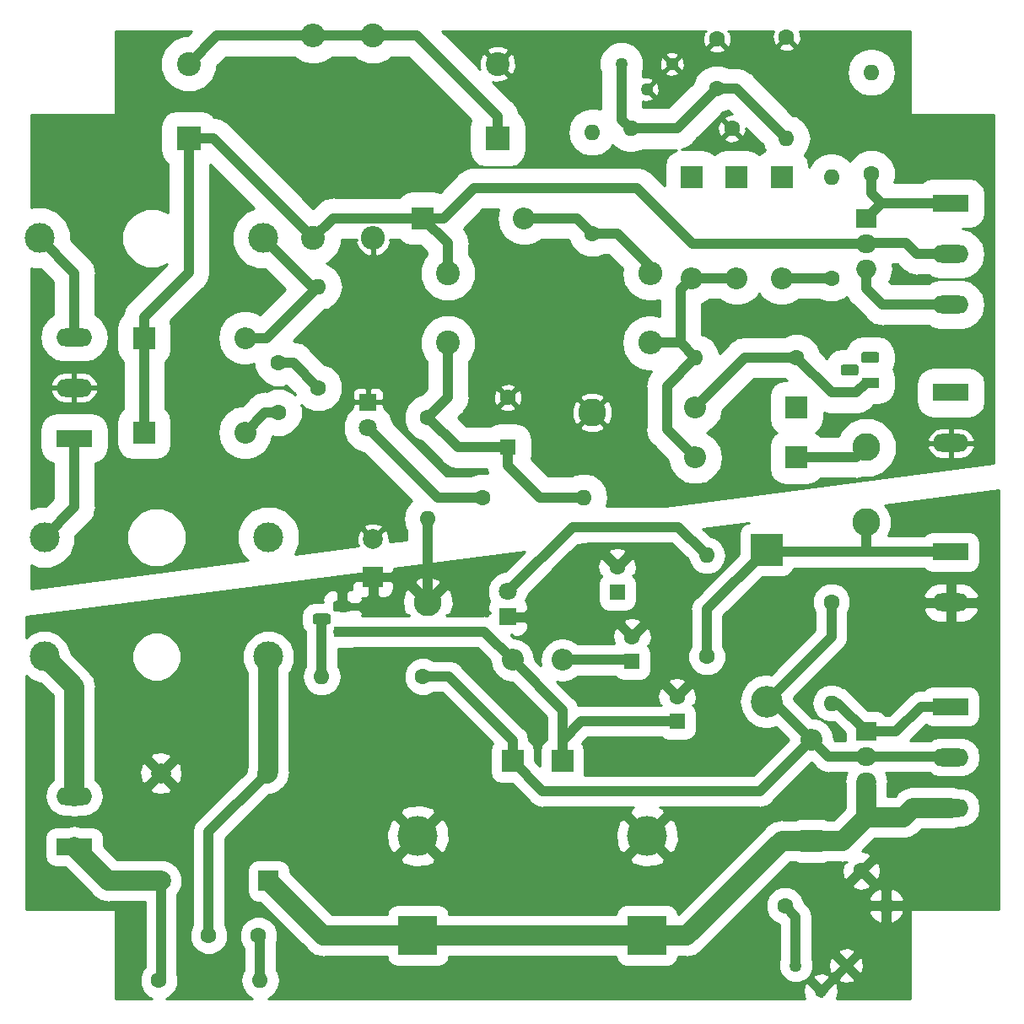
<source format=gbr>
G04 #@! TF.GenerationSoftware,KiCad,Pcbnew,(5.0.0-3-g5ebb6b6)*
G04 #@! TF.CreationDate,2018-12-23T17:20:18+00:00*
G04 #@! TF.ProjectId,Regulator,526567756C61746F722E6B696361645F,rev?*
G04 #@! TF.SameCoordinates,Original*
G04 #@! TF.FileFunction,Copper,L1,Top,Signal*
G04 #@! TF.FilePolarity,Positive*
%FSLAX46Y46*%
G04 Gerber Fmt 4.6, Leading zero omitted, Abs format (unit mm)*
G04 Created by KiCad (PCBNEW (5.0.0-3-g5ebb6b6)) date Sunday, 23 December 2018 at 17:20:18*
%MOMM*%
%LPD*%
G01*
G04 APERTURE LIST*
G04 #@! TA.AperFunction,ComponentPad*
%ADD10C,2.000000*%
G04 #@! TD*
G04 #@! TA.AperFunction,ComponentPad*
%ADD11R,2.000000X2.000000*%
G04 #@! TD*
G04 #@! TA.AperFunction,ComponentPad*
%ADD12C,1.600000*%
G04 #@! TD*
G04 #@! TA.AperFunction,ComponentPad*
%ADD13C,4.000000*%
G04 #@! TD*
G04 #@! TA.AperFunction,ComponentPad*
%ADD14R,4.000000X4.000000*%
G04 #@! TD*
G04 #@! TA.AperFunction,ComponentPad*
%ADD15R,1.600000X1.600000*%
G04 #@! TD*
G04 #@! TA.AperFunction,ComponentPad*
%ADD16C,2.400000*%
G04 #@! TD*
G04 #@! TA.AperFunction,ComponentPad*
%ADD17R,2.400000X2.400000*%
G04 #@! TD*
G04 #@! TA.AperFunction,ComponentPad*
%ADD18O,2.200000X2.200000*%
G04 #@! TD*
G04 #@! TA.AperFunction,ComponentPad*
%ADD19R,2.200000X2.200000*%
G04 #@! TD*
G04 #@! TA.AperFunction,ComponentPad*
%ADD20R,3.200000X3.200000*%
G04 #@! TD*
G04 #@! TA.AperFunction,ComponentPad*
%ADD21O,3.200000X3.200000*%
G04 #@! TD*
G04 #@! TA.AperFunction,ComponentPad*
%ADD22R,1.800000X1.800000*%
G04 #@! TD*
G04 #@! TA.AperFunction,ComponentPad*
%ADD23C,1.800000*%
G04 #@! TD*
G04 #@! TA.AperFunction,ComponentPad*
%ADD24C,3.000000*%
G04 #@! TD*
G04 #@! TA.AperFunction,ComponentPad*
%ADD25R,3.600000X1.800000*%
G04 #@! TD*
G04 #@! TA.AperFunction,ComponentPad*
%ADD26O,3.600000X1.800000*%
G04 #@! TD*
G04 #@! TA.AperFunction,Conductor*
%ADD27C,0.100000*%
G04 #@! TD*
G04 #@! TA.AperFunction,ComponentPad*
%ADD28C,1.100000*%
G04 #@! TD*
G04 #@! TA.AperFunction,ComponentPad*
%ADD29R,1.800000X1.100000*%
G04 #@! TD*
G04 #@! TA.AperFunction,ComponentPad*
%ADD30R,2.000000X1.905000*%
G04 #@! TD*
G04 #@! TA.AperFunction,ComponentPad*
%ADD31O,2.000000X1.905000*%
G04 #@! TD*
G04 #@! TA.AperFunction,ComponentPad*
%ADD32O,1.600000X1.600000*%
G04 #@! TD*
G04 #@! TA.AperFunction,ComponentPad*
%ADD33C,2.800000*%
G04 #@! TD*
G04 #@! TA.AperFunction,ComponentPad*
%ADD34C,1.260000*%
G04 #@! TD*
G04 #@! TA.AperFunction,ComponentPad*
%ADD35O,2.400000X2.400000*%
G04 #@! TD*
G04 #@! TA.AperFunction,ComponentPad*
%ADD36R,1.998980X1.998980*%
G04 #@! TD*
G04 #@! TA.AperFunction,ComponentPad*
%ADD37C,1.998980*%
G04 #@! TD*
G04 #@! TA.AperFunction,Conductor*
%ADD38C,1.000000*%
G04 #@! TD*
G04 #@! TA.AperFunction,Conductor*
%ADD39C,2.000000*%
G04 #@! TD*
G04 #@! TA.AperFunction,Conductor*
%ADD40C,0.254000*%
G04 #@! TD*
G04 APERTURE END LIST*
D10*
G04 #@! TO.P,D8,3*
G04 #@! TO.N,+VDC*
X64700000Y-126200000D03*
G04 #@! TO.P,D8,4*
G04 #@! TO.N,Net-(D8-Pad4)*
X64700000Y-137000000D03*
D11*
G04 #@! TO.P,D8,1*
G04 #@! TO.N,REG3*
X75500000Y-137000000D03*
D10*
G04 #@! TO.P,D8,2*
G04 #@! TO.N,Net-(C1-Pad2)*
X75400000Y-126200000D03*
G04 #@! TD*
D12*
G04 #@! TO.P,C1,1*
G04 #@! TO.N,Net-(C1-Pad1)*
X74500000Y-142500000D03*
G04 #@! TO.P,C1,2*
G04 #@! TO.N,Net-(C1-Pad2)*
X69500000Y-142500000D03*
G04 #@! TD*
D13*
G04 #@! TO.P,C2,2*
G04 #@! TO.N,+VDC*
X113500000Y-132500000D03*
D14*
G04 #@! TO.P,C2,1*
G04 #@! TO.N,REG3*
X113500000Y-142500000D03*
G04 #@! TD*
G04 #@! TO.P,C3,1*
G04 #@! TO.N,REG3*
X90500000Y-142500000D03*
D13*
G04 #@! TO.P,C3,2*
G04 #@! TO.N,+VDC*
X90500000Y-132500000D03*
G04 #@! TD*
D12*
G04 #@! TO.P,C5,1*
G04 #@! TO.N,REG3*
X135000000Y-131000000D03*
G04 #@! TO.P,C5,2*
G04 #@! TO.N,+VDC*
X135000000Y-136000000D03*
G04 #@! TD*
D15*
G04 #@! TO.P,C6,1*
G04 #@! TO.N,REG1*
X116500000Y-121000000D03*
D12*
G04 #@! TO.P,C6,2*
G04 #@! TO.N,+VDC*
X116500000Y-118500000D03*
G04 #@! TD*
G04 #@! TO.P,C7,2*
G04 #@! TO.N,+VDC*
X112000000Y-112500000D03*
D15*
G04 #@! TO.P,C7,1*
G04 #@! TO.N,Net-(C7-Pad1)*
X112000000Y-115000000D03*
G04 #@! TD*
G04 #@! TO.P,C8,1*
G04 #@! TO.N,REG2*
X110500000Y-108000000D03*
D12*
G04 #@! TO.P,C8,2*
G04 #@! TO.N,+VDC*
X110500000Y-105500000D03*
G04 #@! TD*
G04 #@! TO.P,C9,2*
G04 #@! TO.N,Net-(C9-Pad2)*
X76500000Y-85000000D03*
G04 #@! TO.P,C9,1*
G04 #@! TO.N,Net-(C9-Pad1)*
X76500000Y-90000000D03*
G04 #@! TD*
D16*
G04 #@! TO.P,C10,2*
G04 #@! TO.N,Net-(C10-Pad2)*
X67500000Y-55000000D03*
D17*
G04 #@! TO.P,C10,1*
G04 #@! TO.N,MOS2*
X67500000Y-62500000D03*
G04 #@! TD*
G04 #@! TO.P,C11,1*
G04 #@! TO.N,Net-(C10-Pad2)*
X98500000Y-62500000D03*
D16*
G04 #@! TO.P,C11,2*
G04 #@! TO.N,GNDA*
X98500000Y-55000000D03*
G04 #@! TD*
D12*
G04 #@! TO.P,C12,2*
G04 #@! TO.N,GNDA*
X120500000Y-52500000D03*
G04 #@! TO.P,C12,1*
G04 #@! TO.N,Net-(C12-Pad1)*
X120500000Y-57500000D03*
G04 #@! TD*
D15*
G04 #@! TO.P,C13,1*
G04 #@! TO.N,Net-(C13-Pad1)*
X99500000Y-93500000D03*
D12*
G04 #@! TO.P,C13,2*
G04 #@! TO.N,GNDA*
X99500000Y-88500000D03*
G04 #@! TD*
D18*
G04 #@! TO.P,D1,2*
G04 #@! TO.N,REG2*
X130000000Y-122840000D03*
D19*
G04 #@! TO.P,D1,1*
G04 #@! TO.N,REG3*
X130000000Y-133000000D03*
G04 #@! TD*
G04 #@! TO.P,D2,1*
G04 #@! TO.N,REG2*
X100000000Y-125000000D03*
D18*
G04 #@! TO.P,D2,2*
G04 #@! TO.N,REG1*
X100000000Y-114840000D03*
G04 #@! TD*
D19*
G04 #@! TO.P,D3,1*
G04 #@! TO.N,REG1*
X105000000Y-125000000D03*
D18*
G04 #@! TO.P,D3,2*
G04 #@! TO.N,Net-(C7-Pad1)*
X105000000Y-114840000D03*
G04 #@! TD*
D20*
G04 #@! TO.P,D4,1*
G04 #@! TO.N,Net-(D4-Pad1)*
X125500000Y-103760000D03*
D21*
G04 #@! TO.P,D4,2*
G04 #@! TO.N,REG2*
X125500000Y-119000000D03*
G04 #@! TD*
D22*
G04 #@! TO.P,D5,1*
G04 #@! TO.N,+VDC*
X99500000Y-110500000D03*
D23*
G04 #@! TO.P,D5,2*
G04 #@! TO.N,Net-(D5-Pad2)*
X99500000Y-107960000D03*
G04 #@! TD*
D18*
G04 #@! TO.P,D6,2*
G04 #@! TO.N,Net-(C9-Pad1)*
X73160000Y-92000000D03*
D19*
G04 #@! TO.P,D6,1*
G04 #@! TO.N,MOS2*
X63000000Y-92000000D03*
G04 #@! TD*
G04 #@! TO.P,D7,1*
G04 #@! TO.N,MOS2*
X63000000Y-82500000D03*
D18*
G04 #@! TO.P,D7,2*
G04 #@! TO.N,Net-(D7-Pad2)*
X73160000Y-82500000D03*
G04 #@! TD*
G04 #@! TO.P,D10,2*
G04 #@! TO.N,Net-(D10-Pad2)*
X101160000Y-70500000D03*
D19*
G04 #@! TO.P,D10,1*
G04 #@! TO.N,MOS2*
X91000000Y-70500000D03*
G04 #@! TD*
G04 #@! TO.P,D11,1*
G04 #@! TO.N,Net-(D10-Pad2)*
X127000000Y-66340000D03*
D18*
G04 #@! TO.P,D11,2*
G04 #@! TO.N,Net-(D11-Pad2)*
X127000000Y-76500000D03*
G04 #@! TD*
D19*
G04 #@! TO.P,D12,1*
G04 #@! TO.N,Net-(D10-Pad2)*
X122500000Y-66340000D03*
D18*
G04 #@! TO.P,D12,2*
G04 #@! TO.N,Net-(D12-Pad2)*
X122500000Y-76500000D03*
G04 #@! TD*
G04 #@! TO.P,D13,2*
G04 #@! TO.N,Net-(D12-Pad2)*
X118000000Y-76500000D03*
D19*
G04 #@! TO.P,D13,1*
G04 #@! TO.N,Net-(D13-Pad1)*
X118000000Y-66340000D03*
G04 #@! TD*
D18*
G04 #@! TO.P,D14,2*
G04 #@! TO.N,Net-(C12-Pad1)*
X118340000Y-89500000D03*
D19*
G04 #@! TO.P,D14,1*
G04 #@! TO.N,Net-(D12-Pad2)*
X128500000Y-89500000D03*
G04 #@! TD*
D23*
G04 #@! TO.P,D15,2*
G04 #@! TO.N,Net-(D15-Pad2)*
X85500000Y-91500000D03*
D22*
G04 #@! TO.P,D15,1*
G04 #@! TO.N,GNDA*
X85500000Y-88960000D03*
G04 #@! TD*
D19*
G04 #@! TO.P,D16,1*
G04 #@! TO.N,Net-(D16-Pad1)*
X128500000Y-94500000D03*
D18*
G04 #@! TO.P,D16,2*
G04 #@! TO.N,Net-(D12-Pad2)*
X118340000Y-94500000D03*
G04 #@! TD*
D24*
G04 #@! TO.P,F1,1*
G04 #@! TO.N,Net-(C1-Pad2)*
X75500000Y-114500000D03*
G04 #@! TO.P,F1,2*
G04 #@! TO.N,Net-(F1-Pad2)*
X53000000Y-114500000D03*
G04 #@! TD*
G04 #@! TO.P,F2,2*
G04 #@! TO.N,Net-(F2-Pad2)*
X53000000Y-102500000D03*
G04 #@! TO.P,F2,1*
G04 #@! TO.N,Net-(C9-Pad1)*
X75500000Y-102500000D03*
G04 #@! TD*
G04 #@! TO.P,F3,1*
G04 #@! TO.N,Net-(D7-Pad2)*
X75000000Y-72500000D03*
G04 #@! TO.P,F3,2*
G04 #@! TO.N,Net-(F3-Pad2)*
X52500000Y-72500000D03*
G04 #@! TD*
D25*
G04 #@! TO.P,J1,1*
G04 #@! TO.N,Net-(D8-Pad4)*
X56000000Y-133580000D03*
D26*
G04 #@! TO.P,J1,2*
G04 #@! TO.N,Net-(F1-Pad2)*
X56000000Y-128500000D03*
G04 #@! TD*
D25*
G04 #@! TO.P,J2,1*
G04 #@! TO.N,Net-(F2-Pad2)*
X56000000Y-92580000D03*
D26*
G04 #@! TO.P,J2,2*
G04 #@! TO.N,GNDA*
X56000000Y-87500000D03*
G04 #@! TO.P,J2,3*
G04 #@! TO.N,Net-(F3-Pad2)*
X56000000Y-82420000D03*
G04 #@! TD*
D25*
G04 #@! TO.P,J3,1*
G04 #@! TO.N,Net-(D4-Pad1)*
X144000000Y-104000000D03*
D26*
G04 #@! TO.P,J3,2*
G04 #@! TO.N,+VDC*
X144000000Y-109080000D03*
G04 #@! TD*
G04 #@! TO.P,J4,2*
G04 #@! TO.N,GNDA*
X144000000Y-93080000D03*
D25*
G04 #@! TO.P,J4,1*
G04 #@! TO.N,Net-(D16-Pad1)*
X144000000Y-88000000D03*
G04 #@! TD*
D27*
G04 #@! TO.N,Net-(C7-Pad1)*
G04 #@! TO.C,Q1*
G36*
X81481955Y-110181324D02*
X81508650Y-110185284D01*
X81534828Y-110191841D01*
X81560238Y-110200933D01*
X81584634Y-110212472D01*
X81607782Y-110226346D01*
X81629458Y-110242422D01*
X81649454Y-110260546D01*
X81667578Y-110280542D01*
X81683654Y-110302218D01*
X81697528Y-110325366D01*
X81709067Y-110349762D01*
X81718159Y-110375172D01*
X81724716Y-110401350D01*
X81728676Y-110428045D01*
X81730000Y-110455000D01*
X81730000Y-111005000D01*
X81728676Y-111031955D01*
X81724716Y-111058650D01*
X81718159Y-111084828D01*
X81709067Y-111110238D01*
X81697528Y-111134634D01*
X81683654Y-111157782D01*
X81667578Y-111179458D01*
X81649454Y-111199454D01*
X81629458Y-111217578D01*
X81607782Y-111233654D01*
X81584634Y-111247528D01*
X81560238Y-111259067D01*
X81534828Y-111268159D01*
X81508650Y-111274716D01*
X81481955Y-111278676D01*
X81455000Y-111280000D01*
X80205000Y-111280000D01*
X80178045Y-111278676D01*
X80151350Y-111274716D01*
X80125172Y-111268159D01*
X80099762Y-111259067D01*
X80075366Y-111247528D01*
X80052218Y-111233654D01*
X80030542Y-111217578D01*
X80010546Y-111199454D01*
X79992422Y-111179458D01*
X79976346Y-111157782D01*
X79962472Y-111134634D01*
X79950933Y-111110238D01*
X79941841Y-111084828D01*
X79935284Y-111058650D01*
X79931324Y-111031955D01*
X79930000Y-111005000D01*
X79930000Y-110455000D01*
X79931324Y-110428045D01*
X79935284Y-110401350D01*
X79941841Y-110375172D01*
X79950933Y-110349762D01*
X79962472Y-110325366D01*
X79976346Y-110302218D01*
X79992422Y-110280542D01*
X80010546Y-110260546D01*
X80030542Y-110242422D01*
X80052218Y-110226346D01*
X80075366Y-110212472D01*
X80099762Y-110200933D01*
X80125172Y-110191841D01*
X80151350Y-110185284D01*
X80178045Y-110181324D01*
X80205000Y-110180000D01*
X81455000Y-110180000D01*
X81481955Y-110181324D01*
X81481955Y-110181324D01*
G37*
D28*
G04 #@! TD*
G04 #@! TO.P,Q1,2*
G04 #@! TO.N,Net-(C7-Pad1)*
X80830000Y-110730000D03*
D27*
G04 #@! TO.N,+VDC*
G04 #@! TO.C,Q1*
G36*
X83551955Y-108911324D02*
X83578650Y-108915284D01*
X83604828Y-108921841D01*
X83630238Y-108930933D01*
X83654634Y-108942472D01*
X83677782Y-108956346D01*
X83699458Y-108972422D01*
X83719454Y-108990546D01*
X83737578Y-109010542D01*
X83753654Y-109032218D01*
X83767528Y-109055366D01*
X83779067Y-109079762D01*
X83788159Y-109105172D01*
X83794716Y-109131350D01*
X83798676Y-109158045D01*
X83800000Y-109185000D01*
X83800000Y-109735000D01*
X83798676Y-109761955D01*
X83794716Y-109788650D01*
X83788159Y-109814828D01*
X83779067Y-109840238D01*
X83767528Y-109864634D01*
X83753654Y-109887782D01*
X83737578Y-109909458D01*
X83719454Y-109929454D01*
X83699458Y-109947578D01*
X83677782Y-109963654D01*
X83654634Y-109977528D01*
X83630238Y-109989067D01*
X83604828Y-109998159D01*
X83578650Y-110004716D01*
X83551955Y-110008676D01*
X83525000Y-110010000D01*
X82275000Y-110010000D01*
X82248045Y-110008676D01*
X82221350Y-110004716D01*
X82195172Y-109998159D01*
X82169762Y-109989067D01*
X82145366Y-109977528D01*
X82122218Y-109963654D01*
X82100542Y-109947578D01*
X82080546Y-109929454D01*
X82062422Y-109909458D01*
X82046346Y-109887782D01*
X82032472Y-109864634D01*
X82020933Y-109840238D01*
X82011841Y-109814828D01*
X82005284Y-109788650D01*
X82001324Y-109761955D01*
X82000000Y-109735000D01*
X82000000Y-109185000D01*
X82001324Y-109158045D01*
X82005284Y-109131350D01*
X82011841Y-109105172D01*
X82020933Y-109079762D01*
X82032472Y-109055366D01*
X82046346Y-109032218D01*
X82062422Y-109010542D01*
X82080546Y-108990546D01*
X82100542Y-108972422D01*
X82122218Y-108956346D01*
X82145366Y-108942472D01*
X82169762Y-108930933D01*
X82195172Y-108921841D01*
X82221350Y-108915284D01*
X82248045Y-108911324D01*
X82275000Y-108910000D01*
X83525000Y-108910000D01*
X83551955Y-108911324D01*
X83551955Y-108911324D01*
G37*
D28*
G04 #@! TD*
G04 #@! TO.P,Q1,3*
G04 #@! TO.N,+VDC*
X82900000Y-109460000D03*
D29*
G04 #@! TO.P,Q1,1*
G04 #@! TO.N,REG1*
X82900000Y-112000000D03*
G04 #@! TD*
D30*
G04 #@! TO.P,Q2,1*
G04 #@! TO.N,MOS1*
X135500000Y-70500000D03*
D31*
G04 #@! TO.P,Q2,2*
G04 #@! TO.N,MOS2*
X135500000Y-73040000D03*
G04 #@! TO.P,Q2,3*
G04 #@! TO.N,MOS3*
X135500000Y-75580000D03*
G04 #@! TD*
D32*
G04 #@! TO.P,R1,2*
G04 #@! TO.N,Net-(C1-Pad1)*
X74660000Y-147000000D03*
D12*
G04 #@! TO.P,R1,1*
G04 #@! TO.N,Net-(D8-Pad4)*
X64500000Y-147000000D03*
G04 #@! TD*
G04 #@! TO.P,R2,1*
G04 #@! TO.N,REG2*
X132000000Y-109000000D03*
D32*
G04 #@! TO.P,R2,2*
G04 #@! TO.N,REG1*
X132000000Y-119160000D03*
G04 #@! TD*
G04 #@! TO.P,R3,2*
G04 #@! TO.N,Net-(C7-Pad1)*
X80840000Y-116500000D03*
D12*
G04 #@! TO.P,R3,1*
G04 #@! TO.N,REG2*
X91000000Y-116500000D03*
G04 #@! TD*
G04 #@! TO.P,R4,1*
G04 #@! TO.N,Net-(D4-Pad1)*
X119500000Y-114500000D03*
D32*
G04 #@! TO.P,R4,2*
G04 #@! TO.N,Net-(D5-Pad2)*
X119500000Y-104340000D03*
G04 #@! TD*
G04 #@! TO.P,R5,2*
G04 #@! TO.N,Net-(D7-Pad2)*
X80500000Y-77340000D03*
D12*
G04 #@! TO.P,R5,1*
G04 #@! TO.N,Net-(C9-Pad2)*
X80500000Y-87500000D03*
G04 #@! TD*
D32*
G04 #@! TO.P,R19,2*
G04 #@! TO.N,+VDC*
X91500000Y-100660000D03*
D12*
G04 #@! TO.P,R19,1*
G04 #@! TO.N,Net-(C13-Pad1)*
X91500000Y-90500000D03*
G04 #@! TD*
G04 #@! TO.P,R10,1*
G04 #@! TO.N,Net-(D11-Pad2)*
X132000000Y-76500000D03*
D32*
G04 #@! TO.P,R10,2*
G04 #@! TO.N,MOS3*
X132000000Y-66340000D03*
G04 #@! TD*
G04 #@! TO.P,R11,2*
G04 #@! TO.N,Net-(D13-Pad1)*
X108000000Y-61840000D03*
D12*
G04 #@! TO.P,R11,1*
G04 #@! TO.N,Net-(D10-Pad2)*
X108000000Y-72000000D03*
G04 #@! TD*
D32*
G04 #@! TO.P,R12,2*
G04 #@! TO.N,Net-(D12-Pad2)*
X118340000Y-84500000D03*
D12*
G04 #@! TO.P,R12,1*
G04 #@! TO.N,Net-(C12-Pad1)*
X128500000Y-84500000D03*
G04 #@! TD*
G04 #@! TO.P,R13,1*
G04 #@! TO.N,GNDA*
X127500000Y-52340000D03*
D32*
G04 #@! TO.P,R13,2*
G04 #@! TO.N,Net-(C12-Pad1)*
X127500000Y-62500000D03*
G04 #@! TD*
D12*
G04 #@! TO.P,R15,1*
G04 #@! TO.N,Net-(D15-Pad2)*
X97000000Y-98500000D03*
D32*
G04 #@! TO.P,R15,2*
G04 #@! TO.N,Net-(C13-Pad1)*
X107160000Y-98500000D03*
G04 #@! TD*
D12*
G04 #@! TO.P,R99,1*
G04 #@! TO.N,MOS1*
X136000000Y-66000000D03*
D32*
G04 #@! TO.P,R99,2*
G04 #@! TO.N,Net-(D10-Pad2)*
X136000000Y-55840000D03*
G04 #@! TD*
D33*
G04 #@! TO.P,TP1,1*
G04 #@! TO.N,Net-(D16-Pad1)*
X135500000Y-93500000D03*
G04 #@! TD*
G04 #@! TO.P,TP2,1*
G04 #@! TO.N,GNDA*
X108000000Y-90000000D03*
G04 #@! TD*
G04 #@! TO.P,TP3,1*
G04 #@! TO.N,Net-(D4-Pad1)*
X135500000Y-101000000D03*
G04 #@! TD*
G04 #@! TO.P,TP4,1*
G04 #@! TO.N,+VDC*
X91500000Y-109000000D03*
G04 #@! TD*
D31*
G04 #@! TO.P,U1,3*
G04 #@! TO.N,REG3*
X135500000Y-127080000D03*
G04 #@! TO.P,U1,2*
G04 #@! TO.N,REG2*
X135500000Y-124540000D03*
D30*
G04 #@! TO.P,U1,1*
G04 #@! TO.N,REG1*
X135500000Y-122000000D03*
G04 #@! TD*
D29*
G04 #@! TO.P,U2,1*
G04 #@! TO.N,Net-(C12-Pad1)*
X135900000Y-87000000D03*
D27*
G04 #@! TD*
G04 #@! TO.N,Net-(D11-Pad2)*
G04 #@! TO.C,U2*
G36*
X136551955Y-83911324D02*
X136578650Y-83915284D01*
X136604828Y-83921841D01*
X136630238Y-83930933D01*
X136654634Y-83942472D01*
X136677782Y-83956346D01*
X136699458Y-83972422D01*
X136719454Y-83990546D01*
X136737578Y-84010542D01*
X136753654Y-84032218D01*
X136767528Y-84055366D01*
X136779067Y-84079762D01*
X136788159Y-84105172D01*
X136794716Y-84131350D01*
X136798676Y-84158045D01*
X136800000Y-84185000D01*
X136800000Y-84735000D01*
X136798676Y-84761955D01*
X136794716Y-84788650D01*
X136788159Y-84814828D01*
X136779067Y-84840238D01*
X136767528Y-84864634D01*
X136753654Y-84887782D01*
X136737578Y-84909458D01*
X136719454Y-84929454D01*
X136699458Y-84947578D01*
X136677782Y-84963654D01*
X136654634Y-84977528D01*
X136630238Y-84989067D01*
X136604828Y-84998159D01*
X136578650Y-85004716D01*
X136551955Y-85008676D01*
X136525000Y-85010000D01*
X135275000Y-85010000D01*
X135248045Y-85008676D01*
X135221350Y-85004716D01*
X135195172Y-84998159D01*
X135169762Y-84989067D01*
X135145366Y-84977528D01*
X135122218Y-84963654D01*
X135100542Y-84947578D01*
X135080546Y-84929454D01*
X135062422Y-84909458D01*
X135046346Y-84887782D01*
X135032472Y-84864634D01*
X135020933Y-84840238D01*
X135011841Y-84814828D01*
X135005284Y-84788650D01*
X135001324Y-84761955D01*
X135000000Y-84735000D01*
X135000000Y-84185000D01*
X135001324Y-84158045D01*
X135005284Y-84131350D01*
X135011841Y-84105172D01*
X135020933Y-84079762D01*
X135032472Y-84055366D01*
X135046346Y-84032218D01*
X135062422Y-84010542D01*
X135080546Y-83990546D01*
X135100542Y-83972422D01*
X135122218Y-83956346D01*
X135145366Y-83942472D01*
X135169762Y-83930933D01*
X135195172Y-83921841D01*
X135221350Y-83915284D01*
X135248045Y-83911324D01*
X135275000Y-83910000D01*
X136525000Y-83910000D01*
X136551955Y-83911324D01*
X136551955Y-83911324D01*
G37*
D28*
G04 #@! TO.P,U2,3*
G04 #@! TO.N,Net-(D11-Pad2)*
X135900000Y-84460000D03*
D27*
G04 #@! TD*
G04 #@! TO.N,Net-(D12-Pad2)*
G04 #@! TO.C,U2*
G36*
X134481955Y-85181324D02*
X134508650Y-85185284D01*
X134534828Y-85191841D01*
X134560238Y-85200933D01*
X134584634Y-85212472D01*
X134607782Y-85226346D01*
X134629458Y-85242422D01*
X134649454Y-85260546D01*
X134667578Y-85280542D01*
X134683654Y-85302218D01*
X134697528Y-85325366D01*
X134709067Y-85349762D01*
X134718159Y-85375172D01*
X134724716Y-85401350D01*
X134728676Y-85428045D01*
X134730000Y-85455000D01*
X134730000Y-86005000D01*
X134728676Y-86031955D01*
X134724716Y-86058650D01*
X134718159Y-86084828D01*
X134709067Y-86110238D01*
X134697528Y-86134634D01*
X134683654Y-86157782D01*
X134667578Y-86179458D01*
X134649454Y-86199454D01*
X134629458Y-86217578D01*
X134607782Y-86233654D01*
X134584634Y-86247528D01*
X134560238Y-86259067D01*
X134534828Y-86268159D01*
X134508650Y-86274716D01*
X134481955Y-86278676D01*
X134455000Y-86280000D01*
X133205000Y-86280000D01*
X133178045Y-86278676D01*
X133151350Y-86274716D01*
X133125172Y-86268159D01*
X133099762Y-86259067D01*
X133075366Y-86247528D01*
X133052218Y-86233654D01*
X133030542Y-86217578D01*
X133010546Y-86199454D01*
X132992422Y-86179458D01*
X132976346Y-86157782D01*
X132962472Y-86134634D01*
X132950933Y-86110238D01*
X132941841Y-86084828D01*
X132935284Y-86058650D01*
X132931324Y-86031955D01*
X132930000Y-86005000D01*
X132930000Y-85455000D01*
X132931324Y-85428045D01*
X132935284Y-85401350D01*
X132941841Y-85375172D01*
X132950933Y-85349762D01*
X132962472Y-85325366D01*
X132976346Y-85302218D01*
X132992422Y-85280542D01*
X133010546Y-85260546D01*
X133030542Y-85242422D01*
X133052218Y-85226346D01*
X133075366Y-85212472D01*
X133099762Y-85200933D01*
X133125172Y-85191841D01*
X133151350Y-85185284D01*
X133178045Y-85181324D01*
X133205000Y-85180000D01*
X134455000Y-85180000D01*
X134481955Y-85181324D01*
X134481955Y-85181324D01*
G37*
D28*
G04 #@! TO.P,U2,2*
G04 #@! TO.N,Net-(D12-Pad2)*
X133830000Y-85730000D03*
G04 #@! TD*
D34*
G04 #@! TO.P,RV1,3*
G04 #@! TO.N,REG1*
X128420000Y-145500000D03*
G04 #@! TO.P,RV1,2*
G04 #@! TO.N,+VDC*
X130960000Y-148040000D03*
G04 #@! TO.P,RV1,1*
X133500000Y-145500000D03*
G04 #@! TD*
G04 #@! TO.P,RV2,1*
G04 #@! TO.N,GNDA*
X116000000Y-55000000D03*
G04 #@! TO.P,RV2,2*
X113460000Y-57540000D03*
G04 #@! TO.P,RV2,3*
G04 #@! TO.N,Net-(C12-Pad1)*
X110920000Y-55000000D03*
G04 #@! TD*
D32*
G04 #@! TO.P,R16,2*
G04 #@! TO.N,+VDC*
X137500000Y-139500000D03*
D12*
G04 #@! TO.P,R16,1*
G04 #@! TO.N,REG1*
X127340000Y-139500000D03*
G04 #@! TD*
G04 #@! TO.P,R17,1*
G04 #@! TO.N,GNDA*
X122000000Y-61500000D03*
D32*
G04 #@! TO.P,R17,2*
G04 #@! TO.N,Net-(C12-Pad1)*
X111840000Y-61500000D03*
G04 #@! TD*
D26*
G04 #@! TO.P,J5,3*
G04 #@! TO.N,MOS3*
X144000000Y-79160000D03*
G04 #@! TO.P,J5,2*
G04 #@! TO.N,MOS2*
X144000000Y-74080000D03*
D25*
G04 #@! TO.P,J5,1*
G04 #@! TO.N,MOS1*
X144000000Y-69000000D03*
G04 #@! TD*
G04 #@! TO.P,J6,1*
G04 #@! TO.N,REG1*
X144000000Y-119500000D03*
D26*
G04 #@! TO.P,J6,2*
G04 #@! TO.N,REG2*
X144000000Y-124580000D03*
G04 #@! TO.P,J6,3*
G04 #@! TO.N,REG3*
X144000000Y-129660000D03*
G04 #@! TD*
D16*
G04 #@! TO.P,R6,1*
G04 #@! TO.N,MOS2*
X80000000Y-72500000D03*
D35*
G04 #@! TO.P,R6,2*
G04 #@! TO.N,Net-(C10-Pad2)*
X80000000Y-52180000D03*
G04 #@! TD*
G04 #@! TO.P,R7,2*
G04 #@! TO.N,GNDA*
X86000000Y-72500000D03*
D16*
G04 #@! TO.P,R7,1*
G04 #@! TO.N,Net-(C10-Pad2)*
X86000000Y-52180000D03*
G04 #@! TD*
G04 #@! TO.P,R8,1*
G04 #@! TO.N,MOS2*
X93500000Y-76000000D03*
D35*
G04 #@! TO.P,R8,2*
G04 #@! TO.N,Net-(D10-Pad2)*
X113820000Y-76000000D03*
G04 #@! TD*
G04 #@! TO.P,R14,2*
G04 #@! TO.N,Net-(D12-Pad2)*
X113820000Y-83000000D03*
D16*
G04 #@! TO.P,R14,1*
G04 #@! TO.N,Net-(C13-Pad1)*
X93500000Y-83000000D03*
G04 #@! TD*
D36*
G04 #@! TO.P,JP1,1*
G04 #@! TO.N,+VDC*
X86000000Y-106500000D03*
D37*
G04 #@! TO.P,JP1,2*
G04 #@! TO.N,GNDA*
X86000000Y-102690000D03*
G04 #@! TD*
D38*
G04 #@! TO.N,Net-(C1-Pad1)*
X74660000Y-147000000D02*
X74660000Y-142660000D01*
X74660000Y-142660000D02*
X74500000Y-142500000D01*
D39*
G04 #@! TO.N,Net-(C1-Pad2)*
X75500000Y-126100000D02*
X75400000Y-126200000D01*
X75500000Y-114500000D02*
X75500000Y-126100000D01*
D38*
X69500000Y-132100000D02*
X75400000Y-126200000D01*
X69500000Y-142500000D02*
X69500000Y-132100000D01*
G04 #@! TO.N,Net-(C7-Pad1)*
X80840000Y-111120000D02*
X81230000Y-110730000D01*
X80840000Y-116500000D02*
X80840000Y-111120000D01*
X111840000Y-114840000D02*
X112000000Y-115000000D01*
X105000000Y-114840000D02*
X111840000Y-114840000D01*
G04 #@! TO.N,Net-(C9-Pad2)*
X78000000Y-85000000D02*
X80500000Y-87500000D01*
X76500000Y-85000000D02*
X78000000Y-85000000D01*
G04 #@! TO.N,Net-(C9-Pad1)*
X75160000Y-90000000D02*
X73160000Y-92000000D01*
X76500000Y-90000000D02*
X75160000Y-90000000D01*
G04 #@! TO.N,Net-(C10-Pad2)*
X70320000Y-52180000D02*
X80000000Y-52180000D01*
X67500000Y-55000000D02*
X70320000Y-52180000D01*
X80000000Y-52180000D02*
X86000000Y-52180000D01*
X98500000Y-60300000D02*
X98500000Y-62500000D01*
X90380000Y-52180000D02*
X98500000Y-60300000D01*
X86000000Y-52180000D02*
X90380000Y-52180000D01*
G04 #@! TO.N,Net-(C12-Pad1)*
X123340000Y-84500000D02*
X128500000Y-84500000D01*
X118340000Y-89500000D02*
X123340000Y-84500000D01*
X128500000Y-84500000D02*
X132000000Y-88000000D01*
X134500000Y-88000000D02*
X135500000Y-87000000D01*
X132000000Y-88000000D02*
X134500000Y-88000000D01*
X110920000Y-60580000D02*
X111840000Y-61500000D01*
X110920000Y-55000000D02*
X110920000Y-60580000D01*
X116500000Y-61500000D02*
X120500000Y-57500000D01*
X111840000Y-61500000D02*
X116500000Y-61500000D01*
X122500000Y-57500000D02*
X127500000Y-62500000D01*
X120500000Y-57500000D02*
X122500000Y-57500000D01*
G04 #@! TO.N,Net-(C13-Pad1)*
X99500000Y-95300000D02*
X99500000Y-93500000D01*
X102700000Y-98500000D02*
X99500000Y-95300000D01*
X107160000Y-98500000D02*
X102700000Y-98500000D01*
X94500000Y-93500000D02*
X91500000Y-90500000D01*
X99500000Y-93500000D02*
X94500000Y-93500000D01*
X93500000Y-88500000D02*
X91500000Y-90500000D01*
X93500000Y-83000000D02*
X93500000Y-88500000D01*
G04 #@! TO.N,Net-(D4-Pad1)*
X119500000Y-109760000D02*
X125500000Y-103760000D01*
X119500000Y-114500000D02*
X119500000Y-109760000D01*
X125740000Y-104000000D02*
X125500000Y-103760000D01*
X135500000Y-101000000D02*
X135500000Y-104000000D01*
X135500000Y-104000000D02*
X125740000Y-104000000D01*
X144000000Y-104000000D02*
X135500000Y-104000000D01*
G04 #@! TO.N,Net-(D5-Pad2)*
X119160000Y-104000000D02*
X119500000Y-104340000D01*
X106000000Y-101500000D02*
X116660000Y-101500000D01*
X116660000Y-101500000D02*
X119160000Y-104000000D01*
X99540000Y-107960000D02*
X106000000Y-101500000D01*
G04 #@! TO.N,Net-(D7-Pad2)*
X75340000Y-82500000D02*
X80500000Y-77340000D01*
X73160000Y-82500000D02*
X75340000Y-82500000D01*
X79840000Y-77340000D02*
X75000000Y-72500000D01*
X80500000Y-77340000D02*
X79840000Y-77340000D01*
G04 #@! TO.N,Net-(D10-Pad2)*
X106500000Y-70500000D02*
X108000000Y-72000000D01*
X101160000Y-70500000D02*
X106500000Y-70500000D01*
X110500000Y-72000000D02*
X108000000Y-72000000D01*
X113820000Y-75320000D02*
X110500000Y-72000000D01*
X113820000Y-76000000D02*
X113820000Y-75320000D01*
G04 #@! TO.N,Net-(D11-Pad2)*
X127000000Y-76500000D02*
X132000000Y-76500000D01*
G04 #@! TO.N,Net-(D12-Pad2)*
X118000000Y-76500000D02*
X122500000Y-76500000D01*
X116840000Y-83000000D02*
X118340000Y-84500000D01*
X113820000Y-83000000D02*
X116840000Y-83000000D01*
X116900001Y-82939999D02*
X116840000Y-83000000D01*
X116900001Y-77599999D02*
X116900001Y-82939999D01*
X118000000Y-76500000D02*
X116900001Y-77599999D01*
X117240001Y-93400001D02*
X118340000Y-94500000D01*
X115500000Y-91660000D02*
X117240001Y-93400001D01*
X115500000Y-87340000D02*
X115500000Y-91660000D01*
X118340000Y-84500000D02*
X115500000Y-87340000D01*
G04 #@! TO.N,Net-(D15-Pad2)*
X92500000Y-98500000D02*
X85500000Y-91500000D01*
X97000000Y-98500000D02*
X92500000Y-98500000D01*
G04 #@! TO.N,Net-(D16-Pad1)*
X134500000Y-94500000D02*
X135500000Y-93500000D01*
X128500000Y-94500000D02*
X134500000Y-94500000D01*
D39*
G04 #@! TO.N,Net-(F1-Pad2)*
X56000000Y-117500000D02*
X53000000Y-114500000D01*
X56000000Y-128500000D02*
X56000000Y-117500000D01*
D38*
G04 #@! TO.N,Net-(F2-Pad2)*
X56000000Y-99500000D02*
X53000000Y-102500000D01*
X56000000Y-92580000D02*
X56000000Y-99500000D01*
G04 #@! TO.N,Net-(F3-Pad2)*
X56000000Y-76000000D02*
X52500000Y-72500000D01*
X56000000Y-82420000D02*
X56000000Y-76000000D01*
D39*
G04 #@! TO.N,REG3*
X81000000Y-142500000D02*
X75500000Y-137000000D01*
X90500000Y-142500000D02*
X81000000Y-142500000D01*
X90500000Y-142500000D02*
X113500000Y-142500000D01*
X127000000Y-133000000D02*
X130000000Y-133000000D01*
X117500000Y-142500000D02*
X127000000Y-133000000D01*
X113500000Y-142500000D02*
X117500000Y-142500000D01*
X135500000Y-130600000D02*
X135500000Y-127492510D01*
X133100000Y-133000000D02*
X135500000Y-130600000D01*
X130000000Y-133000000D02*
X133100000Y-133000000D01*
X139260000Y-130600000D02*
X135500000Y-130600000D01*
X140200000Y-129660000D02*
X139260000Y-130600000D01*
X144000000Y-129660000D02*
X140200000Y-129660000D01*
D38*
G04 #@! TO.N,REG1*
X97160000Y-112000000D02*
X100000000Y-114840000D01*
X82500000Y-112000000D02*
X97160000Y-112000000D01*
X105000000Y-119840000D02*
X100000000Y-114840000D01*
X105000000Y-125000000D02*
X105000000Y-119840000D01*
X106900000Y-121000000D02*
X105000000Y-122900000D01*
X105000000Y-122900000D02*
X105000000Y-125000000D01*
X116500000Y-121000000D02*
X106900000Y-121000000D01*
X132660000Y-119160000D02*
X135500000Y-122000000D01*
X132000000Y-119160000D02*
X132660000Y-119160000D01*
X135500000Y-122000000D02*
X138500000Y-122000000D01*
X141000000Y-119500000D02*
X144000000Y-119500000D01*
X138500000Y-122000000D02*
X141000000Y-119500000D01*
X128420000Y-140580000D02*
X127340000Y-139500000D01*
X128420000Y-145500000D02*
X128420000Y-140580000D01*
G04 #@! TO.N,REG2*
X93600000Y-116500000D02*
X91000000Y-116500000D01*
X100000000Y-122900000D02*
X93600000Y-116500000D01*
X100000000Y-125000000D02*
X100000000Y-122900000D01*
X132000000Y-112500000D02*
X125500000Y-119000000D01*
X132000000Y-109000000D02*
X132000000Y-112500000D01*
X126160000Y-119000000D02*
X130000000Y-122840000D01*
X125500000Y-119000000D02*
X126160000Y-119000000D01*
X131700000Y-124540000D02*
X135500000Y-124540000D01*
X130000000Y-122840000D02*
X131700000Y-124540000D01*
X143960000Y-124540000D02*
X144000000Y-124580000D01*
X135500000Y-124540000D02*
X143960000Y-124540000D01*
X128900001Y-123939999D02*
X130000000Y-122840000D01*
X124840000Y-128000000D02*
X128900001Y-123939999D01*
X103000000Y-128000000D02*
X124840000Y-128000000D01*
X100000000Y-125000000D02*
X103000000Y-128000000D01*
G04 #@! TO.N,MOS2*
X63000000Y-92000000D02*
X63000000Y-82500000D01*
X67500000Y-75900000D02*
X67500000Y-62500000D01*
X63000000Y-80400000D02*
X67500000Y-75900000D01*
X63000000Y-82500000D02*
X63000000Y-80400000D01*
X135540000Y-73000000D02*
X135500000Y-73040000D01*
X139500000Y-73000000D02*
X135540000Y-73000000D01*
X140580000Y-74080000D02*
X139500000Y-73000000D01*
X144000000Y-74080000D02*
X140580000Y-74080000D01*
X93500000Y-76000000D02*
X93500000Y-73000000D01*
X93500000Y-73000000D02*
X91000000Y-70500000D01*
X82000000Y-70500000D02*
X80000000Y-72500000D01*
X91000000Y-70500000D02*
X82000000Y-70500000D01*
X70000000Y-62500000D02*
X67500000Y-62500000D01*
X80000000Y-72500000D02*
X70000000Y-62500000D01*
X118040000Y-73040000D02*
X135500000Y-73040000D01*
X96100000Y-67500000D02*
X112500000Y-67500000D01*
X112500000Y-67500000D02*
X118040000Y-73040000D01*
X93100000Y-70500000D02*
X96100000Y-67500000D01*
X91000000Y-70500000D02*
X93100000Y-70500000D01*
G04 #@! TO.N,MOS1*
X137000000Y-69000000D02*
X135500000Y-70500000D01*
X144000000Y-69000000D02*
X137000000Y-69000000D01*
X136000000Y-68000000D02*
X137000000Y-69000000D01*
X136000000Y-66000000D02*
X136000000Y-68000000D01*
G04 #@! TO.N,MOS3*
X135500000Y-77532500D02*
X135500000Y-75580000D01*
X137127500Y-79160000D02*
X135500000Y-77532500D01*
X144000000Y-79160000D02*
X137127500Y-79160000D01*
G04 #@! TO.N,Net-(D8-Pad4)*
X64700000Y-146800000D02*
X64500000Y-147000000D01*
X64700000Y-137000000D02*
X64700000Y-146800000D01*
D39*
X64700000Y-137000000D02*
X59420000Y-137000000D01*
X59420000Y-137000000D02*
X56000000Y-133580000D01*
D38*
G04 #@! TO.N,+VDC*
X91500000Y-100660000D02*
X91500000Y-109000000D01*
G04 #@! TD*
D40*
G04 #@! TO.N,+VDC*
G36*
X148798001Y-139873000D02*
X140000000Y-139873000D01*
X139951399Y-139882667D01*
X139910197Y-139910197D01*
X139882667Y-139951399D01*
X139873000Y-140000000D01*
X139873000Y-148798000D01*
X132578052Y-148798000D01*
X132748319Y-148145386D01*
X132652521Y-147453004D01*
X132571862Y-147258276D01*
X132226741Y-147218736D01*
X131405477Y-148040000D01*
X131460632Y-148095155D01*
X131015155Y-148540632D01*
X130960000Y-148485477D01*
X130904846Y-148540632D01*
X130459369Y-148095155D01*
X130514523Y-148040000D01*
X129693259Y-147218736D01*
X129348138Y-147258276D01*
X129171681Y-147934614D01*
X129267479Y-148626996D01*
X129338311Y-148798000D01*
X75437611Y-148798000D01*
X76049289Y-148389289D01*
X76475194Y-147751878D01*
X76624752Y-147000000D01*
X76475194Y-146248122D01*
X76287000Y-145966470D01*
X76287000Y-143221294D01*
X76427000Y-142883304D01*
X76427000Y-142116696D01*
X76133632Y-141408442D01*
X75591558Y-140866368D01*
X74883304Y-140573000D01*
X74116696Y-140573000D01*
X73408442Y-140866368D01*
X72866368Y-141408442D01*
X72573000Y-142116696D01*
X72573000Y-142883304D01*
X72866368Y-143591558D01*
X73033001Y-143758191D01*
X73033000Y-145966470D01*
X72844806Y-146248122D01*
X72695248Y-147000000D01*
X72844806Y-147751878D01*
X73270711Y-148389289D01*
X73882389Y-148798000D01*
X65194738Y-148798000D01*
X65591558Y-148633632D01*
X66133632Y-148091558D01*
X66427000Y-147383304D01*
X66427000Y-146616696D01*
X66327000Y-146375274D01*
X66327000Y-142116696D01*
X67573000Y-142116696D01*
X67573000Y-142883304D01*
X67866368Y-143591558D01*
X68408442Y-144133632D01*
X69116696Y-144427000D01*
X69883304Y-144427000D01*
X70591558Y-144133632D01*
X71133632Y-143591558D01*
X71427000Y-142883304D01*
X71427000Y-142116696D01*
X71133632Y-141408442D01*
X71127000Y-141401810D01*
X71127000Y-134801971D01*
X88725530Y-134801971D01*
X88940619Y-135280890D01*
X90123520Y-135665957D01*
X91363737Y-135569035D01*
X92059381Y-135280890D01*
X92274470Y-134801971D01*
X111725530Y-134801971D01*
X111940619Y-135280890D01*
X113123520Y-135665957D01*
X114363737Y-135569035D01*
X115059381Y-135280890D01*
X115274470Y-134801971D01*
X113500000Y-133027502D01*
X111725530Y-134801971D01*
X92274470Y-134801971D01*
X90500000Y-133027502D01*
X88725530Y-134801971D01*
X71127000Y-134801971D01*
X71127000Y-132773924D01*
X71777404Y-132123520D01*
X87334043Y-132123520D01*
X87430965Y-133363737D01*
X87719110Y-134059381D01*
X88198029Y-134274470D01*
X89972498Y-132500000D01*
X91027502Y-132500000D01*
X92801971Y-134274470D01*
X93280890Y-134059381D01*
X93665957Y-132876480D01*
X93607114Y-132123520D01*
X110334043Y-132123520D01*
X110430965Y-133363737D01*
X110719110Y-134059381D01*
X111198029Y-134274470D01*
X112972498Y-132500000D01*
X114027502Y-132500000D01*
X115801971Y-134274470D01*
X116280890Y-134059381D01*
X116665957Y-132876480D01*
X116569035Y-131636263D01*
X116280890Y-130940619D01*
X115801971Y-130725530D01*
X114027502Y-132500000D01*
X112972498Y-132500000D01*
X111198029Y-130725530D01*
X110719110Y-130940619D01*
X110334043Y-132123520D01*
X93607114Y-132123520D01*
X93569035Y-131636263D01*
X93280890Y-130940619D01*
X92801971Y-130725530D01*
X91027502Y-132500000D01*
X89972498Y-132500000D01*
X88198029Y-130725530D01*
X87719110Y-130940619D01*
X87334043Y-132123520D01*
X71777404Y-132123520D01*
X73702895Y-130198029D01*
X88725530Y-130198029D01*
X90500000Y-131972498D01*
X92274470Y-130198029D01*
X92059381Y-129719110D01*
X90876480Y-129334043D01*
X89636263Y-129430965D01*
X88940619Y-129719110D01*
X88725530Y-130198029D01*
X73702895Y-130198029D01*
X75565095Y-128335830D01*
X75609484Y-128327000D01*
X75823087Y-128327000D01*
X76020429Y-128245258D01*
X76229914Y-128203589D01*
X76407510Y-128084923D01*
X76604848Y-128003183D01*
X76755882Y-127852149D01*
X76755885Y-127852147D01*
X76855884Y-127752147D01*
X77033481Y-127633481D01*
X77152149Y-127455882D01*
X77203183Y-127404848D01*
X77230802Y-127338169D01*
X77503590Y-126929914D01*
X77627000Y-126309489D01*
X77627000Y-126309485D01*
X77668669Y-126100001D01*
X77627000Y-125890516D01*
X77627000Y-116088139D01*
X77727063Y-115988076D01*
X78127000Y-115022543D01*
X78127000Y-113977457D01*
X77727063Y-113011924D01*
X76988076Y-112272937D01*
X76022543Y-111873000D01*
X74977457Y-111873000D01*
X74011924Y-112272937D01*
X73272937Y-113011924D01*
X72873000Y-113977457D01*
X72873000Y-115022543D01*
X73272937Y-115988076D01*
X73373000Y-116088139D01*
X73373001Y-125487776D01*
X73354742Y-125579571D01*
X73273000Y-125776913D01*
X73273000Y-125990516D01*
X73264170Y-126034905D01*
X68462848Y-130836228D01*
X68327000Y-130926999D01*
X68236230Y-131062846D01*
X67967400Y-131465177D01*
X67841127Y-132100000D01*
X67873001Y-132260243D01*
X67873000Y-141401810D01*
X67866368Y-141408442D01*
X67573000Y-142116696D01*
X66327000Y-142116696D01*
X66327000Y-138393520D01*
X66352149Y-138355882D01*
X66503183Y-138204848D01*
X66584922Y-138007513D01*
X66703590Y-137829914D01*
X66745260Y-137620424D01*
X66827000Y-137423087D01*
X66827000Y-137209489D01*
X66868670Y-137000000D01*
X66827000Y-136790511D01*
X66827000Y-136576913D01*
X66745260Y-136379576D01*
X66703590Y-136170086D01*
X66584922Y-135992487D01*
X66503183Y-135795152D01*
X66352149Y-135644118D01*
X66233481Y-135466519D01*
X66055882Y-135347851D01*
X65904848Y-135196817D01*
X65707513Y-135115078D01*
X65529914Y-134996410D01*
X65320424Y-134954740D01*
X65123087Y-134873000D01*
X60301032Y-134873000D01*
X58949079Y-133521047D01*
X58949079Y-132680000D01*
X58861611Y-132240267D01*
X58612522Y-131867478D01*
X58239733Y-131618389D01*
X57800000Y-131530921D01*
X56601220Y-131530921D01*
X56000000Y-131411331D01*
X55398780Y-131530921D01*
X54200000Y-131530921D01*
X53760267Y-131618389D01*
X53387478Y-131867478D01*
X53138389Y-132240267D01*
X53050921Y-132680000D01*
X53050921Y-134480000D01*
X53138389Y-134919733D01*
X53387478Y-135292522D01*
X53760267Y-135541611D01*
X54200000Y-135629079D01*
X55041047Y-135629079D01*
X57767853Y-138355885D01*
X57886519Y-138533481D01*
X58590086Y-139003590D01*
X59210511Y-139127000D01*
X59210515Y-139127000D01*
X59419999Y-139168669D01*
X59629483Y-139127000D01*
X63073000Y-139127000D01*
X63073001Y-145701809D01*
X62866368Y-145908442D01*
X62573000Y-146616696D01*
X62573000Y-147383304D01*
X62866368Y-148091558D01*
X63408442Y-148633632D01*
X63805262Y-148798000D01*
X60127000Y-148798000D01*
X60127000Y-140000000D01*
X60117333Y-139951399D01*
X60089803Y-139910197D01*
X60048601Y-139882667D01*
X60000000Y-139873000D01*
X51202000Y-139873000D01*
X51202000Y-116417139D01*
X51511924Y-116727063D01*
X52477457Y-117127000D01*
X52618968Y-117127000D01*
X53873001Y-118381033D01*
X53873000Y-126882004D01*
X53638615Y-127038615D01*
X53190608Y-127709104D01*
X53033289Y-128500000D01*
X53190608Y-129290896D01*
X53638615Y-129961385D01*
X54309104Y-130409392D01*
X54900359Y-130527000D01*
X55287776Y-130527000D01*
X56000000Y-130668670D01*
X56712223Y-130527000D01*
X57099641Y-130527000D01*
X57690896Y-130409392D01*
X58361385Y-129961385D01*
X58809392Y-129290896D01*
X58966711Y-128500000D01*
X58821839Y-127771676D01*
X63655825Y-127771676D01*
X63746047Y-128147589D01*
X64563972Y-128364400D01*
X65402607Y-128251700D01*
X65653953Y-128147589D01*
X65744175Y-127771676D01*
X64700000Y-126727502D01*
X63655825Y-127771676D01*
X58821839Y-127771676D01*
X58809392Y-127709104D01*
X58361385Y-127038615D01*
X58127000Y-126882004D01*
X58127000Y-126063972D01*
X62535600Y-126063972D01*
X62648300Y-126902607D01*
X62752411Y-127153953D01*
X63128324Y-127244175D01*
X64172498Y-126200000D01*
X65227502Y-126200000D01*
X66271676Y-127244175D01*
X66647589Y-127153953D01*
X66864400Y-126336028D01*
X66751700Y-125497393D01*
X66647589Y-125246047D01*
X66271676Y-125155825D01*
X65227502Y-126200000D01*
X64172498Y-126200000D01*
X63128324Y-125155825D01*
X62752411Y-125246047D01*
X62535600Y-126063972D01*
X58127000Y-126063972D01*
X58127000Y-124628324D01*
X63655825Y-124628324D01*
X64700000Y-125672498D01*
X65744175Y-124628324D01*
X65653953Y-124252411D01*
X64836028Y-124035600D01*
X63997393Y-124148300D01*
X63746047Y-124252411D01*
X63655825Y-124628324D01*
X58127000Y-124628324D01*
X58127000Y-117709486D01*
X58168669Y-117500000D01*
X58127000Y-117290514D01*
X58127000Y-117290511D01*
X58033925Y-116822592D01*
X58003590Y-116670085D01*
X57652147Y-116144115D01*
X57533481Y-115966519D01*
X57355885Y-115847853D01*
X55627000Y-114118968D01*
X55627000Y-114007294D01*
X61773000Y-114007294D01*
X61773000Y-114992706D01*
X62150101Y-115903108D01*
X62846892Y-116599899D01*
X63757294Y-116977000D01*
X64742706Y-116977000D01*
X65653108Y-116599899D01*
X66349899Y-115903108D01*
X66727000Y-114992706D01*
X66727000Y-114007294D01*
X66349899Y-113096892D01*
X65653108Y-112400101D01*
X64742706Y-112023000D01*
X63757294Y-112023000D01*
X62846892Y-112400101D01*
X62150101Y-113096892D01*
X61773000Y-114007294D01*
X55627000Y-114007294D01*
X55627000Y-113977457D01*
X55227063Y-113011924D01*
X54488076Y-112272937D01*
X53522543Y-111873000D01*
X52477457Y-111873000D01*
X51511924Y-112272937D01*
X51202000Y-112582861D01*
X51202000Y-110471808D01*
X84623600Y-106127000D01*
X85627000Y-106127000D01*
X85627000Y-106107000D01*
X86373000Y-106107000D01*
X86373000Y-106127000D01*
X87844740Y-106127000D01*
X88126490Y-105845250D01*
X88126490Y-105671624D01*
X101231043Y-103968032D01*
X99266076Y-105933000D01*
X99096805Y-105933000D01*
X98351797Y-106241593D01*
X97781593Y-106811797D01*
X97473000Y-107556805D01*
X97473000Y-108363195D01*
X97698524Y-108907657D01*
X97644575Y-108961606D01*
X97473000Y-109375826D01*
X97473000Y-109845250D01*
X97754748Y-110126998D01*
X97473000Y-110126998D01*
X97473000Y-110403385D01*
X97320242Y-110373000D01*
X97320238Y-110373000D01*
X97160000Y-110341127D01*
X96999762Y-110373000D01*
X93400505Y-110373000D01*
X93364813Y-110337308D01*
X93781723Y-110196715D01*
X94066000Y-109232443D01*
X93959627Y-108232783D01*
X93781723Y-107803285D01*
X93364810Y-107662691D01*
X92027502Y-109000000D01*
X92041644Y-109014142D01*
X91514142Y-109541644D01*
X91500000Y-109527502D01*
X91485858Y-109541644D01*
X90958356Y-109014142D01*
X90972498Y-109000000D01*
X89635190Y-107662691D01*
X89218277Y-107803285D01*
X88934000Y-108767557D01*
X89040373Y-109767217D01*
X89218277Y-110196715D01*
X89635187Y-110337308D01*
X89599495Y-110373000D01*
X84869497Y-110373000D01*
X84927000Y-110234174D01*
X84927000Y-110016750D01*
X84645250Y-109735000D01*
X83273000Y-109735000D01*
X83273000Y-109853000D01*
X82732572Y-109853000D01*
X82507000Y-109515407D01*
X82507000Y-109185000D01*
X82527000Y-109185000D01*
X82527000Y-108064750D01*
X83273000Y-108064750D01*
X83273000Y-109185000D01*
X84645250Y-109185000D01*
X84927000Y-108903250D01*
X84927000Y-108685826D01*
X84902422Y-108626490D01*
X85345250Y-108626490D01*
X85627000Y-108344740D01*
X85627000Y-106873000D01*
X86373000Y-106873000D01*
X86373000Y-108344740D01*
X86654750Y-108626490D01*
X87223664Y-108626490D01*
X87637884Y-108454914D01*
X87954915Y-108137884D01*
X88126490Y-107723664D01*
X88126490Y-107154750D01*
X88106930Y-107135190D01*
X90162691Y-107135190D01*
X91500000Y-108472498D01*
X92837309Y-107135190D01*
X92696715Y-106718277D01*
X91732443Y-106434000D01*
X90732783Y-106540373D01*
X90303285Y-106718277D01*
X90162691Y-107135190D01*
X88106930Y-107135190D01*
X87844740Y-106873000D01*
X86373000Y-106873000D01*
X85627000Y-106873000D01*
X84155260Y-106873000D01*
X83873510Y-107154750D01*
X83873510Y-107723664D01*
X83898088Y-107783000D01*
X83554750Y-107783000D01*
X83273000Y-108064750D01*
X82527000Y-108064750D01*
X82245250Y-107783000D01*
X81775826Y-107783000D01*
X81361606Y-107954576D01*
X81044575Y-108271606D01*
X80873000Y-108685826D01*
X80873000Y-108903250D01*
X81000671Y-109030921D01*
X80205000Y-109030921D01*
X79660029Y-109139323D01*
X79198024Y-109448024D01*
X78889323Y-109910029D01*
X78780921Y-110455000D01*
X78780921Y-111005000D01*
X78889323Y-111549971D01*
X79198024Y-112011976D01*
X79213001Y-112021983D01*
X79213000Y-115466470D01*
X79024806Y-115748122D01*
X78875248Y-116500000D01*
X79024806Y-117251878D01*
X79450711Y-117889289D01*
X80088122Y-118315194D01*
X80650208Y-118427000D01*
X81029792Y-118427000D01*
X81591878Y-118315194D01*
X82229289Y-117889289D01*
X82655194Y-117251878D01*
X82804752Y-116500000D01*
X82655194Y-115748122D01*
X82467000Y-115466470D01*
X82467000Y-113699079D01*
X83800000Y-113699079D01*
X84162367Y-113627000D01*
X96486076Y-113627000D01*
X97736894Y-114877819D01*
X97902212Y-115708932D01*
X98394423Y-116445577D01*
X99131068Y-116937788D01*
X99780662Y-117067000D01*
X99926076Y-117067000D01*
X103373001Y-120513927D01*
X103373000Y-122739760D01*
X103341127Y-122900000D01*
X103344287Y-122915884D01*
X103087478Y-123087478D01*
X102838389Y-123460267D01*
X102750921Y-123900000D01*
X102750921Y-125449996D01*
X102249079Y-124948154D01*
X102249079Y-123900000D01*
X102161611Y-123460267D01*
X101912522Y-123087478D01*
X101655714Y-122915885D01*
X101658874Y-122900000D01*
X101532600Y-122265176D01*
X101263771Y-121862845D01*
X101263770Y-121862844D01*
X101173001Y-121726999D01*
X101037156Y-121636230D01*
X94863774Y-115462849D01*
X94773001Y-115326999D01*
X94234824Y-114967400D01*
X93760242Y-114873000D01*
X93760238Y-114873000D01*
X93600000Y-114841127D01*
X93439762Y-114873000D01*
X92098190Y-114873000D01*
X92091558Y-114866368D01*
X91383304Y-114573000D01*
X90616696Y-114573000D01*
X89908442Y-114866368D01*
X89366368Y-115408442D01*
X89073000Y-116116696D01*
X89073000Y-116883304D01*
X89366368Y-117591558D01*
X89908442Y-118133632D01*
X90616696Y-118427000D01*
X91383304Y-118427000D01*
X92091558Y-118133632D01*
X92098190Y-118127000D01*
X92926076Y-118127000D01*
X98006999Y-123207924D01*
X97838389Y-123460267D01*
X97750921Y-123900000D01*
X97750921Y-126100000D01*
X97838389Y-126539733D01*
X98087478Y-126912522D01*
X98460267Y-127161611D01*
X98900000Y-127249079D01*
X99948154Y-127249079D01*
X101736230Y-129037156D01*
X101826999Y-129173001D01*
X101962844Y-129263770D01*
X101962845Y-129263771D01*
X102365176Y-129532600D01*
X103000000Y-129658874D01*
X103160242Y-129627000D01*
X112162992Y-129627000D01*
X111940619Y-129719110D01*
X111725530Y-130198029D01*
X113500000Y-131972498D01*
X115274470Y-130198029D01*
X115059381Y-129719110D01*
X114776425Y-129627000D01*
X124679762Y-129627000D01*
X124840000Y-129658873D01*
X125000238Y-129627000D01*
X125000242Y-129627000D01*
X125474824Y-129532600D01*
X126013001Y-129173001D01*
X126103774Y-129037150D01*
X130000000Y-125140925D01*
X130436228Y-125577153D01*
X130526999Y-125713001D01*
X131065176Y-126072600D01*
X131539758Y-126167000D01*
X131539761Y-126167000D01*
X131699999Y-126198873D01*
X131860237Y-126167000D01*
X133561555Y-126167000D01*
X133493655Y-126268620D01*
X133332261Y-127080000D01*
X133373000Y-127284808D01*
X133373000Y-129718968D01*
X132218968Y-130873000D01*
X131591532Y-130873000D01*
X131539733Y-130838389D01*
X131100000Y-130750921D01*
X128900000Y-130750921D01*
X128460267Y-130838389D01*
X128408468Y-130873000D01*
X127209486Y-130873000D01*
X127000000Y-130831331D01*
X126790514Y-130873000D01*
X126790511Y-130873000D01*
X126322592Y-130966075D01*
X126170085Y-130996410D01*
X125644115Y-131347853D01*
X125466519Y-131466519D01*
X125347853Y-131644115D01*
X116623013Y-140368955D01*
X116561611Y-140060267D01*
X116312522Y-139687478D01*
X115939733Y-139438389D01*
X115500000Y-139350921D01*
X111500000Y-139350921D01*
X111060267Y-139438389D01*
X110687478Y-139687478D01*
X110438389Y-140060267D01*
X110376183Y-140373000D01*
X93623817Y-140373000D01*
X93561611Y-140060267D01*
X93312522Y-139687478D01*
X92939733Y-139438389D01*
X92500000Y-139350921D01*
X88500000Y-139350921D01*
X88060267Y-139438389D01*
X87687478Y-139687478D01*
X87438389Y-140060267D01*
X87376183Y-140373000D01*
X81881032Y-140373000D01*
X77649079Y-136141047D01*
X77649079Y-136000000D01*
X77561611Y-135560267D01*
X77312522Y-135187478D01*
X76939733Y-134938389D01*
X76500000Y-134850921D01*
X75598486Y-134850921D01*
X75500000Y-134831331D01*
X75401514Y-134850921D01*
X74500000Y-134850921D01*
X74060267Y-134938389D01*
X73687478Y-135187478D01*
X73438389Y-135560267D01*
X73350921Y-136000000D01*
X73350921Y-136901514D01*
X73331331Y-137000000D01*
X73350921Y-137098486D01*
X73350921Y-138000000D01*
X73438389Y-138439733D01*
X73687478Y-138812522D01*
X74060267Y-139061611D01*
X74500000Y-139149079D01*
X74641047Y-139149079D01*
X79347853Y-143855885D01*
X79466519Y-144033481D01*
X80170086Y-144503590D01*
X80790511Y-144627000D01*
X80790514Y-144627000D01*
X81000000Y-144668669D01*
X81209486Y-144627000D01*
X87376183Y-144627000D01*
X87438389Y-144939733D01*
X87687478Y-145312522D01*
X88060267Y-145561611D01*
X88500000Y-145649079D01*
X92500000Y-145649079D01*
X92939733Y-145561611D01*
X93312522Y-145312522D01*
X93561611Y-144939733D01*
X93623817Y-144627000D01*
X110376183Y-144627000D01*
X110438389Y-144939733D01*
X110687478Y-145312522D01*
X111060267Y-145561611D01*
X111500000Y-145649079D01*
X115500000Y-145649079D01*
X115939733Y-145561611D01*
X116312522Y-145312522D01*
X116561611Y-144939733D01*
X116623817Y-144627000D01*
X117290516Y-144627000D01*
X117500000Y-144668669D01*
X117709484Y-144627000D01*
X117709489Y-144627000D01*
X118329914Y-144503590D01*
X119033481Y-144033481D01*
X119152147Y-143855885D01*
X123891336Y-139116696D01*
X125413000Y-139116696D01*
X125413000Y-139883304D01*
X125706368Y-140591558D01*
X126248442Y-141133632D01*
X126793001Y-141359195D01*
X126793000Y-144836662D01*
X126663000Y-145150511D01*
X126663000Y-145849489D01*
X126930487Y-146495261D01*
X127424739Y-146989513D01*
X128070511Y-147257000D01*
X128769489Y-147257000D01*
X129415261Y-146989513D01*
X129631515Y-146773259D01*
X130138736Y-146773259D01*
X130960000Y-147594523D01*
X131781264Y-146773259D01*
X131780518Y-146766741D01*
X132678736Y-146766741D01*
X132718276Y-147111862D01*
X133394614Y-147288319D01*
X134086996Y-147192521D01*
X134281724Y-147111862D01*
X134321264Y-146766741D01*
X133500000Y-145945477D01*
X132678736Y-146766741D01*
X131780518Y-146766741D01*
X131741724Y-146428138D01*
X131065386Y-146251681D01*
X130373004Y-146347479D01*
X130178276Y-146428138D01*
X130138736Y-146773259D01*
X129631515Y-146773259D01*
X129909513Y-146495261D01*
X130177000Y-145849489D01*
X130177000Y-145394614D01*
X131711681Y-145394614D01*
X131807479Y-146086996D01*
X131888138Y-146281724D01*
X132233259Y-146321264D01*
X133054523Y-145500000D01*
X133945477Y-145500000D01*
X134766741Y-146321264D01*
X135111862Y-146281724D01*
X135288319Y-145605386D01*
X135192521Y-144913004D01*
X135111862Y-144718276D01*
X134766741Y-144678736D01*
X133945477Y-145500000D01*
X133054523Y-145500000D01*
X132233259Y-144678736D01*
X131888138Y-144718276D01*
X131711681Y-145394614D01*
X130177000Y-145394614D01*
X130177000Y-145150511D01*
X130047000Y-144836663D01*
X130047000Y-144233259D01*
X132678736Y-144233259D01*
X133500000Y-145054523D01*
X134321264Y-144233259D01*
X134281724Y-143888138D01*
X133605386Y-143711681D01*
X132913004Y-143807479D01*
X132718276Y-143888138D01*
X132678736Y-144233259D01*
X130047000Y-144233259D01*
X130047000Y-140740242D01*
X130078874Y-140580000D01*
X129996158Y-140164156D01*
X135691071Y-140164156D01*
X135751246Y-140309491D01*
X136194141Y-140917091D01*
X136835841Y-141308952D01*
X137127000Y-141108828D01*
X137127000Y-139873000D01*
X137873000Y-139873000D01*
X137873000Y-141108828D01*
X138164159Y-141308952D01*
X138805859Y-140917091D01*
X139248754Y-140309491D01*
X139308929Y-140164156D01*
X139102410Y-139873000D01*
X137873000Y-139873000D01*
X137127000Y-139873000D01*
X135897590Y-139873000D01*
X135691071Y-140164156D01*
X129996158Y-140164156D01*
X129952600Y-139945176D01*
X129683771Y-139542845D01*
X129683770Y-139542844D01*
X129593001Y-139406999D01*
X129457155Y-139316230D01*
X129267000Y-139126075D01*
X129267000Y-139116696D01*
X129150668Y-138835844D01*
X135691071Y-138835844D01*
X135897590Y-139127000D01*
X137127000Y-139127000D01*
X137127000Y-137891172D01*
X137873000Y-137891172D01*
X137873000Y-139127000D01*
X139102410Y-139127000D01*
X139308929Y-138835844D01*
X139248754Y-138690509D01*
X138805859Y-138082909D01*
X138164159Y-137691048D01*
X137873000Y-137891172D01*
X137127000Y-137891172D01*
X136835841Y-137691048D01*
X136194141Y-138082909D01*
X135751246Y-138690509D01*
X135691071Y-138835844D01*
X129150668Y-138835844D01*
X128973632Y-138408442D01*
X128431558Y-137866368D01*
X127723304Y-137573000D01*
X126956696Y-137573000D01*
X126248442Y-137866368D01*
X125706368Y-138408442D01*
X125413000Y-139116696D01*
X123891336Y-139116696D01*
X125583814Y-137424218D01*
X134103284Y-137424218D01*
X134167914Y-137779854D01*
X134912373Y-137962796D01*
X135670173Y-137846920D01*
X135832086Y-137779854D01*
X135896716Y-137424218D01*
X135000000Y-136527502D01*
X134103284Y-137424218D01*
X125583814Y-137424218D01*
X127881032Y-135127000D01*
X128408468Y-135127000D01*
X128460267Y-135161611D01*
X128900000Y-135249079D01*
X131100000Y-135249079D01*
X131539733Y-135161611D01*
X131591532Y-135127000D01*
X132890516Y-135127000D01*
X133100000Y-135168669D01*
X133309484Y-135127000D01*
X133309489Y-135127000D01*
X133551381Y-135078885D01*
X133575780Y-135103284D01*
X133220146Y-135167914D01*
X133037204Y-135912373D01*
X133153080Y-136670173D01*
X133220146Y-136832086D01*
X133575782Y-136896716D01*
X134472498Y-136000000D01*
X135527502Y-136000000D01*
X136424218Y-136896716D01*
X136779854Y-136832086D01*
X136962796Y-136087627D01*
X136846920Y-135329827D01*
X136779854Y-135167914D01*
X136424218Y-135103284D01*
X135527502Y-136000000D01*
X134472498Y-136000000D01*
X134458356Y-135985858D01*
X134985858Y-135458356D01*
X135000000Y-135472498D01*
X135896716Y-134575782D01*
X135832086Y-134220146D01*
X135087627Y-134037204D01*
X135067796Y-134040236D01*
X136381032Y-132727000D01*
X139050516Y-132727000D01*
X139260000Y-132768669D01*
X139469484Y-132727000D01*
X139469489Y-132727000D01*
X140089914Y-132603590D01*
X140793481Y-132133481D01*
X140912147Y-131955884D01*
X141081032Y-131787000D01*
X144209489Y-131787000D01*
X144712224Y-131687000D01*
X145099641Y-131687000D01*
X145690896Y-131569392D01*
X146361385Y-131121385D01*
X146809392Y-130450896D01*
X146966711Y-129660000D01*
X146809392Y-128869104D01*
X146361385Y-128198615D01*
X145690896Y-127750608D01*
X145099641Y-127633000D01*
X144712224Y-127633000D01*
X144209489Y-127533000D01*
X140409486Y-127533000D01*
X140200000Y-127491331D01*
X139990514Y-127533000D01*
X139990511Y-127533000D01*
X139522592Y-127626075D01*
X139370085Y-127656410D01*
X139197578Y-127771676D01*
X138666519Y-128126519D01*
X138547851Y-128304117D01*
X138378969Y-128473000D01*
X137627000Y-128473000D01*
X137627000Y-127284808D01*
X137667739Y-127080000D01*
X137506345Y-126268620D01*
X137438445Y-126167000D01*
X141826611Y-126167000D01*
X142309104Y-126489392D01*
X142900359Y-126607000D01*
X145099641Y-126607000D01*
X145690896Y-126489392D01*
X146361385Y-126041385D01*
X146809392Y-125370896D01*
X146966711Y-124580000D01*
X146809392Y-123789104D01*
X146361385Y-123118615D01*
X145690896Y-122670608D01*
X145099641Y-122553000D01*
X142900359Y-122553000D01*
X142309104Y-122670608D01*
X141946339Y-122913000D01*
X139887924Y-122913000D01*
X141507924Y-121293001D01*
X141760267Y-121461611D01*
X142200000Y-121549079D01*
X145800000Y-121549079D01*
X146239733Y-121461611D01*
X146612522Y-121212522D01*
X146861611Y-120839733D01*
X146949079Y-120400000D01*
X146949079Y-118600000D01*
X146861611Y-118160267D01*
X146612522Y-117787478D01*
X146239733Y-117538389D01*
X145800000Y-117450921D01*
X142200000Y-117450921D01*
X141760267Y-117538389D01*
X141387478Y-117787478D01*
X141330334Y-117873000D01*
X141160238Y-117873000D01*
X141000000Y-117841127D01*
X140839762Y-117873000D01*
X140839758Y-117873000D01*
X140388071Y-117962846D01*
X140365176Y-117967400D01*
X139962845Y-118236229D01*
X139962844Y-118236230D01*
X139826999Y-118326999D01*
X139736230Y-118462844D01*
X137826076Y-120373000D01*
X137404745Y-120373000D01*
X137312522Y-120234978D01*
X136939733Y-119985889D01*
X136500000Y-119898421D01*
X135699346Y-119898421D01*
X133923773Y-118122849D01*
X133833001Y-117986999D01*
X133294824Y-117627400D01*
X133123938Y-117593409D01*
X132751878Y-117344806D01*
X132189792Y-117233000D01*
X131810208Y-117233000D01*
X131248122Y-117344806D01*
X130610711Y-117770711D01*
X130184806Y-118408122D01*
X130035248Y-119160000D01*
X130184806Y-119911878D01*
X130610711Y-120549289D01*
X131248122Y-120975194D01*
X131810208Y-121087000D01*
X132189792Y-121087000D01*
X132270101Y-121071026D01*
X133350921Y-122151846D01*
X133350921Y-122913000D01*
X132373925Y-122913000D01*
X132263107Y-122802182D01*
X132097788Y-121971068D01*
X131605577Y-121234423D01*
X130868932Y-120742212D01*
X130219338Y-120613000D01*
X130073925Y-120613000D01*
X128235607Y-118774682D01*
X128200871Y-118600053D01*
X133037153Y-113763772D01*
X133173001Y-113673001D01*
X133532600Y-113134824D01*
X133627000Y-112660242D01*
X133627000Y-112660239D01*
X133658873Y-112500001D01*
X133627000Y-112339763D01*
X133627000Y-110098190D01*
X133633632Y-110091558D01*
X133770932Y-109760086D01*
X141190494Y-109760086D01*
X141402944Y-110249555D01*
X141979694Y-110809963D01*
X142727000Y-111107000D01*
X143627000Y-111107000D01*
X143627000Y-109453000D01*
X144373000Y-109453000D01*
X144373000Y-111107000D01*
X145273000Y-111107000D01*
X146020306Y-110809963D01*
X146597056Y-110249555D01*
X146809506Y-109760086D01*
X146604925Y-109453000D01*
X144373000Y-109453000D01*
X143627000Y-109453000D01*
X141395075Y-109453000D01*
X141190494Y-109760086D01*
X133770932Y-109760086D01*
X133927000Y-109383304D01*
X133927000Y-108616696D01*
X133837207Y-108399914D01*
X141190494Y-108399914D01*
X141395075Y-108707000D01*
X143627000Y-108707000D01*
X143627000Y-107053000D01*
X144373000Y-107053000D01*
X144373000Y-108707000D01*
X146604925Y-108707000D01*
X146809506Y-108399914D01*
X146597056Y-107910445D01*
X146020306Y-107350037D01*
X145273000Y-107053000D01*
X144373000Y-107053000D01*
X143627000Y-107053000D01*
X142727000Y-107053000D01*
X141979694Y-107350037D01*
X141402944Y-107910445D01*
X141190494Y-108399914D01*
X133837207Y-108399914D01*
X133633632Y-107908442D01*
X133091558Y-107366368D01*
X132383304Y-107073000D01*
X131616696Y-107073000D01*
X130908442Y-107366368D01*
X130366368Y-107908442D01*
X130073000Y-108616696D01*
X130073000Y-109383304D01*
X130366368Y-110091558D01*
X130373000Y-110098190D01*
X130373001Y-111826074D01*
X125899947Y-116299129D01*
X125768586Y-116273000D01*
X125231414Y-116273000D01*
X124435977Y-116431222D01*
X123533943Y-117033943D01*
X122931222Y-117935977D01*
X122719575Y-119000000D01*
X122931222Y-120064023D01*
X123533943Y-120966057D01*
X124435977Y-121568778D01*
X125231414Y-121727000D01*
X125768586Y-121727000D01*
X126450446Y-121591370D01*
X127699075Y-122840000D01*
X124166076Y-126373000D01*
X107194776Y-126373000D01*
X107249079Y-126100000D01*
X107249079Y-123900000D01*
X107161611Y-123460267D01*
X106993001Y-123207924D01*
X107573925Y-122627000D01*
X114909146Y-122627000D01*
X115260267Y-122861611D01*
X115700000Y-122949079D01*
X117300000Y-122949079D01*
X117739733Y-122861611D01*
X118112522Y-122612522D01*
X118361611Y-122239733D01*
X118449079Y-121800000D01*
X118449079Y-120200000D01*
X118361611Y-119760267D01*
X118112522Y-119387478D01*
X118083127Y-119367837D01*
X118279854Y-119332086D01*
X118462796Y-118587627D01*
X118346920Y-117829827D01*
X118279854Y-117667914D01*
X117924218Y-117603284D01*
X117027502Y-118500000D01*
X117041644Y-118514142D01*
X116514142Y-119041644D01*
X116500000Y-119027502D01*
X116485858Y-119041644D01*
X115958356Y-118514142D01*
X115972498Y-118500000D01*
X115075782Y-117603284D01*
X114720146Y-117667914D01*
X114537204Y-118412373D01*
X114653080Y-119170173D01*
X114720146Y-119332086D01*
X114916873Y-119367837D01*
X114909146Y-119373000D01*
X107060242Y-119373000D01*
X106900000Y-119341126D01*
X106572596Y-119406251D01*
X106532600Y-119205176D01*
X106263771Y-118802845D01*
X106263770Y-118802844D01*
X106173001Y-118666999D01*
X106037156Y-118576230D01*
X104536708Y-117075782D01*
X115603284Y-117075782D01*
X116500000Y-117972498D01*
X117396716Y-117075782D01*
X117332086Y-116720146D01*
X116587627Y-116537204D01*
X115829827Y-116653080D01*
X115667914Y-116720146D01*
X115603284Y-117075782D01*
X104536708Y-117075782D01*
X104465170Y-117004245D01*
X104780662Y-117067000D01*
X105219338Y-117067000D01*
X105868932Y-116937788D01*
X106573515Y-116467000D01*
X110290244Y-116467000D01*
X110387478Y-116612522D01*
X110760267Y-116861611D01*
X111200000Y-116949079D01*
X112800000Y-116949079D01*
X113239733Y-116861611D01*
X113612522Y-116612522D01*
X113861611Y-116239733D01*
X113949079Y-115800000D01*
X113949079Y-114200000D01*
X113861611Y-113760267D01*
X113612522Y-113387478D01*
X113583127Y-113367837D01*
X113779854Y-113332086D01*
X113962796Y-112587627D01*
X113846920Y-111829827D01*
X113779854Y-111667914D01*
X113424218Y-111603284D01*
X112527502Y-112500000D01*
X112541644Y-112514142D01*
X112014142Y-113041644D01*
X112000000Y-113027502D01*
X111985858Y-113041644D01*
X111458356Y-112514142D01*
X111472498Y-112500000D01*
X110575782Y-111603284D01*
X110220146Y-111667914D01*
X110037204Y-112412373D01*
X110153080Y-113170173D01*
X110170819Y-113213000D01*
X106573515Y-113213000D01*
X105868932Y-112742212D01*
X105219338Y-112613000D01*
X104780662Y-112613000D01*
X104131068Y-112742212D01*
X103394423Y-113234423D01*
X102902212Y-113971068D01*
X102729371Y-114840000D01*
X102835755Y-115374831D01*
X102263107Y-114802182D01*
X102097788Y-113971068D01*
X101605577Y-113234423D01*
X100868932Y-112742212D01*
X100219338Y-112613000D01*
X100073925Y-112613000D01*
X99873002Y-112412077D01*
X99873002Y-112245252D01*
X100154750Y-112527000D01*
X100624174Y-112527000D01*
X101038394Y-112355424D01*
X101355425Y-112038394D01*
X101527000Y-111624174D01*
X101527000Y-111154750D01*
X101448032Y-111075782D01*
X111103284Y-111075782D01*
X112000000Y-111972498D01*
X112896716Y-111075782D01*
X112832086Y-110720146D01*
X112087627Y-110537204D01*
X111329827Y-110653080D01*
X111167914Y-110720146D01*
X111103284Y-111075782D01*
X101448032Y-111075782D01*
X101245250Y-110873000D01*
X99873000Y-110873000D01*
X99873000Y-110893000D01*
X99127000Y-110893000D01*
X99127000Y-110873000D01*
X99107000Y-110873000D01*
X99107000Y-110127000D01*
X99127000Y-110127000D01*
X99127000Y-110107000D01*
X99873000Y-110107000D01*
X99873000Y-110127000D01*
X101245250Y-110127000D01*
X101527000Y-109845250D01*
X101527000Y-109375826D01*
X101355425Y-108961606D01*
X101301476Y-108907657D01*
X101527000Y-108363195D01*
X101527000Y-108273924D01*
X104388552Y-105412373D01*
X108537204Y-105412373D01*
X108653080Y-106170173D01*
X108720146Y-106332086D01*
X108916873Y-106367837D01*
X108887478Y-106387478D01*
X108638389Y-106760267D01*
X108550921Y-107200000D01*
X108550921Y-108800000D01*
X108638389Y-109239733D01*
X108887478Y-109612522D01*
X109260267Y-109861611D01*
X109700000Y-109949079D01*
X111300000Y-109949079D01*
X111739733Y-109861611D01*
X112112522Y-109612522D01*
X112361611Y-109239733D01*
X112449079Y-108800000D01*
X112449079Y-107200000D01*
X112361611Y-106760267D01*
X112112522Y-106387478D01*
X112083127Y-106367837D01*
X112279854Y-106332086D01*
X112462796Y-105587627D01*
X112346920Y-104829827D01*
X112279854Y-104667914D01*
X111924218Y-104603284D01*
X111027502Y-105500000D01*
X111041644Y-105514142D01*
X110514142Y-106041644D01*
X110500000Y-106027502D01*
X110485858Y-106041644D01*
X109958356Y-105514142D01*
X109972498Y-105500000D01*
X109075782Y-104603284D01*
X108720146Y-104667914D01*
X108537204Y-105412373D01*
X104388552Y-105412373D01*
X105725143Y-104075782D01*
X109603284Y-104075782D01*
X110500000Y-104972498D01*
X111396716Y-104075782D01*
X111332086Y-103720146D01*
X110587627Y-103537204D01*
X109829827Y-103653080D01*
X109667914Y-103720146D01*
X109603284Y-104075782D01*
X105725143Y-104075782D01*
X106520526Y-103280400D01*
X107700523Y-103127000D01*
X115986076Y-103127000D01*
X117618721Y-104759647D01*
X117684806Y-105091878D01*
X118110711Y-105729289D01*
X118748122Y-106155194D01*
X119310208Y-106267000D01*
X119689792Y-106267000D01*
X120251878Y-106155194D01*
X120889289Y-105729289D01*
X121315194Y-105091878D01*
X121464752Y-104340000D01*
X121315194Y-103588122D01*
X120889289Y-102950711D01*
X120251878Y-102524806D01*
X119919647Y-102458721D01*
X119105304Y-101644379D01*
X123752753Y-101040210D01*
X123460267Y-101098389D01*
X123087478Y-101347478D01*
X122838389Y-101720267D01*
X122750921Y-102160000D01*
X122750921Y-104208154D01*
X118462848Y-108496228D01*
X118327000Y-108586999D01*
X118236230Y-108722846D01*
X117967400Y-109125177D01*
X117841127Y-109760000D01*
X117873001Y-109920243D01*
X117873000Y-113401810D01*
X117866368Y-113408442D01*
X117573000Y-114116696D01*
X117573000Y-114883304D01*
X117866368Y-115591558D01*
X118408442Y-116133632D01*
X119116696Y-116427000D01*
X119883304Y-116427000D01*
X120591558Y-116133632D01*
X121133632Y-115591558D01*
X121427000Y-114883304D01*
X121427000Y-114116696D01*
X121133632Y-113408442D01*
X121127000Y-113401810D01*
X121127000Y-110433924D01*
X125051846Y-106509079D01*
X127100000Y-106509079D01*
X127539733Y-106421611D01*
X127912522Y-106172522D01*
X128161611Y-105799733D01*
X128195970Y-105627000D01*
X135339758Y-105627000D01*
X135500000Y-105658874D01*
X135660242Y-105627000D01*
X141330334Y-105627000D01*
X141387478Y-105712522D01*
X141760267Y-105961611D01*
X142200000Y-106049079D01*
X145800000Y-106049079D01*
X146239733Y-105961611D01*
X146612522Y-105712522D01*
X146861611Y-105339733D01*
X146949079Y-104900000D01*
X146949079Y-103100000D01*
X146861611Y-102660267D01*
X146612522Y-102287478D01*
X146239733Y-102038389D01*
X145800000Y-101950921D01*
X142200000Y-101950921D01*
X141760267Y-102038389D01*
X141387478Y-102287478D01*
X141330334Y-102373000D01*
X137666490Y-102373000D01*
X138027000Y-101502652D01*
X138027000Y-100497348D01*
X137642287Y-99568569D01*
X137346713Y-99272995D01*
X148798001Y-97784328D01*
X148798001Y-139873000D01*
X148798001Y-139873000D01*
G37*
X148798001Y-139873000D02*
X140000000Y-139873000D01*
X139951399Y-139882667D01*
X139910197Y-139910197D01*
X139882667Y-139951399D01*
X139873000Y-140000000D01*
X139873000Y-148798000D01*
X132578052Y-148798000D01*
X132748319Y-148145386D01*
X132652521Y-147453004D01*
X132571862Y-147258276D01*
X132226741Y-147218736D01*
X131405477Y-148040000D01*
X131460632Y-148095155D01*
X131015155Y-148540632D01*
X130960000Y-148485477D01*
X130904846Y-148540632D01*
X130459369Y-148095155D01*
X130514523Y-148040000D01*
X129693259Y-147218736D01*
X129348138Y-147258276D01*
X129171681Y-147934614D01*
X129267479Y-148626996D01*
X129338311Y-148798000D01*
X75437611Y-148798000D01*
X76049289Y-148389289D01*
X76475194Y-147751878D01*
X76624752Y-147000000D01*
X76475194Y-146248122D01*
X76287000Y-145966470D01*
X76287000Y-143221294D01*
X76427000Y-142883304D01*
X76427000Y-142116696D01*
X76133632Y-141408442D01*
X75591558Y-140866368D01*
X74883304Y-140573000D01*
X74116696Y-140573000D01*
X73408442Y-140866368D01*
X72866368Y-141408442D01*
X72573000Y-142116696D01*
X72573000Y-142883304D01*
X72866368Y-143591558D01*
X73033001Y-143758191D01*
X73033000Y-145966470D01*
X72844806Y-146248122D01*
X72695248Y-147000000D01*
X72844806Y-147751878D01*
X73270711Y-148389289D01*
X73882389Y-148798000D01*
X65194738Y-148798000D01*
X65591558Y-148633632D01*
X66133632Y-148091558D01*
X66427000Y-147383304D01*
X66427000Y-146616696D01*
X66327000Y-146375274D01*
X66327000Y-142116696D01*
X67573000Y-142116696D01*
X67573000Y-142883304D01*
X67866368Y-143591558D01*
X68408442Y-144133632D01*
X69116696Y-144427000D01*
X69883304Y-144427000D01*
X70591558Y-144133632D01*
X71133632Y-143591558D01*
X71427000Y-142883304D01*
X71427000Y-142116696D01*
X71133632Y-141408442D01*
X71127000Y-141401810D01*
X71127000Y-134801971D01*
X88725530Y-134801971D01*
X88940619Y-135280890D01*
X90123520Y-135665957D01*
X91363737Y-135569035D01*
X92059381Y-135280890D01*
X92274470Y-134801971D01*
X111725530Y-134801971D01*
X111940619Y-135280890D01*
X113123520Y-135665957D01*
X114363737Y-135569035D01*
X115059381Y-135280890D01*
X115274470Y-134801971D01*
X113500000Y-133027502D01*
X111725530Y-134801971D01*
X92274470Y-134801971D01*
X90500000Y-133027502D01*
X88725530Y-134801971D01*
X71127000Y-134801971D01*
X71127000Y-132773924D01*
X71777404Y-132123520D01*
X87334043Y-132123520D01*
X87430965Y-133363737D01*
X87719110Y-134059381D01*
X88198029Y-134274470D01*
X89972498Y-132500000D01*
X91027502Y-132500000D01*
X92801971Y-134274470D01*
X93280890Y-134059381D01*
X93665957Y-132876480D01*
X93607114Y-132123520D01*
X110334043Y-132123520D01*
X110430965Y-133363737D01*
X110719110Y-134059381D01*
X111198029Y-134274470D01*
X112972498Y-132500000D01*
X114027502Y-132500000D01*
X115801971Y-134274470D01*
X116280890Y-134059381D01*
X116665957Y-132876480D01*
X116569035Y-131636263D01*
X116280890Y-130940619D01*
X115801971Y-130725530D01*
X114027502Y-132500000D01*
X112972498Y-132500000D01*
X111198029Y-130725530D01*
X110719110Y-130940619D01*
X110334043Y-132123520D01*
X93607114Y-132123520D01*
X93569035Y-131636263D01*
X93280890Y-130940619D01*
X92801971Y-130725530D01*
X91027502Y-132500000D01*
X89972498Y-132500000D01*
X88198029Y-130725530D01*
X87719110Y-130940619D01*
X87334043Y-132123520D01*
X71777404Y-132123520D01*
X73702895Y-130198029D01*
X88725530Y-130198029D01*
X90500000Y-131972498D01*
X92274470Y-130198029D01*
X92059381Y-129719110D01*
X90876480Y-129334043D01*
X89636263Y-129430965D01*
X88940619Y-129719110D01*
X88725530Y-130198029D01*
X73702895Y-130198029D01*
X75565095Y-128335830D01*
X75609484Y-128327000D01*
X75823087Y-128327000D01*
X76020429Y-128245258D01*
X76229914Y-128203589D01*
X76407510Y-128084923D01*
X76604848Y-128003183D01*
X76755882Y-127852149D01*
X76755885Y-127852147D01*
X76855884Y-127752147D01*
X77033481Y-127633481D01*
X77152149Y-127455882D01*
X77203183Y-127404848D01*
X77230802Y-127338169D01*
X77503590Y-126929914D01*
X77627000Y-126309489D01*
X77627000Y-126309485D01*
X77668669Y-126100001D01*
X77627000Y-125890516D01*
X77627000Y-116088139D01*
X77727063Y-115988076D01*
X78127000Y-115022543D01*
X78127000Y-113977457D01*
X77727063Y-113011924D01*
X76988076Y-112272937D01*
X76022543Y-111873000D01*
X74977457Y-111873000D01*
X74011924Y-112272937D01*
X73272937Y-113011924D01*
X72873000Y-113977457D01*
X72873000Y-115022543D01*
X73272937Y-115988076D01*
X73373000Y-116088139D01*
X73373001Y-125487776D01*
X73354742Y-125579571D01*
X73273000Y-125776913D01*
X73273000Y-125990516D01*
X73264170Y-126034905D01*
X68462848Y-130836228D01*
X68327000Y-130926999D01*
X68236230Y-131062846D01*
X67967400Y-131465177D01*
X67841127Y-132100000D01*
X67873001Y-132260243D01*
X67873000Y-141401810D01*
X67866368Y-141408442D01*
X67573000Y-142116696D01*
X66327000Y-142116696D01*
X66327000Y-138393520D01*
X66352149Y-138355882D01*
X66503183Y-138204848D01*
X66584922Y-138007513D01*
X66703590Y-137829914D01*
X66745260Y-137620424D01*
X66827000Y-137423087D01*
X66827000Y-137209489D01*
X66868670Y-137000000D01*
X66827000Y-136790511D01*
X66827000Y-136576913D01*
X66745260Y-136379576D01*
X66703590Y-136170086D01*
X66584922Y-135992487D01*
X66503183Y-135795152D01*
X66352149Y-135644118D01*
X66233481Y-135466519D01*
X66055882Y-135347851D01*
X65904848Y-135196817D01*
X65707513Y-135115078D01*
X65529914Y-134996410D01*
X65320424Y-134954740D01*
X65123087Y-134873000D01*
X60301032Y-134873000D01*
X58949079Y-133521047D01*
X58949079Y-132680000D01*
X58861611Y-132240267D01*
X58612522Y-131867478D01*
X58239733Y-131618389D01*
X57800000Y-131530921D01*
X56601220Y-131530921D01*
X56000000Y-131411331D01*
X55398780Y-131530921D01*
X54200000Y-131530921D01*
X53760267Y-131618389D01*
X53387478Y-131867478D01*
X53138389Y-132240267D01*
X53050921Y-132680000D01*
X53050921Y-134480000D01*
X53138389Y-134919733D01*
X53387478Y-135292522D01*
X53760267Y-135541611D01*
X54200000Y-135629079D01*
X55041047Y-135629079D01*
X57767853Y-138355885D01*
X57886519Y-138533481D01*
X58590086Y-139003590D01*
X59210511Y-139127000D01*
X59210515Y-139127000D01*
X59419999Y-139168669D01*
X59629483Y-139127000D01*
X63073000Y-139127000D01*
X63073001Y-145701809D01*
X62866368Y-145908442D01*
X62573000Y-146616696D01*
X62573000Y-147383304D01*
X62866368Y-148091558D01*
X63408442Y-148633632D01*
X63805262Y-148798000D01*
X60127000Y-148798000D01*
X60127000Y-140000000D01*
X60117333Y-139951399D01*
X60089803Y-139910197D01*
X60048601Y-139882667D01*
X60000000Y-139873000D01*
X51202000Y-139873000D01*
X51202000Y-116417139D01*
X51511924Y-116727063D01*
X52477457Y-117127000D01*
X52618968Y-117127000D01*
X53873001Y-118381033D01*
X53873000Y-126882004D01*
X53638615Y-127038615D01*
X53190608Y-127709104D01*
X53033289Y-128500000D01*
X53190608Y-129290896D01*
X53638615Y-129961385D01*
X54309104Y-130409392D01*
X54900359Y-130527000D01*
X55287776Y-130527000D01*
X56000000Y-130668670D01*
X56712223Y-130527000D01*
X57099641Y-130527000D01*
X57690896Y-130409392D01*
X58361385Y-129961385D01*
X58809392Y-129290896D01*
X58966711Y-128500000D01*
X58821839Y-127771676D01*
X63655825Y-127771676D01*
X63746047Y-128147589D01*
X64563972Y-128364400D01*
X65402607Y-128251700D01*
X65653953Y-128147589D01*
X65744175Y-127771676D01*
X64700000Y-126727502D01*
X63655825Y-127771676D01*
X58821839Y-127771676D01*
X58809392Y-127709104D01*
X58361385Y-127038615D01*
X58127000Y-126882004D01*
X58127000Y-126063972D01*
X62535600Y-126063972D01*
X62648300Y-126902607D01*
X62752411Y-127153953D01*
X63128324Y-127244175D01*
X64172498Y-126200000D01*
X65227502Y-126200000D01*
X66271676Y-127244175D01*
X66647589Y-127153953D01*
X66864400Y-126336028D01*
X66751700Y-125497393D01*
X66647589Y-125246047D01*
X66271676Y-125155825D01*
X65227502Y-126200000D01*
X64172498Y-126200000D01*
X63128324Y-125155825D01*
X62752411Y-125246047D01*
X62535600Y-126063972D01*
X58127000Y-126063972D01*
X58127000Y-124628324D01*
X63655825Y-124628324D01*
X64700000Y-125672498D01*
X65744175Y-124628324D01*
X65653953Y-124252411D01*
X64836028Y-124035600D01*
X63997393Y-124148300D01*
X63746047Y-124252411D01*
X63655825Y-124628324D01*
X58127000Y-124628324D01*
X58127000Y-117709486D01*
X58168669Y-117500000D01*
X58127000Y-117290514D01*
X58127000Y-117290511D01*
X58033925Y-116822592D01*
X58003590Y-116670085D01*
X57652147Y-116144115D01*
X57533481Y-115966519D01*
X57355885Y-115847853D01*
X55627000Y-114118968D01*
X55627000Y-114007294D01*
X61773000Y-114007294D01*
X61773000Y-114992706D01*
X62150101Y-115903108D01*
X62846892Y-116599899D01*
X63757294Y-116977000D01*
X64742706Y-116977000D01*
X65653108Y-116599899D01*
X66349899Y-115903108D01*
X66727000Y-114992706D01*
X66727000Y-114007294D01*
X66349899Y-113096892D01*
X65653108Y-112400101D01*
X64742706Y-112023000D01*
X63757294Y-112023000D01*
X62846892Y-112400101D01*
X62150101Y-113096892D01*
X61773000Y-114007294D01*
X55627000Y-114007294D01*
X55627000Y-113977457D01*
X55227063Y-113011924D01*
X54488076Y-112272937D01*
X53522543Y-111873000D01*
X52477457Y-111873000D01*
X51511924Y-112272937D01*
X51202000Y-112582861D01*
X51202000Y-110471808D01*
X84623600Y-106127000D01*
X85627000Y-106127000D01*
X85627000Y-106107000D01*
X86373000Y-106107000D01*
X86373000Y-106127000D01*
X87844740Y-106127000D01*
X88126490Y-105845250D01*
X88126490Y-105671624D01*
X101231043Y-103968032D01*
X99266076Y-105933000D01*
X99096805Y-105933000D01*
X98351797Y-106241593D01*
X97781593Y-106811797D01*
X97473000Y-107556805D01*
X97473000Y-108363195D01*
X97698524Y-108907657D01*
X97644575Y-108961606D01*
X97473000Y-109375826D01*
X97473000Y-109845250D01*
X97754748Y-110126998D01*
X97473000Y-110126998D01*
X97473000Y-110403385D01*
X97320242Y-110373000D01*
X97320238Y-110373000D01*
X97160000Y-110341127D01*
X96999762Y-110373000D01*
X93400505Y-110373000D01*
X93364813Y-110337308D01*
X93781723Y-110196715D01*
X94066000Y-109232443D01*
X93959627Y-108232783D01*
X93781723Y-107803285D01*
X93364810Y-107662691D01*
X92027502Y-109000000D01*
X92041644Y-109014142D01*
X91514142Y-109541644D01*
X91500000Y-109527502D01*
X91485858Y-109541644D01*
X90958356Y-109014142D01*
X90972498Y-109000000D01*
X89635190Y-107662691D01*
X89218277Y-107803285D01*
X88934000Y-108767557D01*
X89040373Y-109767217D01*
X89218277Y-110196715D01*
X89635187Y-110337308D01*
X89599495Y-110373000D01*
X84869497Y-110373000D01*
X84927000Y-110234174D01*
X84927000Y-110016750D01*
X84645250Y-109735000D01*
X83273000Y-109735000D01*
X83273000Y-109853000D01*
X82732572Y-109853000D01*
X82507000Y-109515407D01*
X82507000Y-109185000D01*
X82527000Y-109185000D01*
X82527000Y-108064750D01*
X83273000Y-108064750D01*
X83273000Y-109185000D01*
X84645250Y-109185000D01*
X84927000Y-108903250D01*
X84927000Y-108685826D01*
X84902422Y-108626490D01*
X85345250Y-108626490D01*
X85627000Y-108344740D01*
X85627000Y-106873000D01*
X86373000Y-106873000D01*
X86373000Y-108344740D01*
X86654750Y-108626490D01*
X87223664Y-108626490D01*
X87637884Y-108454914D01*
X87954915Y-108137884D01*
X88126490Y-107723664D01*
X88126490Y-107154750D01*
X88106930Y-107135190D01*
X90162691Y-107135190D01*
X91500000Y-108472498D01*
X92837309Y-107135190D01*
X92696715Y-106718277D01*
X91732443Y-106434000D01*
X90732783Y-106540373D01*
X90303285Y-106718277D01*
X90162691Y-107135190D01*
X88106930Y-107135190D01*
X87844740Y-106873000D01*
X86373000Y-106873000D01*
X85627000Y-106873000D01*
X84155260Y-106873000D01*
X83873510Y-107154750D01*
X83873510Y-107723664D01*
X83898088Y-107783000D01*
X83554750Y-107783000D01*
X83273000Y-108064750D01*
X82527000Y-108064750D01*
X82245250Y-107783000D01*
X81775826Y-107783000D01*
X81361606Y-107954576D01*
X81044575Y-108271606D01*
X80873000Y-108685826D01*
X80873000Y-108903250D01*
X81000671Y-109030921D01*
X80205000Y-109030921D01*
X79660029Y-109139323D01*
X79198024Y-109448024D01*
X78889323Y-109910029D01*
X78780921Y-110455000D01*
X78780921Y-111005000D01*
X78889323Y-111549971D01*
X79198024Y-112011976D01*
X79213001Y-112021983D01*
X79213000Y-115466470D01*
X79024806Y-115748122D01*
X78875248Y-116500000D01*
X79024806Y-117251878D01*
X79450711Y-117889289D01*
X80088122Y-118315194D01*
X80650208Y-118427000D01*
X81029792Y-118427000D01*
X81591878Y-118315194D01*
X82229289Y-117889289D01*
X82655194Y-117251878D01*
X82804752Y-116500000D01*
X82655194Y-115748122D01*
X82467000Y-115466470D01*
X82467000Y-113699079D01*
X83800000Y-113699079D01*
X84162367Y-113627000D01*
X96486076Y-113627000D01*
X97736894Y-114877819D01*
X97902212Y-115708932D01*
X98394423Y-116445577D01*
X99131068Y-116937788D01*
X99780662Y-117067000D01*
X99926076Y-117067000D01*
X103373001Y-120513927D01*
X103373000Y-122739760D01*
X103341127Y-122900000D01*
X103344287Y-122915884D01*
X103087478Y-123087478D01*
X102838389Y-123460267D01*
X102750921Y-123900000D01*
X102750921Y-125449996D01*
X102249079Y-124948154D01*
X102249079Y-123900000D01*
X102161611Y-123460267D01*
X101912522Y-123087478D01*
X101655714Y-122915885D01*
X101658874Y-122900000D01*
X101532600Y-122265176D01*
X101263771Y-121862845D01*
X101263770Y-121862844D01*
X101173001Y-121726999D01*
X101037156Y-121636230D01*
X94863774Y-115462849D01*
X94773001Y-115326999D01*
X94234824Y-114967400D01*
X93760242Y-114873000D01*
X93760238Y-114873000D01*
X93600000Y-114841127D01*
X93439762Y-114873000D01*
X92098190Y-114873000D01*
X92091558Y-114866368D01*
X91383304Y-114573000D01*
X90616696Y-114573000D01*
X89908442Y-114866368D01*
X89366368Y-115408442D01*
X89073000Y-116116696D01*
X89073000Y-116883304D01*
X89366368Y-117591558D01*
X89908442Y-118133632D01*
X90616696Y-118427000D01*
X91383304Y-118427000D01*
X92091558Y-118133632D01*
X92098190Y-118127000D01*
X92926076Y-118127000D01*
X98006999Y-123207924D01*
X97838389Y-123460267D01*
X97750921Y-123900000D01*
X97750921Y-126100000D01*
X97838389Y-126539733D01*
X98087478Y-126912522D01*
X98460267Y-127161611D01*
X98900000Y-127249079D01*
X99948154Y-127249079D01*
X101736230Y-129037156D01*
X101826999Y-129173001D01*
X101962844Y-129263770D01*
X101962845Y-129263771D01*
X102365176Y-129532600D01*
X103000000Y-129658874D01*
X103160242Y-129627000D01*
X112162992Y-129627000D01*
X111940619Y-129719110D01*
X111725530Y-130198029D01*
X113500000Y-131972498D01*
X115274470Y-130198029D01*
X115059381Y-129719110D01*
X114776425Y-129627000D01*
X124679762Y-129627000D01*
X124840000Y-129658873D01*
X125000238Y-129627000D01*
X125000242Y-129627000D01*
X125474824Y-129532600D01*
X126013001Y-129173001D01*
X126103774Y-129037150D01*
X130000000Y-125140925D01*
X130436228Y-125577153D01*
X130526999Y-125713001D01*
X131065176Y-126072600D01*
X131539758Y-126167000D01*
X131539761Y-126167000D01*
X131699999Y-126198873D01*
X131860237Y-126167000D01*
X133561555Y-126167000D01*
X133493655Y-126268620D01*
X133332261Y-127080000D01*
X133373000Y-127284808D01*
X133373000Y-129718968D01*
X132218968Y-130873000D01*
X131591532Y-130873000D01*
X131539733Y-130838389D01*
X131100000Y-130750921D01*
X128900000Y-130750921D01*
X128460267Y-130838389D01*
X128408468Y-130873000D01*
X127209486Y-130873000D01*
X127000000Y-130831331D01*
X126790514Y-130873000D01*
X126790511Y-130873000D01*
X126322592Y-130966075D01*
X126170085Y-130996410D01*
X125644115Y-131347853D01*
X125466519Y-131466519D01*
X125347853Y-131644115D01*
X116623013Y-140368955D01*
X116561611Y-140060267D01*
X116312522Y-139687478D01*
X115939733Y-139438389D01*
X115500000Y-139350921D01*
X111500000Y-139350921D01*
X111060267Y-139438389D01*
X110687478Y-139687478D01*
X110438389Y-140060267D01*
X110376183Y-140373000D01*
X93623817Y-140373000D01*
X93561611Y-140060267D01*
X93312522Y-139687478D01*
X92939733Y-139438389D01*
X92500000Y-139350921D01*
X88500000Y-139350921D01*
X88060267Y-139438389D01*
X87687478Y-139687478D01*
X87438389Y-140060267D01*
X87376183Y-140373000D01*
X81881032Y-140373000D01*
X77649079Y-136141047D01*
X77649079Y-136000000D01*
X77561611Y-135560267D01*
X77312522Y-135187478D01*
X76939733Y-134938389D01*
X76500000Y-134850921D01*
X75598486Y-134850921D01*
X75500000Y-134831331D01*
X75401514Y-134850921D01*
X74500000Y-134850921D01*
X74060267Y-134938389D01*
X73687478Y-135187478D01*
X73438389Y-135560267D01*
X73350921Y-136000000D01*
X73350921Y-136901514D01*
X73331331Y-137000000D01*
X73350921Y-137098486D01*
X73350921Y-138000000D01*
X73438389Y-138439733D01*
X73687478Y-138812522D01*
X74060267Y-139061611D01*
X74500000Y-139149079D01*
X74641047Y-139149079D01*
X79347853Y-143855885D01*
X79466519Y-144033481D01*
X80170086Y-144503590D01*
X80790511Y-144627000D01*
X80790514Y-144627000D01*
X81000000Y-144668669D01*
X81209486Y-144627000D01*
X87376183Y-144627000D01*
X87438389Y-144939733D01*
X87687478Y-145312522D01*
X88060267Y-145561611D01*
X88500000Y-145649079D01*
X92500000Y-145649079D01*
X92939733Y-145561611D01*
X93312522Y-145312522D01*
X93561611Y-144939733D01*
X93623817Y-144627000D01*
X110376183Y-144627000D01*
X110438389Y-144939733D01*
X110687478Y-145312522D01*
X111060267Y-145561611D01*
X111500000Y-145649079D01*
X115500000Y-145649079D01*
X115939733Y-145561611D01*
X116312522Y-145312522D01*
X116561611Y-144939733D01*
X116623817Y-144627000D01*
X117290516Y-144627000D01*
X117500000Y-144668669D01*
X117709484Y-144627000D01*
X117709489Y-144627000D01*
X118329914Y-144503590D01*
X119033481Y-144033481D01*
X119152147Y-143855885D01*
X123891336Y-139116696D01*
X125413000Y-139116696D01*
X125413000Y-139883304D01*
X125706368Y-140591558D01*
X126248442Y-141133632D01*
X126793001Y-141359195D01*
X126793000Y-144836662D01*
X126663000Y-145150511D01*
X126663000Y-145849489D01*
X126930487Y-146495261D01*
X127424739Y-146989513D01*
X128070511Y-147257000D01*
X128769489Y-147257000D01*
X129415261Y-146989513D01*
X129631515Y-146773259D01*
X130138736Y-146773259D01*
X130960000Y-147594523D01*
X131781264Y-146773259D01*
X131780518Y-146766741D01*
X132678736Y-146766741D01*
X132718276Y-147111862D01*
X133394614Y-147288319D01*
X134086996Y-147192521D01*
X134281724Y-147111862D01*
X134321264Y-146766741D01*
X133500000Y-145945477D01*
X132678736Y-146766741D01*
X131780518Y-146766741D01*
X131741724Y-146428138D01*
X131065386Y-146251681D01*
X130373004Y-146347479D01*
X130178276Y-146428138D01*
X130138736Y-146773259D01*
X129631515Y-146773259D01*
X129909513Y-146495261D01*
X130177000Y-145849489D01*
X130177000Y-145394614D01*
X131711681Y-145394614D01*
X131807479Y-146086996D01*
X131888138Y-146281724D01*
X132233259Y-146321264D01*
X133054523Y-145500000D01*
X133945477Y-145500000D01*
X134766741Y-146321264D01*
X135111862Y-146281724D01*
X135288319Y-145605386D01*
X135192521Y-144913004D01*
X135111862Y-144718276D01*
X134766741Y-144678736D01*
X133945477Y-145500000D01*
X133054523Y-145500000D01*
X132233259Y-144678736D01*
X131888138Y-144718276D01*
X131711681Y-145394614D01*
X130177000Y-145394614D01*
X130177000Y-145150511D01*
X130047000Y-144836663D01*
X130047000Y-144233259D01*
X132678736Y-144233259D01*
X133500000Y-145054523D01*
X134321264Y-144233259D01*
X134281724Y-143888138D01*
X133605386Y-143711681D01*
X132913004Y-143807479D01*
X132718276Y-143888138D01*
X132678736Y-144233259D01*
X130047000Y-144233259D01*
X130047000Y-140740242D01*
X130078874Y-140580000D01*
X129996158Y-140164156D01*
X135691071Y-140164156D01*
X135751246Y-140309491D01*
X136194141Y-140917091D01*
X136835841Y-141308952D01*
X137127000Y-141108828D01*
X137127000Y-139873000D01*
X137873000Y-139873000D01*
X137873000Y-141108828D01*
X138164159Y-141308952D01*
X138805859Y-140917091D01*
X139248754Y-140309491D01*
X139308929Y-140164156D01*
X139102410Y-139873000D01*
X137873000Y-139873000D01*
X137127000Y-139873000D01*
X135897590Y-139873000D01*
X135691071Y-140164156D01*
X129996158Y-140164156D01*
X129952600Y-139945176D01*
X129683771Y-139542845D01*
X129683770Y-139542844D01*
X129593001Y-139406999D01*
X129457155Y-139316230D01*
X129267000Y-139126075D01*
X129267000Y-139116696D01*
X129150668Y-138835844D01*
X135691071Y-138835844D01*
X135897590Y-139127000D01*
X137127000Y-139127000D01*
X137127000Y-137891172D01*
X137873000Y-137891172D01*
X137873000Y-139127000D01*
X139102410Y-139127000D01*
X139308929Y-138835844D01*
X139248754Y-138690509D01*
X138805859Y-138082909D01*
X138164159Y-137691048D01*
X137873000Y-137891172D01*
X137127000Y-137891172D01*
X136835841Y-137691048D01*
X136194141Y-138082909D01*
X135751246Y-138690509D01*
X135691071Y-138835844D01*
X129150668Y-138835844D01*
X128973632Y-138408442D01*
X128431558Y-137866368D01*
X127723304Y-137573000D01*
X126956696Y-137573000D01*
X126248442Y-137866368D01*
X125706368Y-138408442D01*
X125413000Y-139116696D01*
X123891336Y-139116696D01*
X125583814Y-137424218D01*
X134103284Y-137424218D01*
X134167914Y-137779854D01*
X134912373Y-137962796D01*
X135670173Y-137846920D01*
X135832086Y-137779854D01*
X135896716Y-137424218D01*
X135000000Y-136527502D01*
X134103284Y-137424218D01*
X125583814Y-137424218D01*
X127881032Y-135127000D01*
X128408468Y-135127000D01*
X128460267Y-135161611D01*
X128900000Y-135249079D01*
X131100000Y-135249079D01*
X131539733Y-135161611D01*
X131591532Y-135127000D01*
X132890516Y-135127000D01*
X133100000Y-135168669D01*
X133309484Y-135127000D01*
X133309489Y-135127000D01*
X133551381Y-135078885D01*
X133575780Y-135103284D01*
X133220146Y-135167914D01*
X133037204Y-135912373D01*
X133153080Y-136670173D01*
X133220146Y-136832086D01*
X133575782Y-136896716D01*
X134472498Y-136000000D01*
X135527502Y-136000000D01*
X136424218Y-136896716D01*
X136779854Y-136832086D01*
X136962796Y-136087627D01*
X136846920Y-135329827D01*
X136779854Y-135167914D01*
X136424218Y-135103284D01*
X135527502Y-136000000D01*
X134472498Y-136000000D01*
X134458356Y-135985858D01*
X134985858Y-135458356D01*
X135000000Y-135472498D01*
X135896716Y-134575782D01*
X135832086Y-134220146D01*
X135087627Y-134037204D01*
X135067796Y-134040236D01*
X136381032Y-132727000D01*
X139050516Y-132727000D01*
X139260000Y-132768669D01*
X139469484Y-132727000D01*
X139469489Y-132727000D01*
X140089914Y-132603590D01*
X140793481Y-132133481D01*
X140912147Y-131955884D01*
X141081032Y-131787000D01*
X144209489Y-131787000D01*
X144712224Y-131687000D01*
X145099641Y-131687000D01*
X145690896Y-131569392D01*
X146361385Y-131121385D01*
X146809392Y-130450896D01*
X146966711Y-129660000D01*
X146809392Y-128869104D01*
X146361385Y-128198615D01*
X145690896Y-127750608D01*
X145099641Y-127633000D01*
X144712224Y-127633000D01*
X144209489Y-127533000D01*
X140409486Y-127533000D01*
X140200000Y-127491331D01*
X139990514Y-127533000D01*
X139990511Y-127533000D01*
X139522592Y-127626075D01*
X139370085Y-127656410D01*
X139197578Y-127771676D01*
X138666519Y-128126519D01*
X138547851Y-128304117D01*
X138378969Y-128473000D01*
X137627000Y-128473000D01*
X137627000Y-127284808D01*
X137667739Y-127080000D01*
X137506345Y-126268620D01*
X137438445Y-126167000D01*
X141826611Y-126167000D01*
X142309104Y-126489392D01*
X142900359Y-126607000D01*
X145099641Y-126607000D01*
X145690896Y-126489392D01*
X146361385Y-126041385D01*
X146809392Y-125370896D01*
X146966711Y-124580000D01*
X146809392Y-123789104D01*
X146361385Y-123118615D01*
X145690896Y-122670608D01*
X145099641Y-122553000D01*
X142900359Y-122553000D01*
X142309104Y-122670608D01*
X141946339Y-122913000D01*
X139887924Y-122913000D01*
X141507924Y-121293001D01*
X141760267Y-121461611D01*
X142200000Y-121549079D01*
X145800000Y-121549079D01*
X146239733Y-121461611D01*
X146612522Y-121212522D01*
X146861611Y-120839733D01*
X146949079Y-120400000D01*
X146949079Y-118600000D01*
X146861611Y-118160267D01*
X146612522Y-117787478D01*
X146239733Y-117538389D01*
X145800000Y-117450921D01*
X142200000Y-117450921D01*
X141760267Y-117538389D01*
X141387478Y-117787478D01*
X141330334Y-117873000D01*
X141160238Y-117873000D01*
X141000000Y-117841127D01*
X140839762Y-117873000D01*
X140839758Y-117873000D01*
X140388071Y-117962846D01*
X140365176Y-117967400D01*
X139962845Y-118236229D01*
X139962844Y-118236230D01*
X139826999Y-118326999D01*
X139736230Y-118462844D01*
X137826076Y-120373000D01*
X137404745Y-120373000D01*
X137312522Y-120234978D01*
X136939733Y-119985889D01*
X136500000Y-119898421D01*
X135699346Y-119898421D01*
X133923773Y-118122849D01*
X133833001Y-117986999D01*
X133294824Y-117627400D01*
X133123938Y-117593409D01*
X132751878Y-117344806D01*
X132189792Y-117233000D01*
X131810208Y-117233000D01*
X131248122Y-117344806D01*
X130610711Y-117770711D01*
X130184806Y-118408122D01*
X130035248Y-119160000D01*
X130184806Y-119911878D01*
X130610711Y-120549289D01*
X131248122Y-120975194D01*
X131810208Y-121087000D01*
X132189792Y-121087000D01*
X132270101Y-121071026D01*
X133350921Y-122151846D01*
X133350921Y-122913000D01*
X132373925Y-122913000D01*
X132263107Y-122802182D01*
X132097788Y-121971068D01*
X131605577Y-121234423D01*
X130868932Y-120742212D01*
X130219338Y-120613000D01*
X130073925Y-120613000D01*
X128235607Y-118774682D01*
X128200871Y-118600053D01*
X133037153Y-113763772D01*
X133173001Y-113673001D01*
X133532600Y-113134824D01*
X133627000Y-112660242D01*
X133627000Y-112660239D01*
X133658873Y-112500001D01*
X133627000Y-112339763D01*
X133627000Y-110098190D01*
X133633632Y-110091558D01*
X133770932Y-109760086D01*
X141190494Y-109760086D01*
X141402944Y-110249555D01*
X141979694Y-110809963D01*
X142727000Y-111107000D01*
X143627000Y-111107000D01*
X143627000Y-109453000D01*
X144373000Y-109453000D01*
X144373000Y-111107000D01*
X145273000Y-111107000D01*
X146020306Y-110809963D01*
X146597056Y-110249555D01*
X146809506Y-109760086D01*
X146604925Y-109453000D01*
X144373000Y-109453000D01*
X143627000Y-109453000D01*
X141395075Y-109453000D01*
X141190494Y-109760086D01*
X133770932Y-109760086D01*
X133927000Y-109383304D01*
X133927000Y-108616696D01*
X133837207Y-108399914D01*
X141190494Y-108399914D01*
X141395075Y-108707000D01*
X143627000Y-108707000D01*
X143627000Y-107053000D01*
X144373000Y-107053000D01*
X144373000Y-108707000D01*
X146604925Y-108707000D01*
X146809506Y-108399914D01*
X146597056Y-107910445D01*
X146020306Y-107350037D01*
X145273000Y-107053000D01*
X144373000Y-107053000D01*
X143627000Y-107053000D01*
X142727000Y-107053000D01*
X141979694Y-107350037D01*
X141402944Y-107910445D01*
X141190494Y-108399914D01*
X133837207Y-108399914D01*
X133633632Y-107908442D01*
X133091558Y-107366368D01*
X132383304Y-107073000D01*
X131616696Y-107073000D01*
X130908442Y-107366368D01*
X130366368Y-107908442D01*
X130073000Y-108616696D01*
X130073000Y-109383304D01*
X130366368Y-110091558D01*
X130373000Y-110098190D01*
X130373001Y-111826074D01*
X125899947Y-116299129D01*
X125768586Y-116273000D01*
X125231414Y-116273000D01*
X124435977Y-116431222D01*
X123533943Y-117033943D01*
X122931222Y-117935977D01*
X122719575Y-119000000D01*
X122931222Y-120064023D01*
X123533943Y-120966057D01*
X124435977Y-121568778D01*
X125231414Y-121727000D01*
X125768586Y-121727000D01*
X126450446Y-121591370D01*
X127699075Y-122840000D01*
X124166076Y-126373000D01*
X107194776Y-126373000D01*
X107249079Y-126100000D01*
X107249079Y-123900000D01*
X107161611Y-123460267D01*
X106993001Y-123207924D01*
X107573925Y-122627000D01*
X114909146Y-122627000D01*
X115260267Y-122861611D01*
X115700000Y-122949079D01*
X117300000Y-122949079D01*
X117739733Y-122861611D01*
X118112522Y-122612522D01*
X118361611Y-122239733D01*
X118449079Y-121800000D01*
X118449079Y-120200000D01*
X118361611Y-119760267D01*
X118112522Y-119387478D01*
X118083127Y-119367837D01*
X118279854Y-119332086D01*
X118462796Y-118587627D01*
X118346920Y-117829827D01*
X118279854Y-117667914D01*
X117924218Y-117603284D01*
X117027502Y-118500000D01*
X117041644Y-118514142D01*
X116514142Y-119041644D01*
X116500000Y-119027502D01*
X116485858Y-119041644D01*
X115958356Y-118514142D01*
X115972498Y-118500000D01*
X115075782Y-117603284D01*
X114720146Y-117667914D01*
X114537204Y-118412373D01*
X114653080Y-119170173D01*
X114720146Y-119332086D01*
X114916873Y-119367837D01*
X114909146Y-119373000D01*
X107060242Y-119373000D01*
X106900000Y-119341126D01*
X106572596Y-119406251D01*
X106532600Y-119205176D01*
X106263771Y-118802845D01*
X106263770Y-118802844D01*
X106173001Y-118666999D01*
X106037156Y-118576230D01*
X104536708Y-117075782D01*
X115603284Y-117075782D01*
X116500000Y-117972498D01*
X117396716Y-117075782D01*
X117332086Y-116720146D01*
X116587627Y-116537204D01*
X115829827Y-116653080D01*
X115667914Y-116720146D01*
X115603284Y-117075782D01*
X104536708Y-117075782D01*
X104465170Y-117004245D01*
X104780662Y-117067000D01*
X105219338Y-117067000D01*
X105868932Y-116937788D01*
X106573515Y-116467000D01*
X110290244Y-116467000D01*
X110387478Y-116612522D01*
X110760267Y-116861611D01*
X111200000Y-116949079D01*
X112800000Y-116949079D01*
X113239733Y-116861611D01*
X113612522Y-116612522D01*
X113861611Y-116239733D01*
X113949079Y-115800000D01*
X113949079Y-114200000D01*
X113861611Y-113760267D01*
X113612522Y-113387478D01*
X113583127Y-113367837D01*
X113779854Y-113332086D01*
X113962796Y-112587627D01*
X113846920Y-111829827D01*
X113779854Y-111667914D01*
X113424218Y-111603284D01*
X112527502Y-112500000D01*
X112541644Y-112514142D01*
X112014142Y-113041644D01*
X112000000Y-113027502D01*
X111985858Y-113041644D01*
X111458356Y-112514142D01*
X111472498Y-112500000D01*
X110575782Y-111603284D01*
X110220146Y-111667914D01*
X110037204Y-112412373D01*
X110153080Y-113170173D01*
X110170819Y-113213000D01*
X106573515Y-113213000D01*
X105868932Y-112742212D01*
X105219338Y-112613000D01*
X104780662Y-112613000D01*
X104131068Y-112742212D01*
X103394423Y-113234423D01*
X102902212Y-113971068D01*
X102729371Y-114840000D01*
X102835755Y-115374831D01*
X102263107Y-114802182D01*
X102097788Y-113971068D01*
X101605577Y-113234423D01*
X100868932Y-112742212D01*
X100219338Y-112613000D01*
X100073925Y-112613000D01*
X99873002Y-112412077D01*
X99873002Y-112245252D01*
X100154750Y-112527000D01*
X100624174Y-112527000D01*
X101038394Y-112355424D01*
X101355425Y-112038394D01*
X101527000Y-111624174D01*
X101527000Y-111154750D01*
X101448032Y-111075782D01*
X111103284Y-111075782D01*
X112000000Y-111972498D01*
X112896716Y-111075782D01*
X112832086Y-110720146D01*
X112087627Y-110537204D01*
X111329827Y-110653080D01*
X111167914Y-110720146D01*
X111103284Y-111075782D01*
X101448032Y-111075782D01*
X101245250Y-110873000D01*
X99873000Y-110873000D01*
X99873000Y-110893000D01*
X99127000Y-110893000D01*
X99127000Y-110873000D01*
X99107000Y-110873000D01*
X99107000Y-110127000D01*
X99127000Y-110127000D01*
X99127000Y-110107000D01*
X99873000Y-110107000D01*
X99873000Y-110127000D01*
X101245250Y-110127000D01*
X101527000Y-109845250D01*
X101527000Y-109375826D01*
X101355425Y-108961606D01*
X101301476Y-108907657D01*
X101527000Y-108363195D01*
X101527000Y-108273924D01*
X104388552Y-105412373D01*
X108537204Y-105412373D01*
X108653080Y-106170173D01*
X108720146Y-106332086D01*
X108916873Y-106367837D01*
X108887478Y-106387478D01*
X108638389Y-106760267D01*
X108550921Y-107200000D01*
X108550921Y-108800000D01*
X108638389Y-109239733D01*
X108887478Y-109612522D01*
X109260267Y-109861611D01*
X109700000Y-109949079D01*
X111300000Y-109949079D01*
X111739733Y-109861611D01*
X112112522Y-109612522D01*
X112361611Y-109239733D01*
X112449079Y-108800000D01*
X112449079Y-107200000D01*
X112361611Y-106760267D01*
X112112522Y-106387478D01*
X112083127Y-106367837D01*
X112279854Y-106332086D01*
X112462796Y-105587627D01*
X112346920Y-104829827D01*
X112279854Y-104667914D01*
X111924218Y-104603284D01*
X111027502Y-105500000D01*
X111041644Y-105514142D01*
X110514142Y-106041644D01*
X110500000Y-106027502D01*
X110485858Y-106041644D01*
X109958356Y-105514142D01*
X109972498Y-105500000D01*
X109075782Y-104603284D01*
X108720146Y-104667914D01*
X108537204Y-105412373D01*
X104388552Y-105412373D01*
X105725143Y-104075782D01*
X109603284Y-104075782D01*
X110500000Y-104972498D01*
X111396716Y-104075782D01*
X111332086Y-103720146D01*
X110587627Y-103537204D01*
X109829827Y-103653080D01*
X109667914Y-103720146D01*
X109603284Y-104075782D01*
X105725143Y-104075782D01*
X106520526Y-103280400D01*
X107700523Y-103127000D01*
X115986076Y-103127000D01*
X117618721Y-104759647D01*
X117684806Y-105091878D01*
X118110711Y-105729289D01*
X118748122Y-106155194D01*
X119310208Y-106267000D01*
X119689792Y-106267000D01*
X120251878Y-106155194D01*
X120889289Y-105729289D01*
X121315194Y-105091878D01*
X121464752Y-104340000D01*
X121315194Y-103588122D01*
X120889289Y-102950711D01*
X120251878Y-102524806D01*
X119919647Y-102458721D01*
X119105304Y-101644379D01*
X123752753Y-101040210D01*
X123460267Y-101098389D01*
X123087478Y-101347478D01*
X122838389Y-101720267D01*
X122750921Y-102160000D01*
X122750921Y-104208154D01*
X118462848Y-108496228D01*
X118327000Y-108586999D01*
X118236230Y-108722846D01*
X117967400Y-109125177D01*
X117841127Y-109760000D01*
X117873001Y-109920243D01*
X117873000Y-113401810D01*
X117866368Y-113408442D01*
X117573000Y-114116696D01*
X117573000Y-114883304D01*
X117866368Y-115591558D01*
X118408442Y-116133632D01*
X119116696Y-116427000D01*
X119883304Y-116427000D01*
X120591558Y-116133632D01*
X121133632Y-115591558D01*
X121427000Y-114883304D01*
X121427000Y-114116696D01*
X121133632Y-113408442D01*
X121127000Y-113401810D01*
X121127000Y-110433924D01*
X125051846Y-106509079D01*
X127100000Y-106509079D01*
X127539733Y-106421611D01*
X127912522Y-106172522D01*
X128161611Y-105799733D01*
X128195970Y-105627000D01*
X135339758Y-105627000D01*
X135500000Y-105658874D01*
X135660242Y-105627000D01*
X141330334Y-105627000D01*
X141387478Y-105712522D01*
X141760267Y-105961611D01*
X142200000Y-106049079D01*
X145800000Y-106049079D01*
X146239733Y-105961611D01*
X146612522Y-105712522D01*
X146861611Y-105339733D01*
X146949079Y-104900000D01*
X146949079Y-103100000D01*
X146861611Y-102660267D01*
X146612522Y-102287478D01*
X146239733Y-102038389D01*
X145800000Y-101950921D01*
X142200000Y-101950921D01*
X141760267Y-102038389D01*
X141387478Y-102287478D01*
X141330334Y-102373000D01*
X137666490Y-102373000D01*
X138027000Y-101502652D01*
X138027000Y-100497348D01*
X137642287Y-99568569D01*
X137346713Y-99272995D01*
X148798001Y-97784328D01*
X148798001Y-139873000D01*
G04 #@! TO.N,GNDA*
G36*
X67318968Y-52173000D02*
X66937675Y-52173000D01*
X65898633Y-52603385D01*
X65103385Y-53398633D01*
X64673000Y-54437675D01*
X64673000Y-55562325D01*
X65103385Y-56601367D01*
X65898633Y-57396615D01*
X66937675Y-57827000D01*
X68062325Y-57827000D01*
X69101367Y-57396615D01*
X69896615Y-56601367D01*
X70327000Y-55562325D01*
X70327000Y-55181032D01*
X71201033Y-54307000D01*
X78094816Y-54307000D01*
X78896959Y-54842976D01*
X79721565Y-55007000D01*
X80278435Y-55007000D01*
X81103041Y-54842976D01*
X81905184Y-54307000D01*
X84129018Y-54307000D01*
X84398633Y-54576615D01*
X85437675Y-55007000D01*
X86562325Y-55007000D01*
X87601367Y-54576615D01*
X87870982Y-54307000D01*
X89498968Y-54307000D01*
X95803346Y-60611379D01*
X95767400Y-60665176D01*
X95641126Y-61300000D01*
X95641126Y-63700000D01*
X95767400Y-64334824D01*
X96126999Y-64873001D01*
X96665176Y-65232600D01*
X97300000Y-65358874D01*
X99700000Y-65358874D01*
X100334824Y-65232600D01*
X100873001Y-64873001D01*
X101232600Y-64334824D01*
X101358874Y-63700000D01*
X101358874Y-61300000D01*
X101232600Y-60665176D01*
X100873001Y-60126999D01*
X100597663Y-59943024D01*
X100503590Y-59470086D01*
X100332356Y-59213817D01*
X100152147Y-58944114D01*
X100152145Y-58944112D01*
X100033481Y-58766519D01*
X99855888Y-58647855D01*
X97969643Y-56761610D01*
X98187734Y-56844707D01*
X98917443Y-56823786D01*
X99494435Y-56584788D01*
X99617570Y-56297175D01*
X98500000Y-55179605D01*
X98485858Y-55193748D01*
X98306253Y-55014143D01*
X98320395Y-55000000D01*
X98679605Y-55000000D01*
X99797175Y-56117570D01*
X100084788Y-55994435D01*
X100344707Y-55312266D01*
X100323786Y-54582557D01*
X100084788Y-54005565D01*
X99797175Y-53882430D01*
X98679605Y-55000000D01*
X98320395Y-55000000D01*
X97202825Y-53882430D01*
X96915212Y-54005565D01*
X96655293Y-54687734D01*
X96676214Y-55417443D01*
X96712091Y-55504059D01*
X94910857Y-53702825D01*
X97382430Y-53702825D01*
X98500000Y-54820395D01*
X99617570Y-53702825D01*
X99494435Y-53415212D01*
X98812266Y-53155293D01*
X98082557Y-53176214D01*
X97505565Y-53415212D01*
X97382430Y-53702825D01*
X94910857Y-53702825D01*
X92910032Y-51702000D01*
X119392196Y-51702000D01*
X119246136Y-51745995D01*
X119053035Y-52283223D01*
X119080222Y-52853454D01*
X119246136Y-53254005D01*
X119492255Y-53328139D01*
X120320395Y-52500000D01*
X120306252Y-52485858D01*
X120485858Y-52306252D01*
X120500000Y-52320395D01*
X120514142Y-52306252D01*
X120693748Y-52485858D01*
X120679605Y-52500000D01*
X121507745Y-53328139D01*
X121753864Y-53254005D01*
X121946965Y-52716777D01*
X121919778Y-52146546D01*
X121753864Y-51745995D01*
X121607804Y-51702000D01*
X126204439Y-51702000D01*
X126053035Y-52123223D01*
X126080222Y-52693454D01*
X126246136Y-53094005D01*
X126492255Y-53168139D01*
X127320395Y-52340000D01*
X127306252Y-52325858D01*
X127485858Y-52146252D01*
X127500000Y-52160395D01*
X127514142Y-52146252D01*
X127693748Y-52325858D01*
X127679605Y-52340000D01*
X128507745Y-53168139D01*
X128753864Y-53094005D01*
X128946965Y-52556777D01*
X128919778Y-51986546D01*
X128801915Y-51702000D01*
X139873000Y-51702000D01*
X139873000Y-60000000D01*
X139882667Y-60048601D01*
X139910197Y-60089803D01*
X139951399Y-60117333D01*
X140000000Y-60127000D01*
X148298000Y-60127000D01*
X148298000Y-95093192D01*
X115376400Y-99373000D01*
X109460896Y-99373000D01*
X109634547Y-98500000D01*
X109446183Y-97553032D01*
X108909769Y-96750231D01*
X108106968Y-96213817D01*
X107399034Y-96073000D01*
X106920966Y-96073000D01*
X106213032Y-96213817D01*
X105974798Y-96373000D01*
X103581032Y-96373000D01*
X101884075Y-94676043D01*
X101958874Y-94300000D01*
X101958874Y-92700000D01*
X101832600Y-92065176D01*
X101473001Y-91526999D01*
X101345379Y-91441724D01*
X106737882Y-91441724D01*
X106885455Y-91750106D01*
X107640031Y-92043405D01*
X108449409Y-92025614D01*
X109114545Y-91750106D01*
X109262118Y-91441724D01*
X108000000Y-90179605D01*
X106737882Y-91441724D01*
X101345379Y-91441724D01*
X100934824Y-91167400D01*
X100300000Y-91041126D01*
X98700000Y-91041126D01*
X98065176Y-91167400D01*
X97757474Y-91373000D01*
X95381032Y-91373000D01*
X94508032Y-90500000D01*
X94855888Y-90152145D01*
X95033481Y-90033481D01*
X95152145Y-89855888D01*
X95152147Y-89855886D01*
X95384767Y-89507745D01*
X98671861Y-89507745D01*
X98745995Y-89753864D01*
X99283223Y-89946965D01*
X99853454Y-89919778D01*
X100254005Y-89753864D01*
X100288292Y-89640031D01*
X105956595Y-89640031D01*
X105974386Y-90449409D01*
X106249894Y-91114545D01*
X106558276Y-91262118D01*
X107820395Y-90000000D01*
X108179605Y-90000000D01*
X109441724Y-91262118D01*
X109750106Y-91114545D01*
X110043405Y-90359969D01*
X110025614Y-89550591D01*
X109750106Y-88885455D01*
X109441724Y-88737882D01*
X108179605Y-90000000D01*
X107820395Y-90000000D01*
X106558276Y-88737882D01*
X106249894Y-88885455D01*
X105956595Y-89640031D01*
X100288292Y-89640031D01*
X100328139Y-89507745D01*
X99500000Y-88679605D01*
X98671861Y-89507745D01*
X95384767Y-89507745D01*
X95435898Y-89431222D01*
X95503590Y-89329914D01*
X95627000Y-88709489D01*
X95627000Y-88709485D01*
X95668669Y-88500001D01*
X95627000Y-88290516D01*
X95627000Y-88283223D01*
X98053035Y-88283223D01*
X98080222Y-88853454D01*
X98246136Y-89254005D01*
X98492255Y-89328139D01*
X99320395Y-88500000D01*
X99679605Y-88500000D01*
X100507745Y-89328139D01*
X100753864Y-89254005D01*
X100946965Y-88716777D01*
X100939409Y-88558276D01*
X106737882Y-88558276D01*
X108000000Y-89820395D01*
X109262118Y-88558276D01*
X109114545Y-88249894D01*
X108359969Y-87956595D01*
X107550591Y-87974386D01*
X106885455Y-88249894D01*
X106737882Y-88558276D01*
X100939409Y-88558276D01*
X100919778Y-88146546D01*
X100753864Y-87745995D01*
X100507745Y-87671861D01*
X99679605Y-88500000D01*
X99320395Y-88500000D01*
X98492255Y-87671861D01*
X98246136Y-87745995D01*
X98053035Y-88283223D01*
X95627000Y-88283223D01*
X95627000Y-87492255D01*
X98671861Y-87492255D01*
X99500000Y-88320395D01*
X100328139Y-87492255D01*
X100254005Y-87246136D01*
X99716777Y-87053035D01*
X99146546Y-87080222D01*
X98745995Y-87246136D01*
X98671861Y-87492255D01*
X95627000Y-87492255D01*
X95627000Y-84870982D01*
X95896615Y-84601367D01*
X96327000Y-83562325D01*
X96327000Y-82437675D01*
X95896615Y-81398633D01*
X95101367Y-80603385D01*
X94062325Y-80173000D01*
X92937675Y-80173000D01*
X91898633Y-80603385D01*
X91103385Y-81398633D01*
X90673000Y-82437675D01*
X90673000Y-83562325D01*
X91103385Y-84601367D01*
X91373000Y-84870982D01*
X91373001Y-87618967D01*
X90849478Y-88142489D01*
X90125215Y-88442489D01*
X89442489Y-89125215D01*
X89073000Y-90017240D01*
X89073000Y-90982760D01*
X89442489Y-91874785D01*
X90125215Y-92557511D01*
X90849479Y-92857511D01*
X92847852Y-94855884D01*
X92966519Y-95033481D01*
X93144115Y-95152147D01*
X93670085Y-95503590D01*
X93699742Y-95509489D01*
X94290511Y-95627000D01*
X94290514Y-95627000D01*
X94500000Y-95668669D01*
X94709486Y-95627000D01*
X97396375Y-95627000D01*
X97485298Y-96074051D01*
X97482760Y-96073000D01*
X96517240Y-96073000D01*
X95792976Y-96373000D01*
X93381032Y-96373000D01*
X88027000Y-91018968D01*
X88027000Y-90997348D01*
X87642287Y-90068569D01*
X87035000Y-89461282D01*
X87035000Y-89245750D01*
X86876250Y-89087000D01*
X86277872Y-89087000D01*
X86002652Y-88973000D01*
X84997348Y-88973000D01*
X84722128Y-89087000D01*
X84123750Y-89087000D01*
X83965000Y-89245750D01*
X83965000Y-89461282D01*
X83357713Y-90068569D01*
X82973000Y-90997348D01*
X82973000Y-92002652D01*
X83357713Y-92931431D01*
X84068569Y-93642287D01*
X84997348Y-94027000D01*
X85018968Y-94027000D01*
X89841329Y-98849361D01*
X89750231Y-98910231D01*
X89213817Y-99713032D01*
X89025453Y-100660000D01*
X89213817Y-101606968D01*
X89373000Y-101845203D01*
X89373000Y-102753442D01*
X87636184Y-102979228D01*
X87645401Y-102954418D01*
X87621341Y-102304623D01*
X87418965Y-101816042D01*
X87152163Y-101717443D01*
X86179605Y-102690000D01*
X86193748Y-102704143D01*
X86014143Y-102883748D01*
X86000000Y-102869605D01*
X85985858Y-102883748D01*
X85806252Y-102704142D01*
X85820395Y-102690000D01*
X84847837Y-101717443D01*
X84581035Y-101816042D01*
X84354599Y-102425582D01*
X84378659Y-103075377D01*
X84507315Y-103385981D01*
X78176770Y-104208952D01*
X78627000Y-103121999D01*
X78627000Y-101878001D01*
X78486100Y-101537837D01*
X85027443Y-101537837D01*
X86000000Y-102510395D01*
X86972557Y-101537837D01*
X86873958Y-101271035D01*
X86264418Y-101044599D01*
X85614623Y-101068659D01*
X85126042Y-101271035D01*
X85027443Y-101537837D01*
X78486100Y-101537837D01*
X78150943Y-100728697D01*
X77271303Y-99849057D01*
X76121999Y-99373000D01*
X74878001Y-99373000D01*
X73728697Y-99849057D01*
X72849057Y-100728697D01*
X72373000Y-101878001D01*
X72373000Y-103121999D01*
X72849057Y-104271303D01*
X73406802Y-104829048D01*
X51702000Y-107650672D01*
X51702000Y-105346991D01*
X52378001Y-105627000D01*
X53621999Y-105627000D01*
X54771303Y-105150943D01*
X55650943Y-104271303D01*
X56127000Y-103121999D01*
X56127000Y-102381032D01*
X56600194Y-101907838D01*
X61273000Y-101907838D01*
X61273000Y-103092162D01*
X61726221Y-104186335D01*
X62563665Y-105023779D01*
X63657838Y-105477000D01*
X64842162Y-105477000D01*
X65936335Y-105023779D01*
X66773779Y-104186335D01*
X67227000Y-103092162D01*
X67227000Y-101907838D01*
X66773779Y-100813665D01*
X65936335Y-99976221D01*
X64842162Y-99523000D01*
X63657838Y-99523000D01*
X62563665Y-99976221D01*
X61726221Y-100813665D01*
X61273000Y-101907838D01*
X56600194Y-101907838D01*
X57355885Y-101152147D01*
X57533481Y-101033481D01*
X57695829Y-100790511D01*
X58003590Y-100329915D01*
X58073944Y-99976221D01*
X58127000Y-99709489D01*
X58127000Y-99709486D01*
X58168669Y-99500000D01*
X58127000Y-99290514D01*
X58127000Y-95073830D01*
X58434824Y-95012600D01*
X58973001Y-94653001D01*
X59332600Y-94114824D01*
X59458874Y-93480000D01*
X59458874Y-91680000D01*
X59332600Y-91045176D01*
X58973001Y-90506999D01*
X58434824Y-90147400D01*
X57800000Y-90021126D01*
X54200000Y-90021126D01*
X53565176Y-90147400D01*
X53026999Y-90506999D01*
X52667400Y-91045176D01*
X52541126Y-91680000D01*
X52541126Y-93480000D01*
X52667400Y-94114824D01*
X53026999Y-94653001D01*
X53565176Y-95012600D01*
X53873000Y-95073830D01*
X53873001Y-98618967D01*
X53118968Y-99373000D01*
X52378001Y-99373000D01*
X51702000Y-99653009D01*
X51702000Y-87864740D01*
X53608964Y-87864740D01*
X53633244Y-87970086D01*
X53924788Y-88495606D01*
X54395248Y-88869554D01*
X54973000Y-89035000D01*
X55873000Y-89035000D01*
X55873000Y-87627000D01*
X56127000Y-87627000D01*
X56127000Y-89035000D01*
X57027000Y-89035000D01*
X57604752Y-88869554D01*
X58075212Y-88495606D01*
X58366756Y-87970086D01*
X58391036Y-87864740D01*
X58270378Y-87627000D01*
X56127000Y-87627000D01*
X55873000Y-87627000D01*
X53729622Y-87627000D01*
X53608964Y-87864740D01*
X51702000Y-87864740D01*
X51702000Y-87135260D01*
X53608964Y-87135260D01*
X53729622Y-87373000D01*
X55873000Y-87373000D01*
X55873000Y-85965000D01*
X56127000Y-85965000D01*
X56127000Y-87373000D01*
X58270378Y-87373000D01*
X58391036Y-87135260D01*
X58366756Y-87029914D01*
X58075212Y-86504394D01*
X57604752Y-86130446D01*
X57027000Y-85965000D01*
X56127000Y-85965000D01*
X55873000Y-85965000D01*
X54973000Y-85965000D01*
X54395248Y-86130446D01*
X53924788Y-86504394D01*
X53633244Y-87029914D01*
X53608964Y-87135260D01*
X51702000Y-87135260D01*
X51702000Y-75554098D01*
X51878001Y-75627000D01*
X52618968Y-75627000D01*
X53873001Y-76881033D01*
X53873000Y-80200659D01*
X53278135Y-80598135D01*
X52719619Y-81434014D01*
X52523494Y-82420000D01*
X52719619Y-83405986D01*
X53278135Y-84241865D01*
X54114014Y-84800381D01*
X54851117Y-84947000D01*
X57148883Y-84947000D01*
X57885986Y-84800381D01*
X58721865Y-84241865D01*
X59280381Y-83405986D01*
X59476506Y-82420000D01*
X59280381Y-81434014D01*
X59257654Y-81400000D01*
X60241126Y-81400000D01*
X60241126Y-83600000D01*
X60367400Y-84234824D01*
X60726999Y-84773001D01*
X60873001Y-84870556D01*
X60873000Y-89629444D01*
X60726999Y-89726999D01*
X60367400Y-90265176D01*
X60241126Y-90900000D01*
X60241126Y-93100000D01*
X60367400Y-93734824D01*
X60726999Y-94273001D01*
X61265176Y-94632600D01*
X61900000Y-94758874D01*
X64100000Y-94758874D01*
X64734824Y-94632600D01*
X65273001Y-94273001D01*
X65632600Y-93734824D01*
X65758874Y-93100000D01*
X65758874Y-90900000D01*
X65632600Y-90265176D01*
X65273001Y-89726999D01*
X65127000Y-89629444D01*
X65127000Y-84870556D01*
X65273001Y-84773001D01*
X65632600Y-84234824D01*
X65758874Y-83600000D01*
X65758874Y-81400000D01*
X65634302Y-80773731D01*
X68855888Y-77552145D01*
X69033481Y-77433481D01*
X69152145Y-77255888D01*
X69152147Y-77255886D01*
X69476748Y-76770086D01*
X69503590Y-76729914D01*
X69627000Y-76109489D01*
X69627000Y-76109485D01*
X69668669Y-75900001D01*
X69627000Y-75690516D01*
X69627000Y-65135032D01*
X74015232Y-69523264D01*
X73228697Y-69849057D01*
X72349057Y-70728697D01*
X71873000Y-71878001D01*
X71873000Y-73121999D01*
X72349057Y-74271303D01*
X73228697Y-75150943D01*
X74378001Y-75627000D01*
X75118968Y-75627000D01*
X77161968Y-77670000D01*
X74629688Y-80202279D01*
X74224023Y-79931222D01*
X73428586Y-79773000D01*
X72891414Y-79773000D01*
X72095977Y-79931222D01*
X71193943Y-80533943D01*
X70591222Y-81435977D01*
X70379575Y-82500000D01*
X70591222Y-83564023D01*
X71193943Y-84466057D01*
X72095977Y-85068778D01*
X72891414Y-85227000D01*
X73428586Y-85227000D01*
X74073000Y-85098818D01*
X74073000Y-85482760D01*
X74442489Y-86374785D01*
X75125215Y-87057511D01*
X76017240Y-87427000D01*
X76982760Y-87427000D01*
X77291206Y-87299238D01*
X78142489Y-88150521D01*
X78184683Y-88252387D01*
X77874785Y-87942489D01*
X76982760Y-87573000D01*
X76017240Y-87573000D01*
X75317797Y-87862719D01*
X75159999Y-87831331D01*
X74950515Y-87873000D01*
X74950511Y-87873000D01*
X74330086Y-87996410D01*
X74215461Y-88073000D01*
X73804114Y-88347853D01*
X73804112Y-88347855D01*
X73626519Y-88466519D01*
X73507855Y-88644112D01*
X72875877Y-89276091D01*
X72095977Y-89431222D01*
X71193943Y-90033943D01*
X70591222Y-90935977D01*
X70379575Y-92000000D01*
X70591222Y-93064023D01*
X71193943Y-93966057D01*
X72095977Y-94568778D01*
X72891414Y-94727000D01*
X73428586Y-94727000D01*
X74224023Y-94568778D01*
X75126057Y-93966057D01*
X75728778Y-93064023D01*
X75867802Y-92365101D01*
X76017240Y-92427000D01*
X76982760Y-92427000D01*
X77874785Y-92057511D01*
X78557511Y-91374785D01*
X78927000Y-90482760D01*
X78927000Y-89517240D01*
X78815317Y-89247613D01*
X79125215Y-89557511D01*
X80017240Y-89927000D01*
X80982760Y-89927000D01*
X81874785Y-89557511D01*
X82557511Y-88874785D01*
X82927000Y-87982760D01*
X82927000Y-87933691D01*
X83965000Y-87933691D01*
X83965000Y-88674250D01*
X84123750Y-88833000D01*
X85373000Y-88833000D01*
X85373000Y-87583750D01*
X85627000Y-87583750D01*
X85627000Y-88833000D01*
X86876250Y-88833000D01*
X87035000Y-88674250D01*
X87035000Y-87933691D01*
X86938327Y-87700302D01*
X86759699Y-87521673D01*
X86526310Y-87425000D01*
X85785750Y-87425000D01*
X85627000Y-87583750D01*
X85373000Y-87583750D01*
X85214250Y-87425000D01*
X84473690Y-87425000D01*
X84240301Y-87521673D01*
X84061673Y-87700302D01*
X83965000Y-87933691D01*
X82927000Y-87933691D01*
X82927000Y-87017240D01*
X82557511Y-86125215D01*
X81874785Y-85442489D01*
X81150521Y-85142489D01*
X79652147Y-83644115D01*
X79533481Y-83466519D01*
X78829914Y-82996410D01*
X78209489Y-82873000D01*
X78209484Y-82873000D01*
X78013930Y-82834102D01*
X81165952Y-79682081D01*
X81446968Y-79626183D01*
X82249769Y-79089769D01*
X82786183Y-78286968D01*
X82974547Y-77340000D01*
X82786183Y-76393032D01*
X82249769Y-75590231D01*
X81446968Y-75053817D01*
X81294882Y-75023565D01*
X81601367Y-74896615D01*
X82396615Y-74101367D01*
X82827000Y-73062325D01*
X82827000Y-72681033D01*
X82881033Y-72627000D01*
X84165000Y-72627000D01*
X84165000Y-72627002D01*
X84328141Y-72627002D01*
X84211797Y-72911807D01*
X84505508Y-73564776D01*
X85026742Y-74055642D01*
X85588195Y-74288195D01*
X85873000Y-74171432D01*
X85873000Y-72627000D01*
X86127000Y-72627000D01*
X86127000Y-74171432D01*
X86411805Y-74288195D01*
X86973258Y-74055642D01*
X87494492Y-73564776D01*
X87788203Y-72911807D01*
X87671859Y-72627002D01*
X87835000Y-72627002D01*
X87835000Y-72627000D01*
X88629444Y-72627000D01*
X88726999Y-72773001D01*
X89265176Y-73132600D01*
X89900000Y-73258874D01*
X90750842Y-73258874D01*
X91373000Y-73881032D01*
X91373000Y-74129018D01*
X91103385Y-74398633D01*
X90673000Y-75437675D01*
X90673000Y-76562325D01*
X91103385Y-77601367D01*
X91898633Y-78396615D01*
X92937675Y-78827000D01*
X94062325Y-78827000D01*
X95101367Y-78396615D01*
X95896615Y-77601367D01*
X96327000Y-76562325D01*
X96327000Y-75437675D01*
X95896615Y-74398633D01*
X95627000Y-74129018D01*
X95627000Y-73209484D01*
X95668669Y-73000000D01*
X95627000Y-72790515D01*
X95627000Y-72790511D01*
X95503590Y-72170086D01*
X95076753Y-71531279D01*
X96981032Y-69627000D01*
X98553225Y-69627000D01*
X98379575Y-70500000D01*
X98591222Y-71564023D01*
X99193943Y-72466057D01*
X100095977Y-73068778D01*
X100891414Y-73227000D01*
X101428586Y-73227000D01*
X102224023Y-73068778D01*
X102885189Y-72627000D01*
X105618968Y-72627000D01*
X105642489Y-72650521D01*
X105942489Y-73374785D01*
X106625215Y-74057511D01*
X107517240Y-74427000D01*
X108482760Y-74427000D01*
X109207024Y-74127000D01*
X109618968Y-74127000D01*
X111029589Y-75537621D01*
X110937616Y-76000000D01*
X111157024Y-77103041D01*
X111781847Y-78038153D01*
X112716959Y-78662976D01*
X113541565Y-78827000D01*
X114098435Y-78827000D01*
X114773001Y-78692821D01*
X114773002Y-80307179D01*
X114098435Y-80173000D01*
X113541565Y-80173000D01*
X112716959Y-80337024D01*
X111781847Y-80961847D01*
X111157024Y-81896959D01*
X110937616Y-83000000D01*
X111157024Y-84103041D01*
X111781847Y-85038153D01*
X112716959Y-85662976D01*
X113541565Y-85827000D01*
X113952834Y-85827000D01*
X113496410Y-86510087D01*
X113373000Y-87130512D01*
X113373000Y-87130516D01*
X113331331Y-87340000D01*
X113373000Y-87549485D01*
X113373001Y-91450511D01*
X113331331Y-91660000D01*
X113496411Y-92489914D01*
X113847853Y-93015885D01*
X113847856Y-93015888D01*
X113966520Y-93193481D01*
X114144113Y-93312145D01*
X115616091Y-94784123D01*
X115771222Y-95564023D01*
X116373943Y-96466057D01*
X117275977Y-97068778D01*
X118071414Y-97227000D01*
X118608586Y-97227000D01*
X119404023Y-97068778D01*
X120306057Y-96466057D01*
X120908778Y-95564023D01*
X121120425Y-94500000D01*
X120908778Y-93435977D01*
X120306057Y-92533943D01*
X119506956Y-92000000D01*
X120306057Y-91466057D01*
X120908778Y-90564023D01*
X121063910Y-89784122D01*
X124221032Y-86627000D01*
X127292976Y-86627000D01*
X127568501Y-86741126D01*
X127400000Y-86741126D01*
X126765176Y-86867400D01*
X126226999Y-87226999D01*
X125867400Y-87765176D01*
X125741126Y-88400000D01*
X125741126Y-90600000D01*
X125867400Y-91234824D01*
X126226999Y-91773001D01*
X126566726Y-92000000D01*
X126226999Y-92226999D01*
X125867400Y-92765176D01*
X125741126Y-93400000D01*
X125741126Y-95600000D01*
X125867400Y-96234824D01*
X126226999Y-96773001D01*
X126765176Y-97132600D01*
X127400000Y-97258874D01*
X129600000Y-97258874D01*
X130234824Y-97132600D01*
X130773001Y-96773001D01*
X130870556Y-96627000D01*
X134290516Y-96627000D01*
X134500000Y-96668669D01*
X134709484Y-96627000D01*
X134709489Y-96627000D01*
X135212224Y-96527000D01*
X136102108Y-96527000D01*
X137214658Y-96066166D01*
X138066166Y-95214658D01*
X138527000Y-94102108D01*
X138527000Y-93444740D01*
X141608964Y-93444740D01*
X141633244Y-93550086D01*
X141924788Y-94075606D01*
X142395248Y-94449554D01*
X142973000Y-94615000D01*
X143873000Y-94615000D01*
X143873000Y-93207000D01*
X144127000Y-93207000D01*
X144127000Y-94615000D01*
X145027000Y-94615000D01*
X145604752Y-94449554D01*
X146075212Y-94075606D01*
X146366756Y-93550086D01*
X146391036Y-93444740D01*
X146270378Y-93207000D01*
X144127000Y-93207000D01*
X143873000Y-93207000D01*
X141729622Y-93207000D01*
X141608964Y-93444740D01*
X138527000Y-93444740D01*
X138527000Y-92897892D01*
X138451352Y-92715260D01*
X141608964Y-92715260D01*
X141729622Y-92953000D01*
X143873000Y-92953000D01*
X143873000Y-91545000D01*
X144127000Y-91545000D01*
X144127000Y-92953000D01*
X146270378Y-92953000D01*
X146391036Y-92715260D01*
X146366756Y-92609914D01*
X146075212Y-92084394D01*
X145604752Y-91710446D01*
X145027000Y-91545000D01*
X144127000Y-91545000D01*
X143873000Y-91545000D01*
X142973000Y-91545000D01*
X142395248Y-91710446D01*
X141924788Y-92084394D01*
X141633244Y-92609914D01*
X141608964Y-92715260D01*
X138451352Y-92715260D01*
X138066166Y-91785342D01*
X137214658Y-90933834D01*
X136102108Y-90473000D01*
X134897892Y-90473000D01*
X133785342Y-90933834D01*
X132933834Y-91785342D01*
X132690418Y-92373000D01*
X130870556Y-92373000D01*
X130773001Y-92226999D01*
X130433274Y-92000000D01*
X130773001Y-91773001D01*
X131132600Y-91234824D01*
X131258874Y-90600000D01*
X131258874Y-90021251D01*
X131790511Y-90127000D01*
X131790515Y-90127000D01*
X131999999Y-90168669D01*
X132209483Y-90127000D01*
X134290516Y-90127000D01*
X134500000Y-90168669D01*
X134709484Y-90127000D01*
X134709489Y-90127000D01*
X135329914Y-90003590D01*
X136033481Y-89533481D01*
X136152147Y-89355884D01*
X136299158Y-89208874D01*
X136800000Y-89208874D01*
X137434824Y-89082600D01*
X137973001Y-88723001D01*
X138332600Y-88184824D01*
X138458874Y-87550000D01*
X138458874Y-87100000D01*
X140541126Y-87100000D01*
X140541126Y-88900000D01*
X140667400Y-89534824D01*
X141026999Y-90073001D01*
X141565176Y-90432600D01*
X142200000Y-90558874D01*
X145800000Y-90558874D01*
X146434824Y-90432600D01*
X146973001Y-90073001D01*
X147332600Y-89534824D01*
X147458874Y-88900000D01*
X147458874Y-87100000D01*
X147332600Y-86465176D01*
X146973001Y-85926999D01*
X146434824Y-85567400D01*
X145800000Y-85441126D01*
X142200000Y-85441126D01*
X141565176Y-85567400D01*
X141026999Y-85926999D01*
X140667400Y-86465176D01*
X140541126Y-87100000D01*
X138458874Y-87100000D01*
X138458874Y-86450000D01*
X138332600Y-85815176D01*
X138208505Y-85629455D01*
X138311667Y-85475062D01*
X138458874Y-84735000D01*
X138458874Y-84185000D01*
X138311667Y-83444938D01*
X137892455Y-82817545D01*
X137265062Y-82398333D01*
X136525000Y-82251126D01*
X135275000Y-82251126D01*
X134534938Y-82398333D01*
X133907545Y-82817545D01*
X133488333Y-83444938D01*
X133473178Y-83521126D01*
X133205000Y-83521126D01*
X132464938Y-83668333D01*
X131837545Y-84087545D01*
X131540354Y-84532322D01*
X130857511Y-83849479D01*
X130557511Y-83125215D01*
X129874785Y-82442489D01*
X128982760Y-82073000D01*
X128017240Y-82073000D01*
X127292976Y-82373000D01*
X123549486Y-82373000D01*
X123340000Y-82331331D01*
X123130514Y-82373000D01*
X123130511Y-82373000D01*
X122781166Y-82442489D01*
X122510085Y-82496410D01*
X122191191Y-82709489D01*
X121806519Y-82966519D01*
X121687854Y-83144114D01*
X120734482Y-84097486D01*
X120626183Y-83553032D01*
X120089769Y-82750231D01*
X119286968Y-82213817D01*
X119027001Y-82162106D01*
X119027001Y-79076142D01*
X119064023Y-79068778D01*
X119725189Y-78627000D01*
X120774811Y-78627000D01*
X121435977Y-79068778D01*
X122231414Y-79227000D01*
X122768586Y-79227000D01*
X123564023Y-79068778D01*
X124466057Y-78466057D01*
X124750000Y-78041107D01*
X125033943Y-78466057D01*
X125935977Y-79068778D01*
X126731414Y-79227000D01*
X127268586Y-79227000D01*
X128064023Y-79068778D01*
X128725189Y-78627000D01*
X130792976Y-78627000D01*
X131517240Y-78927000D01*
X132482760Y-78927000D01*
X133374785Y-78557511D01*
X133525839Y-78406457D01*
X133626770Y-78557511D01*
X133837895Y-78873481D01*
X133966519Y-79065981D01*
X134144115Y-79184647D01*
X135475353Y-80515885D01*
X135594019Y-80693481D01*
X136297586Y-81163590D01*
X136918011Y-81287000D01*
X136918014Y-81287000D01*
X137127500Y-81328669D01*
X137336986Y-81287000D01*
X141734802Y-81287000D01*
X142114014Y-81540381D01*
X142851117Y-81687000D01*
X145148883Y-81687000D01*
X145885986Y-81540381D01*
X146721865Y-80981865D01*
X147280381Y-80145986D01*
X147476506Y-79160000D01*
X147280381Y-78174014D01*
X146721865Y-77338135D01*
X145885986Y-76779619D01*
X145148883Y-76633000D01*
X142851117Y-76633000D01*
X142114014Y-76779619D01*
X141734802Y-77033000D01*
X138008532Y-77033000D01*
X137810977Y-76835445D01*
X137977336Y-76586471D01*
X138177535Y-75580000D01*
X138087428Y-75127000D01*
X138618969Y-75127000D01*
X138927851Y-75435883D01*
X139046519Y-75613481D01*
X139445921Y-75880353D01*
X139750085Y-76083590D01*
X139880284Y-76109488D01*
X140370511Y-76207000D01*
X140370514Y-76207000D01*
X140580000Y-76248669D01*
X140789486Y-76207000D01*
X141734802Y-76207000D01*
X142114014Y-76460381D01*
X142851117Y-76607000D01*
X145148883Y-76607000D01*
X145885986Y-76460381D01*
X146721865Y-75901865D01*
X147280381Y-75065986D01*
X147476506Y-74080000D01*
X147280381Y-73094014D01*
X146721865Y-72258135D01*
X145885986Y-71699619D01*
X145178414Y-71558874D01*
X145800000Y-71558874D01*
X146434824Y-71432600D01*
X146973001Y-71073001D01*
X147332600Y-70534824D01*
X147458874Y-69900000D01*
X147458874Y-68100000D01*
X147332600Y-67465176D01*
X146973001Y-66926999D01*
X146434824Y-66567400D01*
X145800000Y-66441126D01*
X142200000Y-66441126D01*
X141565176Y-66567400D01*
X141107814Y-66873000D01*
X138265357Y-66873000D01*
X138427000Y-66482760D01*
X138427000Y-65517240D01*
X138057511Y-64625215D01*
X137374785Y-63942489D01*
X136482760Y-63573000D01*
X135517240Y-63573000D01*
X134625215Y-63942489D01*
X133942489Y-64625215D01*
X133877684Y-64781669D01*
X133749769Y-64590231D01*
X132946968Y-64053817D01*
X132239034Y-63913000D01*
X131760966Y-63913000D01*
X131053032Y-64053817D01*
X130250231Y-64590231D01*
X129758874Y-65325599D01*
X129758874Y-65240000D01*
X129632600Y-64605176D01*
X129322447Y-64140999D01*
X129786183Y-63446968D01*
X129974547Y-62500000D01*
X129786183Y-61553032D01*
X129249769Y-60750231D01*
X128446968Y-60213817D01*
X128165951Y-60157919D01*
X124152147Y-56144115D01*
X124033481Y-55966519D01*
X123844133Y-55840000D01*
X133525453Y-55840000D01*
X133713817Y-56786968D01*
X134250231Y-57589769D01*
X135053032Y-58126183D01*
X135760966Y-58267000D01*
X136239034Y-58267000D01*
X136946968Y-58126183D01*
X137749769Y-57589769D01*
X138286183Y-56786968D01*
X138474547Y-55840000D01*
X138286183Y-54893032D01*
X137749769Y-54090231D01*
X136946968Y-53553817D01*
X136239034Y-53413000D01*
X135760966Y-53413000D01*
X135053032Y-53553817D01*
X134250231Y-54090231D01*
X133713817Y-54893032D01*
X133525453Y-55840000D01*
X123844133Y-55840000D01*
X123329914Y-55496410D01*
X122709489Y-55373000D01*
X122709484Y-55373000D01*
X122500000Y-55331331D01*
X122290516Y-55373000D01*
X121707024Y-55373000D01*
X120982760Y-55073000D01*
X120017240Y-55073000D01*
X119125215Y-55442489D01*
X118442489Y-56125215D01*
X118142489Y-56849478D01*
X115618968Y-59373000D01*
X113047000Y-59373000D01*
X113047000Y-58735683D01*
X113283860Y-58817700D01*
X113786222Y-58787846D01*
X114111687Y-58653034D01*
X114164901Y-58424506D01*
X113460000Y-57719605D01*
X113445858Y-57733748D01*
X113266253Y-57554143D01*
X113280395Y-57540000D01*
X113639605Y-57540000D01*
X114344506Y-58244901D01*
X114573034Y-58191687D01*
X114737700Y-57716140D01*
X114707846Y-57213778D01*
X114573034Y-56888313D01*
X114344506Y-56835099D01*
X113639605Y-57540000D01*
X113280395Y-57540000D01*
X113266253Y-57525858D01*
X113445858Y-57346253D01*
X113460000Y-57360395D01*
X114164901Y-56655494D01*
X114111687Y-56426966D01*
X113636140Y-56262300D01*
X113133778Y-56292154D01*
X113047000Y-56328099D01*
X113047000Y-55884506D01*
X115295099Y-55884506D01*
X115348313Y-56113034D01*
X115823860Y-56277700D01*
X116326222Y-56247846D01*
X116651687Y-56113034D01*
X116704901Y-55884506D01*
X116000000Y-55179605D01*
X115295099Y-55884506D01*
X113047000Y-55884506D01*
X113047000Y-55762793D01*
X113177000Y-55448945D01*
X113177000Y-54823860D01*
X114722300Y-54823860D01*
X114752154Y-55326222D01*
X114886966Y-55651687D01*
X115115494Y-55704901D01*
X115820395Y-55000000D01*
X116179605Y-55000000D01*
X116884506Y-55704901D01*
X117113034Y-55651687D01*
X117277700Y-55176140D01*
X117247846Y-54673778D01*
X117113034Y-54348313D01*
X116884506Y-54295099D01*
X116179605Y-55000000D01*
X115820395Y-55000000D01*
X115115494Y-54295099D01*
X114886966Y-54348313D01*
X114722300Y-54823860D01*
X113177000Y-54823860D01*
X113177000Y-54551055D01*
X112996585Y-54115494D01*
X115295099Y-54115494D01*
X116000000Y-54820395D01*
X116704901Y-54115494D01*
X116651687Y-53886966D01*
X116176140Y-53722300D01*
X115673778Y-53752154D01*
X115348313Y-53886966D01*
X115295099Y-54115494D01*
X112996585Y-54115494D01*
X112833392Y-53721512D01*
X112619625Y-53507745D01*
X119671861Y-53507745D01*
X119745995Y-53753864D01*
X120283223Y-53946965D01*
X120853454Y-53919778D01*
X121254005Y-53753864D01*
X121328139Y-53507745D01*
X121168140Y-53347745D01*
X126671861Y-53347745D01*
X126745995Y-53593864D01*
X127283223Y-53786965D01*
X127853454Y-53759778D01*
X128254005Y-53593864D01*
X128328139Y-53347745D01*
X127500000Y-52519605D01*
X126671861Y-53347745D01*
X121168140Y-53347745D01*
X120500000Y-52679605D01*
X119671861Y-53507745D01*
X112619625Y-53507745D01*
X112198488Y-53086608D01*
X111368945Y-52743000D01*
X110471055Y-52743000D01*
X109641512Y-53086608D01*
X109006608Y-53721512D01*
X108663000Y-54551055D01*
X108663000Y-55448945D01*
X108793000Y-55762793D01*
X108793001Y-59523191D01*
X108239034Y-59413000D01*
X107760966Y-59413000D01*
X107053032Y-59553817D01*
X106250231Y-60090231D01*
X105713817Y-60893032D01*
X105525453Y-61840000D01*
X105713817Y-62786968D01*
X106250231Y-63589769D01*
X107053032Y-64126183D01*
X107760966Y-64267000D01*
X108239034Y-64267000D01*
X108946968Y-64126183D01*
X109749769Y-63589769D01*
X110033590Y-63165000D01*
X110090231Y-63249769D01*
X110893032Y-63786183D01*
X111600966Y-63927000D01*
X112079034Y-63927000D01*
X112786968Y-63786183D01*
X113025202Y-63627000D01*
X116290516Y-63627000D01*
X116479945Y-63664680D01*
X116265176Y-63707400D01*
X115726999Y-64066999D01*
X115367400Y-64605176D01*
X115241126Y-65240000D01*
X115241126Y-67233094D01*
X114152147Y-66144115D01*
X114033481Y-65966519D01*
X113329914Y-65496410D01*
X112709489Y-65373000D01*
X112709484Y-65373000D01*
X112500000Y-65331331D01*
X112290516Y-65373000D01*
X96309486Y-65373000D01*
X96100000Y-65331331D01*
X95890514Y-65373000D01*
X95890511Y-65373000D01*
X95422592Y-65466075D01*
X95270085Y-65496410D01*
X94829933Y-65790511D01*
X94566519Y-65966519D01*
X94447853Y-66144115D01*
X92726270Y-67865698D01*
X92100000Y-67741126D01*
X89900000Y-67741126D01*
X89265176Y-67867400D01*
X88726999Y-68226999D01*
X88629444Y-68373000D01*
X82209484Y-68373000D01*
X81999999Y-68331331D01*
X81790515Y-68373000D01*
X81790511Y-68373000D01*
X81170086Y-68496410D01*
X81170084Y-68496411D01*
X81170085Y-68496411D01*
X80644114Y-68847853D01*
X80644112Y-68847855D01*
X80466519Y-68966519D01*
X80347855Y-69144112D01*
X80000000Y-69491968D01*
X71652147Y-61144115D01*
X71533481Y-60966519D01*
X70829914Y-60496410D01*
X70209489Y-60373000D01*
X70209484Y-60373000D01*
X70010993Y-60333518D01*
X69873001Y-60126999D01*
X69334824Y-59767400D01*
X68700000Y-59641126D01*
X66300000Y-59641126D01*
X65665176Y-59767400D01*
X65126999Y-60126999D01*
X64767400Y-60665176D01*
X64641126Y-61300000D01*
X64641126Y-63700000D01*
X64767400Y-64334824D01*
X65126999Y-64873001D01*
X65373001Y-65037374D01*
X65373000Y-69949987D01*
X64342162Y-69523000D01*
X63157838Y-69523000D01*
X62063665Y-69976221D01*
X61226221Y-70813665D01*
X60773000Y-71907838D01*
X60773000Y-73092162D01*
X61226221Y-74186335D01*
X62063665Y-75023779D01*
X63157838Y-75477000D01*
X64342162Y-75477000D01*
X65320001Y-75071966D01*
X61644113Y-78747855D01*
X61466520Y-78866519D01*
X61347856Y-79044112D01*
X61347853Y-79044115D01*
X61019126Y-79536090D01*
X60996411Y-79570086D01*
X60887009Y-80120084D01*
X60726999Y-80226999D01*
X60367400Y-80765176D01*
X60241126Y-81400000D01*
X59257654Y-81400000D01*
X58721865Y-80598135D01*
X58127000Y-80200659D01*
X58127000Y-76209483D01*
X58168669Y-75999999D01*
X58127000Y-75790515D01*
X58127000Y-75790511D01*
X58003590Y-75170086D01*
X57533481Y-74466519D01*
X57355885Y-74347853D01*
X55627000Y-72618968D01*
X55627000Y-71878001D01*
X55150943Y-70728697D01*
X54271303Y-69849057D01*
X53121999Y-69373000D01*
X51878001Y-69373000D01*
X51702000Y-69445902D01*
X51702000Y-60127000D01*
X60000000Y-60127000D01*
X60048601Y-60117333D01*
X60089803Y-60089803D01*
X60117333Y-60048601D01*
X60127000Y-60000000D01*
X60127000Y-51702000D01*
X67789967Y-51702000D01*
X67318968Y-52173000D01*
X67318968Y-52173000D01*
G37*
X67318968Y-52173000D02*
X66937675Y-52173000D01*
X65898633Y-52603385D01*
X65103385Y-53398633D01*
X64673000Y-54437675D01*
X64673000Y-55562325D01*
X65103385Y-56601367D01*
X65898633Y-57396615D01*
X66937675Y-57827000D01*
X68062325Y-57827000D01*
X69101367Y-57396615D01*
X69896615Y-56601367D01*
X70327000Y-55562325D01*
X70327000Y-55181032D01*
X71201033Y-54307000D01*
X78094816Y-54307000D01*
X78896959Y-54842976D01*
X79721565Y-55007000D01*
X80278435Y-55007000D01*
X81103041Y-54842976D01*
X81905184Y-54307000D01*
X84129018Y-54307000D01*
X84398633Y-54576615D01*
X85437675Y-55007000D01*
X86562325Y-55007000D01*
X87601367Y-54576615D01*
X87870982Y-54307000D01*
X89498968Y-54307000D01*
X95803346Y-60611379D01*
X95767400Y-60665176D01*
X95641126Y-61300000D01*
X95641126Y-63700000D01*
X95767400Y-64334824D01*
X96126999Y-64873001D01*
X96665176Y-65232600D01*
X97300000Y-65358874D01*
X99700000Y-65358874D01*
X100334824Y-65232600D01*
X100873001Y-64873001D01*
X101232600Y-64334824D01*
X101358874Y-63700000D01*
X101358874Y-61300000D01*
X101232600Y-60665176D01*
X100873001Y-60126999D01*
X100597663Y-59943024D01*
X100503590Y-59470086D01*
X100332356Y-59213817D01*
X100152147Y-58944114D01*
X100152145Y-58944112D01*
X100033481Y-58766519D01*
X99855888Y-58647855D01*
X97969643Y-56761610D01*
X98187734Y-56844707D01*
X98917443Y-56823786D01*
X99494435Y-56584788D01*
X99617570Y-56297175D01*
X98500000Y-55179605D01*
X98485858Y-55193748D01*
X98306253Y-55014143D01*
X98320395Y-55000000D01*
X98679605Y-55000000D01*
X99797175Y-56117570D01*
X100084788Y-55994435D01*
X100344707Y-55312266D01*
X100323786Y-54582557D01*
X100084788Y-54005565D01*
X99797175Y-53882430D01*
X98679605Y-55000000D01*
X98320395Y-55000000D01*
X97202825Y-53882430D01*
X96915212Y-54005565D01*
X96655293Y-54687734D01*
X96676214Y-55417443D01*
X96712091Y-55504059D01*
X94910857Y-53702825D01*
X97382430Y-53702825D01*
X98500000Y-54820395D01*
X99617570Y-53702825D01*
X99494435Y-53415212D01*
X98812266Y-53155293D01*
X98082557Y-53176214D01*
X97505565Y-53415212D01*
X97382430Y-53702825D01*
X94910857Y-53702825D01*
X92910032Y-51702000D01*
X119392196Y-51702000D01*
X119246136Y-51745995D01*
X119053035Y-52283223D01*
X119080222Y-52853454D01*
X119246136Y-53254005D01*
X119492255Y-53328139D01*
X120320395Y-52500000D01*
X120306252Y-52485858D01*
X120485858Y-52306252D01*
X120500000Y-52320395D01*
X120514142Y-52306252D01*
X120693748Y-52485858D01*
X120679605Y-52500000D01*
X121507745Y-53328139D01*
X121753864Y-53254005D01*
X121946965Y-52716777D01*
X121919778Y-52146546D01*
X121753864Y-51745995D01*
X121607804Y-51702000D01*
X126204439Y-51702000D01*
X126053035Y-52123223D01*
X126080222Y-52693454D01*
X126246136Y-53094005D01*
X126492255Y-53168139D01*
X127320395Y-52340000D01*
X127306252Y-52325858D01*
X127485858Y-52146252D01*
X127500000Y-52160395D01*
X127514142Y-52146252D01*
X127693748Y-52325858D01*
X127679605Y-52340000D01*
X128507745Y-53168139D01*
X128753864Y-53094005D01*
X128946965Y-52556777D01*
X128919778Y-51986546D01*
X128801915Y-51702000D01*
X139873000Y-51702000D01*
X139873000Y-60000000D01*
X139882667Y-60048601D01*
X139910197Y-60089803D01*
X139951399Y-60117333D01*
X140000000Y-60127000D01*
X148298000Y-60127000D01*
X148298000Y-95093192D01*
X115376400Y-99373000D01*
X109460896Y-99373000D01*
X109634547Y-98500000D01*
X109446183Y-97553032D01*
X108909769Y-96750231D01*
X108106968Y-96213817D01*
X107399034Y-96073000D01*
X106920966Y-96073000D01*
X106213032Y-96213817D01*
X105974798Y-96373000D01*
X103581032Y-96373000D01*
X101884075Y-94676043D01*
X101958874Y-94300000D01*
X101958874Y-92700000D01*
X101832600Y-92065176D01*
X101473001Y-91526999D01*
X101345379Y-91441724D01*
X106737882Y-91441724D01*
X106885455Y-91750106D01*
X107640031Y-92043405D01*
X108449409Y-92025614D01*
X109114545Y-91750106D01*
X109262118Y-91441724D01*
X108000000Y-90179605D01*
X106737882Y-91441724D01*
X101345379Y-91441724D01*
X100934824Y-91167400D01*
X100300000Y-91041126D01*
X98700000Y-91041126D01*
X98065176Y-91167400D01*
X97757474Y-91373000D01*
X95381032Y-91373000D01*
X94508032Y-90500000D01*
X94855888Y-90152145D01*
X95033481Y-90033481D01*
X95152145Y-89855888D01*
X95152147Y-89855886D01*
X95384767Y-89507745D01*
X98671861Y-89507745D01*
X98745995Y-89753864D01*
X99283223Y-89946965D01*
X99853454Y-89919778D01*
X100254005Y-89753864D01*
X100288292Y-89640031D01*
X105956595Y-89640031D01*
X105974386Y-90449409D01*
X106249894Y-91114545D01*
X106558276Y-91262118D01*
X107820395Y-90000000D01*
X108179605Y-90000000D01*
X109441724Y-91262118D01*
X109750106Y-91114545D01*
X110043405Y-90359969D01*
X110025614Y-89550591D01*
X109750106Y-88885455D01*
X109441724Y-88737882D01*
X108179605Y-90000000D01*
X107820395Y-90000000D01*
X106558276Y-88737882D01*
X106249894Y-88885455D01*
X105956595Y-89640031D01*
X100288292Y-89640031D01*
X100328139Y-89507745D01*
X99500000Y-88679605D01*
X98671861Y-89507745D01*
X95384767Y-89507745D01*
X95435898Y-89431222D01*
X95503590Y-89329914D01*
X95627000Y-88709489D01*
X95627000Y-88709485D01*
X95668669Y-88500001D01*
X95627000Y-88290516D01*
X95627000Y-88283223D01*
X98053035Y-88283223D01*
X98080222Y-88853454D01*
X98246136Y-89254005D01*
X98492255Y-89328139D01*
X99320395Y-88500000D01*
X99679605Y-88500000D01*
X100507745Y-89328139D01*
X100753864Y-89254005D01*
X100946965Y-88716777D01*
X100939409Y-88558276D01*
X106737882Y-88558276D01*
X108000000Y-89820395D01*
X109262118Y-88558276D01*
X109114545Y-88249894D01*
X108359969Y-87956595D01*
X107550591Y-87974386D01*
X106885455Y-88249894D01*
X106737882Y-88558276D01*
X100939409Y-88558276D01*
X100919778Y-88146546D01*
X100753864Y-87745995D01*
X100507745Y-87671861D01*
X99679605Y-88500000D01*
X99320395Y-88500000D01*
X98492255Y-87671861D01*
X98246136Y-87745995D01*
X98053035Y-88283223D01*
X95627000Y-88283223D01*
X95627000Y-87492255D01*
X98671861Y-87492255D01*
X99500000Y-88320395D01*
X100328139Y-87492255D01*
X100254005Y-87246136D01*
X99716777Y-87053035D01*
X99146546Y-87080222D01*
X98745995Y-87246136D01*
X98671861Y-87492255D01*
X95627000Y-87492255D01*
X95627000Y-84870982D01*
X95896615Y-84601367D01*
X96327000Y-83562325D01*
X96327000Y-82437675D01*
X95896615Y-81398633D01*
X95101367Y-80603385D01*
X94062325Y-80173000D01*
X92937675Y-80173000D01*
X91898633Y-80603385D01*
X91103385Y-81398633D01*
X90673000Y-82437675D01*
X90673000Y-83562325D01*
X91103385Y-84601367D01*
X91373000Y-84870982D01*
X91373001Y-87618967D01*
X90849478Y-88142489D01*
X90125215Y-88442489D01*
X89442489Y-89125215D01*
X89073000Y-90017240D01*
X89073000Y-90982760D01*
X89442489Y-91874785D01*
X90125215Y-92557511D01*
X90849479Y-92857511D01*
X92847852Y-94855884D01*
X92966519Y-95033481D01*
X93144115Y-95152147D01*
X93670085Y-95503590D01*
X93699742Y-95509489D01*
X94290511Y-95627000D01*
X94290514Y-95627000D01*
X94500000Y-95668669D01*
X94709486Y-95627000D01*
X97396375Y-95627000D01*
X97485298Y-96074051D01*
X97482760Y-96073000D01*
X96517240Y-96073000D01*
X95792976Y-96373000D01*
X93381032Y-96373000D01*
X88027000Y-91018968D01*
X88027000Y-90997348D01*
X87642287Y-90068569D01*
X87035000Y-89461282D01*
X87035000Y-89245750D01*
X86876250Y-89087000D01*
X86277872Y-89087000D01*
X86002652Y-88973000D01*
X84997348Y-88973000D01*
X84722128Y-89087000D01*
X84123750Y-89087000D01*
X83965000Y-89245750D01*
X83965000Y-89461282D01*
X83357713Y-90068569D01*
X82973000Y-90997348D01*
X82973000Y-92002652D01*
X83357713Y-92931431D01*
X84068569Y-93642287D01*
X84997348Y-94027000D01*
X85018968Y-94027000D01*
X89841329Y-98849361D01*
X89750231Y-98910231D01*
X89213817Y-99713032D01*
X89025453Y-100660000D01*
X89213817Y-101606968D01*
X89373000Y-101845203D01*
X89373000Y-102753442D01*
X87636184Y-102979228D01*
X87645401Y-102954418D01*
X87621341Y-102304623D01*
X87418965Y-101816042D01*
X87152163Y-101717443D01*
X86179605Y-102690000D01*
X86193748Y-102704143D01*
X86014143Y-102883748D01*
X86000000Y-102869605D01*
X85985858Y-102883748D01*
X85806252Y-102704142D01*
X85820395Y-102690000D01*
X84847837Y-101717443D01*
X84581035Y-101816042D01*
X84354599Y-102425582D01*
X84378659Y-103075377D01*
X84507315Y-103385981D01*
X78176770Y-104208952D01*
X78627000Y-103121999D01*
X78627000Y-101878001D01*
X78486100Y-101537837D01*
X85027443Y-101537837D01*
X86000000Y-102510395D01*
X86972557Y-101537837D01*
X86873958Y-101271035D01*
X86264418Y-101044599D01*
X85614623Y-101068659D01*
X85126042Y-101271035D01*
X85027443Y-101537837D01*
X78486100Y-101537837D01*
X78150943Y-100728697D01*
X77271303Y-99849057D01*
X76121999Y-99373000D01*
X74878001Y-99373000D01*
X73728697Y-99849057D01*
X72849057Y-100728697D01*
X72373000Y-101878001D01*
X72373000Y-103121999D01*
X72849057Y-104271303D01*
X73406802Y-104829048D01*
X51702000Y-107650672D01*
X51702000Y-105346991D01*
X52378001Y-105627000D01*
X53621999Y-105627000D01*
X54771303Y-105150943D01*
X55650943Y-104271303D01*
X56127000Y-103121999D01*
X56127000Y-102381032D01*
X56600194Y-101907838D01*
X61273000Y-101907838D01*
X61273000Y-103092162D01*
X61726221Y-104186335D01*
X62563665Y-105023779D01*
X63657838Y-105477000D01*
X64842162Y-105477000D01*
X65936335Y-105023779D01*
X66773779Y-104186335D01*
X67227000Y-103092162D01*
X67227000Y-101907838D01*
X66773779Y-100813665D01*
X65936335Y-99976221D01*
X64842162Y-99523000D01*
X63657838Y-99523000D01*
X62563665Y-99976221D01*
X61726221Y-100813665D01*
X61273000Y-101907838D01*
X56600194Y-101907838D01*
X57355885Y-101152147D01*
X57533481Y-101033481D01*
X57695829Y-100790511D01*
X58003590Y-100329915D01*
X58073944Y-99976221D01*
X58127000Y-99709489D01*
X58127000Y-99709486D01*
X58168669Y-99500000D01*
X58127000Y-99290514D01*
X58127000Y-95073830D01*
X58434824Y-95012600D01*
X58973001Y-94653001D01*
X59332600Y-94114824D01*
X59458874Y-93480000D01*
X59458874Y-91680000D01*
X59332600Y-91045176D01*
X58973001Y-90506999D01*
X58434824Y-90147400D01*
X57800000Y-90021126D01*
X54200000Y-90021126D01*
X53565176Y-90147400D01*
X53026999Y-90506999D01*
X52667400Y-91045176D01*
X52541126Y-91680000D01*
X52541126Y-93480000D01*
X52667400Y-94114824D01*
X53026999Y-94653001D01*
X53565176Y-95012600D01*
X53873000Y-95073830D01*
X53873001Y-98618967D01*
X53118968Y-99373000D01*
X52378001Y-99373000D01*
X51702000Y-99653009D01*
X51702000Y-87864740D01*
X53608964Y-87864740D01*
X53633244Y-87970086D01*
X53924788Y-88495606D01*
X54395248Y-88869554D01*
X54973000Y-89035000D01*
X55873000Y-89035000D01*
X55873000Y-87627000D01*
X56127000Y-87627000D01*
X56127000Y-89035000D01*
X57027000Y-89035000D01*
X57604752Y-88869554D01*
X58075212Y-88495606D01*
X58366756Y-87970086D01*
X58391036Y-87864740D01*
X58270378Y-87627000D01*
X56127000Y-87627000D01*
X55873000Y-87627000D01*
X53729622Y-87627000D01*
X53608964Y-87864740D01*
X51702000Y-87864740D01*
X51702000Y-87135260D01*
X53608964Y-87135260D01*
X53729622Y-87373000D01*
X55873000Y-87373000D01*
X55873000Y-85965000D01*
X56127000Y-85965000D01*
X56127000Y-87373000D01*
X58270378Y-87373000D01*
X58391036Y-87135260D01*
X58366756Y-87029914D01*
X58075212Y-86504394D01*
X57604752Y-86130446D01*
X57027000Y-85965000D01*
X56127000Y-85965000D01*
X55873000Y-85965000D01*
X54973000Y-85965000D01*
X54395248Y-86130446D01*
X53924788Y-86504394D01*
X53633244Y-87029914D01*
X53608964Y-87135260D01*
X51702000Y-87135260D01*
X51702000Y-75554098D01*
X51878001Y-75627000D01*
X52618968Y-75627000D01*
X53873001Y-76881033D01*
X53873000Y-80200659D01*
X53278135Y-80598135D01*
X52719619Y-81434014D01*
X52523494Y-82420000D01*
X52719619Y-83405986D01*
X53278135Y-84241865D01*
X54114014Y-84800381D01*
X54851117Y-84947000D01*
X57148883Y-84947000D01*
X57885986Y-84800381D01*
X58721865Y-84241865D01*
X59280381Y-83405986D01*
X59476506Y-82420000D01*
X59280381Y-81434014D01*
X59257654Y-81400000D01*
X60241126Y-81400000D01*
X60241126Y-83600000D01*
X60367400Y-84234824D01*
X60726999Y-84773001D01*
X60873001Y-84870556D01*
X60873000Y-89629444D01*
X60726999Y-89726999D01*
X60367400Y-90265176D01*
X60241126Y-90900000D01*
X60241126Y-93100000D01*
X60367400Y-93734824D01*
X60726999Y-94273001D01*
X61265176Y-94632600D01*
X61900000Y-94758874D01*
X64100000Y-94758874D01*
X64734824Y-94632600D01*
X65273001Y-94273001D01*
X65632600Y-93734824D01*
X65758874Y-93100000D01*
X65758874Y-90900000D01*
X65632600Y-90265176D01*
X65273001Y-89726999D01*
X65127000Y-89629444D01*
X65127000Y-84870556D01*
X65273001Y-84773001D01*
X65632600Y-84234824D01*
X65758874Y-83600000D01*
X65758874Y-81400000D01*
X65634302Y-80773731D01*
X68855888Y-77552145D01*
X69033481Y-77433481D01*
X69152145Y-77255888D01*
X69152147Y-77255886D01*
X69476748Y-76770086D01*
X69503590Y-76729914D01*
X69627000Y-76109489D01*
X69627000Y-76109485D01*
X69668669Y-75900001D01*
X69627000Y-75690516D01*
X69627000Y-65135032D01*
X74015232Y-69523264D01*
X73228697Y-69849057D01*
X72349057Y-70728697D01*
X71873000Y-71878001D01*
X71873000Y-73121999D01*
X72349057Y-74271303D01*
X73228697Y-75150943D01*
X74378001Y-75627000D01*
X75118968Y-75627000D01*
X77161968Y-77670000D01*
X74629688Y-80202279D01*
X74224023Y-79931222D01*
X73428586Y-79773000D01*
X72891414Y-79773000D01*
X72095977Y-79931222D01*
X71193943Y-80533943D01*
X70591222Y-81435977D01*
X70379575Y-82500000D01*
X70591222Y-83564023D01*
X71193943Y-84466057D01*
X72095977Y-85068778D01*
X72891414Y-85227000D01*
X73428586Y-85227000D01*
X74073000Y-85098818D01*
X74073000Y-85482760D01*
X74442489Y-86374785D01*
X75125215Y-87057511D01*
X76017240Y-87427000D01*
X76982760Y-87427000D01*
X77291206Y-87299238D01*
X78142489Y-88150521D01*
X78184683Y-88252387D01*
X77874785Y-87942489D01*
X76982760Y-87573000D01*
X76017240Y-87573000D01*
X75317797Y-87862719D01*
X75159999Y-87831331D01*
X74950515Y-87873000D01*
X74950511Y-87873000D01*
X74330086Y-87996410D01*
X74215461Y-88073000D01*
X73804114Y-88347853D01*
X73804112Y-88347855D01*
X73626519Y-88466519D01*
X73507855Y-88644112D01*
X72875877Y-89276091D01*
X72095977Y-89431222D01*
X71193943Y-90033943D01*
X70591222Y-90935977D01*
X70379575Y-92000000D01*
X70591222Y-93064023D01*
X71193943Y-93966057D01*
X72095977Y-94568778D01*
X72891414Y-94727000D01*
X73428586Y-94727000D01*
X74224023Y-94568778D01*
X75126057Y-93966057D01*
X75728778Y-93064023D01*
X75867802Y-92365101D01*
X76017240Y-92427000D01*
X76982760Y-92427000D01*
X77874785Y-92057511D01*
X78557511Y-91374785D01*
X78927000Y-90482760D01*
X78927000Y-89517240D01*
X78815317Y-89247613D01*
X79125215Y-89557511D01*
X80017240Y-89927000D01*
X80982760Y-89927000D01*
X81874785Y-89557511D01*
X82557511Y-88874785D01*
X82927000Y-87982760D01*
X82927000Y-87933691D01*
X83965000Y-87933691D01*
X83965000Y-88674250D01*
X84123750Y-88833000D01*
X85373000Y-88833000D01*
X85373000Y-87583750D01*
X85627000Y-87583750D01*
X85627000Y-88833000D01*
X86876250Y-88833000D01*
X87035000Y-88674250D01*
X87035000Y-87933691D01*
X86938327Y-87700302D01*
X86759699Y-87521673D01*
X86526310Y-87425000D01*
X85785750Y-87425000D01*
X85627000Y-87583750D01*
X85373000Y-87583750D01*
X85214250Y-87425000D01*
X84473690Y-87425000D01*
X84240301Y-87521673D01*
X84061673Y-87700302D01*
X83965000Y-87933691D01*
X82927000Y-87933691D01*
X82927000Y-87017240D01*
X82557511Y-86125215D01*
X81874785Y-85442489D01*
X81150521Y-85142489D01*
X79652147Y-83644115D01*
X79533481Y-83466519D01*
X78829914Y-82996410D01*
X78209489Y-82873000D01*
X78209484Y-82873000D01*
X78013930Y-82834102D01*
X81165952Y-79682081D01*
X81446968Y-79626183D01*
X82249769Y-79089769D01*
X82786183Y-78286968D01*
X82974547Y-77340000D01*
X82786183Y-76393032D01*
X82249769Y-75590231D01*
X81446968Y-75053817D01*
X81294882Y-75023565D01*
X81601367Y-74896615D01*
X82396615Y-74101367D01*
X82827000Y-73062325D01*
X82827000Y-72681033D01*
X82881033Y-72627000D01*
X84165000Y-72627000D01*
X84165000Y-72627002D01*
X84328141Y-72627002D01*
X84211797Y-72911807D01*
X84505508Y-73564776D01*
X85026742Y-74055642D01*
X85588195Y-74288195D01*
X85873000Y-74171432D01*
X85873000Y-72627000D01*
X86127000Y-72627000D01*
X86127000Y-74171432D01*
X86411805Y-74288195D01*
X86973258Y-74055642D01*
X87494492Y-73564776D01*
X87788203Y-72911807D01*
X87671859Y-72627002D01*
X87835000Y-72627002D01*
X87835000Y-72627000D01*
X88629444Y-72627000D01*
X88726999Y-72773001D01*
X89265176Y-73132600D01*
X89900000Y-73258874D01*
X90750842Y-73258874D01*
X91373000Y-73881032D01*
X91373000Y-74129018D01*
X91103385Y-74398633D01*
X90673000Y-75437675D01*
X90673000Y-76562325D01*
X91103385Y-77601367D01*
X91898633Y-78396615D01*
X92937675Y-78827000D01*
X94062325Y-78827000D01*
X95101367Y-78396615D01*
X95896615Y-77601367D01*
X96327000Y-76562325D01*
X96327000Y-75437675D01*
X95896615Y-74398633D01*
X95627000Y-74129018D01*
X95627000Y-73209484D01*
X95668669Y-73000000D01*
X95627000Y-72790515D01*
X95627000Y-72790511D01*
X95503590Y-72170086D01*
X95076753Y-71531279D01*
X96981032Y-69627000D01*
X98553225Y-69627000D01*
X98379575Y-70500000D01*
X98591222Y-71564023D01*
X99193943Y-72466057D01*
X100095977Y-73068778D01*
X100891414Y-73227000D01*
X101428586Y-73227000D01*
X102224023Y-73068778D01*
X102885189Y-72627000D01*
X105618968Y-72627000D01*
X105642489Y-72650521D01*
X105942489Y-73374785D01*
X106625215Y-74057511D01*
X107517240Y-74427000D01*
X108482760Y-74427000D01*
X109207024Y-74127000D01*
X109618968Y-74127000D01*
X111029589Y-75537621D01*
X110937616Y-76000000D01*
X111157024Y-77103041D01*
X111781847Y-78038153D01*
X112716959Y-78662976D01*
X113541565Y-78827000D01*
X114098435Y-78827000D01*
X114773001Y-78692821D01*
X114773002Y-80307179D01*
X114098435Y-80173000D01*
X113541565Y-80173000D01*
X112716959Y-80337024D01*
X111781847Y-80961847D01*
X111157024Y-81896959D01*
X110937616Y-83000000D01*
X111157024Y-84103041D01*
X111781847Y-85038153D01*
X112716959Y-85662976D01*
X113541565Y-85827000D01*
X113952834Y-85827000D01*
X113496410Y-86510087D01*
X113373000Y-87130512D01*
X113373000Y-87130516D01*
X113331331Y-87340000D01*
X113373000Y-87549485D01*
X113373001Y-91450511D01*
X113331331Y-91660000D01*
X113496411Y-92489914D01*
X113847853Y-93015885D01*
X113847856Y-93015888D01*
X113966520Y-93193481D01*
X114144113Y-93312145D01*
X115616091Y-94784123D01*
X115771222Y-95564023D01*
X116373943Y-96466057D01*
X117275977Y-97068778D01*
X118071414Y-97227000D01*
X118608586Y-97227000D01*
X119404023Y-97068778D01*
X120306057Y-96466057D01*
X120908778Y-95564023D01*
X121120425Y-94500000D01*
X120908778Y-93435977D01*
X120306057Y-92533943D01*
X119506956Y-92000000D01*
X120306057Y-91466057D01*
X120908778Y-90564023D01*
X121063910Y-89784122D01*
X124221032Y-86627000D01*
X127292976Y-86627000D01*
X127568501Y-86741126D01*
X127400000Y-86741126D01*
X126765176Y-86867400D01*
X126226999Y-87226999D01*
X125867400Y-87765176D01*
X125741126Y-88400000D01*
X125741126Y-90600000D01*
X125867400Y-91234824D01*
X126226999Y-91773001D01*
X126566726Y-92000000D01*
X126226999Y-92226999D01*
X125867400Y-92765176D01*
X125741126Y-93400000D01*
X125741126Y-95600000D01*
X125867400Y-96234824D01*
X126226999Y-96773001D01*
X126765176Y-97132600D01*
X127400000Y-97258874D01*
X129600000Y-97258874D01*
X130234824Y-97132600D01*
X130773001Y-96773001D01*
X130870556Y-96627000D01*
X134290516Y-96627000D01*
X134500000Y-96668669D01*
X134709484Y-96627000D01*
X134709489Y-96627000D01*
X135212224Y-96527000D01*
X136102108Y-96527000D01*
X137214658Y-96066166D01*
X138066166Y-95214658D01*
X138527000Y-94102108D01*
X138527000Y-93444740D01*
X141608964Y-93444740D01*
X141633244Y-93550086D01*
X141924788Y-94075606D01*
X142395248Y-94449554D01*
X142973000Y-94615000D01*
X143873000Y-94615000D01*
X143873000Y-93207000D01*
X144127000Y-93207000D01*
X144127000Y-94615000D01*
X145027000Y-94615000D01*
X145604752Y-94449554D01*
X146075212Y-94075606D01*
X146366756Y-93550086D01*
X146391036Y-93444740D01*
X146270378Y-93207000D01*
X144127000Y-93207000D01*
X143873000Y-93207000D01*
X141729622Y-93207000D01*
X141608964Y-93444740D01*
X138527000Y-93444740D01*
X138527000Y-92897892D01*
X138451352Y-92715260D01*
X141608964Y-92715260D01*
X141729622Y-92953000D01*
X143873000Y-92953000D01*
X143873000Y-91545000D01*
X144127000Y-91545000D01*
X144127000Y-92953000D01*
X146270378Y-92953000D01*
X146391036Y-92715260D01*
X146366756Y-92609914D01*
X146075212Y-92084394D01*
X145604752Y-91710446D01*
X145027000Y-91545000D01*
X144127000Y-91545000D01*
X143873000Y-91545000D01*
X142973000Y-91545000D01*
X142395248Y-91710446D01*
X141924788Y-92084394D01*
X141633244Y-92609914D01*
X141608964Y-92715260D01*
X138451352Y-92715260D01*
X138066166Y-91785342D01*
X137214658Y-90933834D01*
X136102108Y-90473000D01*
X134897892Y-90473000D01*
X133785342Y-90933834D01*
X132933834Y-91785342D01*
X132690418Y-92373000D01*
X130870556Y-92373000D01*
X130773001Y-92226999D01*
X130433274Y-92000000D01*
X130773001Y-91773001D01*
X131132600Y-91234824D01*
X131258874Y-90600000D01*
X131258874Y-90021251D01*
X131790511Y-90127000D01*
X131790515Y-90127000D01*
X131999999Y-90168669D01*
X132209483Y-90127000D01*
X134290516Y-90127000D01*
X134500000Y-90168669D01*
X134709484Y-90127000D01*
X134709489Y-90127000D01*
X135329914Y-90003590D01*
X136033481Y-89533481D01*
X136152147Y-89355884D01*
X136299158Y-89208874D01*
X136800000Y-89208874D01*
X137434824Y-89082600D01*
X137973001Y-88723001D01*
X138332600Y-88184824D01*
X138458874Y-87550000D01*
X138458874Y-87100000D01*
X140541126Y-87100000D01*
X140541126Y-88900000D01*
X140667400Y-89534824D01*
X141026999Y-90073001D01*
X141565176Y-90432600D01*
X142200000Y-90558874D01*
X145800000Y-90558874D01*
X146434824Y-90432600D01*
X146973001Y-90073001D01*
X147332600Y-89534824D01*
X147458874Y-88900000D01*
X147458874Y-87100000D01*
X147332600Y-86465176D01*
X146973001Y-85926999D01*
X146434824Y-85567400D01*
X145800000Y-85441126D01*
X142200000Y-85441126D01*
X141565176Y-85567400D01*
X141026999Y-85926999D01*
X140667400Y-86465176D01*
X140541126Y-87100000D01*
X138458874Y-87100000D01*
X138458874Y-86450000D01*
X138332600Y-85815176D01*
X138208505Y-85629455D01*
X138311667Y-85475062D01*
X138458874Y-84735000D01*
X138458874Y-84185000D01*
X138311667Y-83444938D01*
X137892455Y-82817545D01*
X137265062Y-82398333D01*
X136525000Y-82251126D01*
X135275000Y-82251126D01*
X134534938Y-82398333D01*
X133907545Y-82817545D01*
X133488333Y-83444938D01*
X133473178Y-83521126D01*
X133205000Y-83521126D01*
X132464938Y-83668333D01*
X131837545Y-84087545D01*
X131540354Y-84532322D01*
X130857511Y-83849479D01*
X130557511Y-83125215D01*
X129874785Y-82442489D01*
X128982760Y-82073000D01*
X128017240Y-82073000D01*
X127292976Y-82373000D01*
X123549486Y-82373000D01*
X123340000Y-82331331D01*
X123130514Y-82373000D01*
X123130511Y-82373000D01*
X122781166Y-82442489D01*
X122510085Y-82496410D01*
X122191191Y-82709489D01*
X121806519Y-82966519D01*
X121687854Y-83144114D01*
X120734482Y-84097486D01*
X120626183Y-83553032D01*
X120089769Y-82750231D01*
X119286968Y-82213817D01*
X119027001Y-82162106D01*
X119027001Y-79076142D01*
X119064023Y-79068778D01*
X119725189Y-78627000D01*
X120774811Y-78627000D01*
X121435977Y-79068778D01*
X122231414Y-79227000D01*
X122768586Y-79227000D01*
X123564023Y-79068778D01*
X124466057Y-78466057D01*
X124750000Y-78041107D01*
X125033943Y-78466057D01*
X125935977Y-79068778D01*
X126731414Y-79227000D01*
X127268586Y-79227000D01*
X128064023Y-79068778D01*
X128725189Y-78627000D01*
X130792976Y-78627000D01*
X131517240Y-78927000D01*
X132482760Y-78927000D01*
X133374785Y-78557511D01*
X133525839Y-78406457D01*
X133626770Y-78557511D01*
X133837895Y-78873481D01*
X133966519Y-79065981D01*
X134144115Y-79184647D01*
X135475353Y-80515885D01*
X135594019Y-80693481D01*
X136297586Y-81163590D01*
X136918011Y-81287000D01*
X136918014Y-81287000D01*
X137127500Y-81328669D01*
X137336986Y-81287000D01*
X141734802Y-81287000D01*
X142114014Y-81540381D01*
X142851117Y-81687000D01*
X145148883Y-81687000D01*
X145885986Y-81540381D01*
X146721865Y-80981865D01*
X147280381Y-80145986D01*
X147476506Y-79160000D01*
X147280381Y-78174014D01*
X146721865Y-77338135D01*
X145885986Y-76779619D01*
X145148883Y-76633000D01*
X142851117Y-76633000D01*
X142114014Y-76779619D01*
X141734802Y-77033000D01*
X138008532Y-77033000D01*
X137810977Y-76835445D01*
X137977336Y-76586471D01*
X138177535Y-75580000D01*
X138087428Y-75127000D01*
X138618969Y-75127000D01*
X138927851Y-75435883D01*
X139046519Y-75613481D01*
X139445921Y-75880353D01*
X139750085Y-76083590D01*
X139880284Y-76109488D01*
X140370511Y-76207000D01*
X140370514Y-76207000D01*
X140580000Y-76248669D01*
X140789486Y-76207000D01*
X141734802Y-76207000D01*
X142114014Y-76460381D01*
X142851117Y-76607000D01*
X145148883Y-76607000D01*
X145885986Y-76460381D01*
X146721865Y-75901865D01*
X147280381Y-75065986D01*
X147476506Y-74080000D01*
X147280381Y-73094014D01*
X146721865Y-72258135D01*
X145885986Y-71699619D01*
X145178414Y-71558874D01*
X145800000Y-71558874D01*
X146434824Y-71432600D01*
X146973001Y-71073001D01*
X147332600Y-70534824D01*
X147458874Y-69900000D01*
X147458874Y-68100000D01*
X147332600Y-67465176D01*
X146973001Y-66926999D01*
X146434824Y-66567400D01*
X145800000Y-66441126D01*
X142200000Y-66441126D01*
X141565176Y-66567400D01*
X141107814Y-66873000D01*
X138265357Y-66873000D01*
X138427000Y-66482760D01*
X138427000Y-65517240D01*
X138057511Y-64625215D01*
X137374785Y-63942489D01*
X136482760Y-63573000D01*
X135517240Y-63573000D01*
X134625215Y-63942489D01*
X133942489Y-64625215D01*
X133877684Y-64781669D01*
X133749769Y-64590231D01*
X132946968Y-64053817D01*
X132239034Y-63913000D01*
X131760966Y-63913000D01*
X131053032Y-64053817D01*
X130250231Y-64590231D01*
X129758874Y-65325599D01*
X129758874Y-65240000D01*
X129632600Y-64605176D01*
X129322447Y-64140999D01*
X129786183Y-63446968D01*
X129974547Y-62500000D01*
X129786183Y-61553032D01*
X129249769Y-60750231D01*
X128446968Y-60213817D01*
X128165951Y-60157919D01*
X124152147Y-56144115D01*
X124033481Y-55966519D01*
X123844133Y-55840000D01*
X133525453Y-55840000D01*
X133713817Y-56786968D01*
X134250231Y-57589769D01*
X135053032Y-58126183D01*
X135760966Y-58267000D01*
X136239034Y-58267000D01*
X136946968Y-58126183D01*
X137749769Y-57589769D01*
X138286183Y-56786968D01*
X138474547Y-55840000D01*
X138286183Y-54893032D01*
X137749769Y-54090231D01*
X136946968Y-53553817D01*
X136239034Y-53413000D01*
X135760966Y-53413000D01*
X135053032Y-53553817D01*
X134250231Y-54090231D01*
X133713817Y-54893032D01*
X133525453Y-55840000D01*
X123844133Y-55840000D01*
X123329914Y-55496410D01*
X122709489Y-55373000D01*
X122709484Y-55373000D01*
X122500000Y-55331331D01*
X122290516Y-55373000D01*
X121707024Y-55373000D01*
X120982760Y-55073000D01*
X120017240Y-55073000D01*
X119125215Y-55442489D01*
X118442489Y-56125215D01*
X118142489Y-56849478D01*
X115618968Y-59373000D01*
X113047000Y-59373000D01*
X113047000Y-58735683D01*
X113283860Y-58817700D01*
X113786222Y-58787846D01*
X114111687Y-58653034D01*
X114164901Y-58424506D01*
X113460000Y-57719605D01*
X113445858Y-57733748D01*
X113266253Y-57554143D01*
X113280395Y-57540000D01*
X113639605Y-57540000D01*
X114344506Y-58244901D01*
X114573034Y-58191687D01*
X114737700Y-57716140D01*
X114707846Y-57213778D01*
X114573034Y-56888313D01*
X114344506Y-56835099D01*
X113639605Y-57540000D01*
X113280395Y-57540000D01*
X113266253Y-57525858D01*
X113445858Y-57346253D01*
X113460000Y-57360395D01*
X114164901Y-56655494D01*
X114111687Y-56426966D01*
X113636140Y-56262300D01*
X113133778Y-56292154D01*
X113047000Y-56328099D01*
X113047000Y-55884506D01*
X115295099Y-55884506D01*
X115348313Y-56113034D01*
X115823860Y-56277700D01*
X116326222Y-56247846D01*
X116651687Y-56113034D01*
X116704901Y-55884506D01*
X116000000Y-55179605D01*
X115295099Y-55884506D01*
X113047000Y-55884506D01*
X113047000Y-55762793D01*
X113177000Y-55448945D01*
X113177000Y-54823860D01*
X114722300Y-54823860D01*
X114752154Y-55326222D01*
X114886966Y-55651687D01*
X115115494Y-55704901D01*
X115820395Y-55000000D01*
X116179605Y-55000000D01*
X116884506Y-55704901D01*
X117113034Y-55651687D01*
X117277700Y-55176140D01*
X117247846Y-54673778D01*
X117113034Y-54348313D01*
X116884506Y-54295099D01*
X116179605Y-55000000D01*
X115820395Y-55000000D01*
X115115494Y-54295099D01*
X114886966Y-54348313D01*
X114722300Y-54823860D01*
X113177000Y-54823860D01*
X113177000Y-54551055D01*
X112996585Y-54115494D01*
X115295099Y-54115494D01*
X116000000Y-54820395D01*
X116704901Y-54115494D01*
X116651687Y-53886966D01*
X116176140Y-53722300D01*
X115673778Y-53752154D01*
X115348313Y-53886966D01*
X115295099Y-54115494D01*
X112996585Y-54115494D01*
X112833392Y-53721512D01*
X112619625Y-53507745D01*
X119671861Y-53507745D01*
X119745995Y-53753864D01*
X120283223Y-53946965D01*
X120853454Y-53919778D01*
X121254005Y-53753864D01*
X121328139Y-53507745D01*
X121168140Y-53347745D01*
X126671861Y-53347745D01*
X126745995Y-53593864D01*
X127283223Y-53786965D01*
X127853454Y-53759778D01*
X128254005Y-53593864D01*
X128328139Y-53347745D01*
X127500000Y-52519605D01*
X126671861Y-53347745D01*
X121168140Y-53347745D01*
X120500000Y-52679605D01*
X119671861Y-53507745D01*
X112619625Y-53507745D01*
X112198488Y-53086608D01*
X111368945Y-52743000D01*
X110471055Y-52743000D01*
X109641512Y-53086608D01*
X109006608Y-53721512D01*
X108663000Y-54551055D01*
X108663000Y-55448945D01*
X108793000Y-55762793D01*
X108793001Y-59523191D01*
X108239034Y-59413000D01*
X107760966Y-59413000D01*
X107053032Y-59553817D01*
X106250231Y-60090231D01*
X105713817Y-60893032D01*
X105525453Y-61840000D01*
X105713817Y-62786968D01*
X106250231Y-63589769D01*
X107053032Y-64126183D01*
X107760966Y-64267000D01*
X108239034Y-64267000D01*
X108946968Y-64126183D01*
X109749769Y-63589769D01*
X110033590Y-63165000D01*
X110090231Y-63249769D01*
X110893032Y-63786183D01*
X111600966Y-63927000D01*
X112079034Y-63927000D01*
X112786968Y-63786183D01*
X113025202Y-63627000D01*
X116290516Y-63627000D01*
X116479945Y-63664680D01*
X116265176Y-63707400D01*
X115726999Y-64066999D01*
X115367400Y-64605176D01*
X115241126Y-65240000D01*
X115241126Y-67233094D01*
X114152147Y-66144115D01*
X114033481Y-65966519D01*
X113329914Y-65496410D01*
X112709489Y-65373000D01*
X112709484Y-65373000D01*
X112500000Y-65331331D01*
X112290516Y-65373000D01*
X96309486Y-65373000D01*
X96100000Y-65331331D01*
X95890514Y-65373000D01*
X95890511Y-65373000D01*
X95422592Y-65466075D01*
X95270085Y-65496410D01*
X94829933Y-65790511D01*
X94566519Y-65966519D01*
X94447853Y-66144115D01*
X92726270Y-67865698D01*
X92100000Y-67741126D01*
X89900000Y-67741126D01*
X89265176Y-67867400D01*
X88726999Y-68226999D01*
X88629444Y-68373000D01*
X82209484Y-68373000D01*
X81999999Y-68331331D01*
X81790515Y-68373000D01*
X81790511Y-68373000D01*
X81170086Y-68496410D01*
X81170084Y-68496411D01*
X81170085Y-68496411D01*
X80644114Y-68847853D01*
X80644112Y-68847855D01*
X80466519Y-68966519D01*
X80347855Y-69144112D01*
X80000000Y-69491968D01*
X71652147Y-61144115D01*
X71533481Y-60966519D01*
X70829914Y-60496410D01*
X70209489Y-60373000D01*
X70209484Y-60373000D01*
X70010993Y-60333518D01*
X69873001Y-60126999D01*
X69334824Y-59767400D01*
X68700000Y-59641126D01*
X66300000Y-59641126D01*
X65665176Y-59767400D01*
X65126999Y-60126999D01*
X64767400Y-60665176D01*
X64641126Y-61300000D01*
X64641126Y-63700000D01*
X64767400Y-64334824D01*
X65126999Y-64873001D01*
X65373001Y-65037374D01*
X65373000Y-69949987D01*
X64342162Y-69523000D01*
X63157838Y-69523000D01*
X62063665Y-69976221D01*
X61226221Y-70813665D01*
X60773000Y-71907838D01*
X60773000Y-73092162D01*
X61226221Y-74186335D01*
X62063665Y-75023779D01*
X63157838Y-75477000D01*
X64342162Y-75477000D01*
X65320001Y-75071966D01*
X61644113Y-78747855D01*
X61466520Y-78866519D01*
X61347856Y-79044112D01*
X61347853Y-79044115D01*
X61019126Y-79536090D01*
X60996411Y-79570086D01*
X60887009Y-80120084D01*
X60726999Y-80226999D01*
X60367400Y-80765176D01*
X60241126Y-81400000D01*
X59257654Y-81400000D01*
X58721865Y-80598135D01*
X58127000Y-80200659D01*
X58127000Y-76209483D01*
X58168669Y-75999999D01*
X58127000Y-75790515D01*
X58127000Y-75790511D01*
X58003590Y-75170086D01*
X57533481Y-74466519D01*
X57355885Y-74347853D01*
X55627000Y-72618968D01*
X55627000Y-71878001D01*
X55150943Y-70728697D01*
X54271303Y-69849057D01*
X53121999Y-69373000D01*
X51878001Y-69373000D01*
X51702000Y-69445902D01*
X51702000Y-60127000D01*
X60000000Y-60127000D01*
X60048601Y-60117333D01*
X60089803Y-60089803D01*
X60117333Y-60048601D01*
X60127000Y-60000000D01*
X60127000Y-51702000D01*
X67789967Y-51702000D01*
X67318968Y-52173000D01*
G36*
X122052820Y-60060852D02*
X121646546Y-60080222D01*
X121245995Y-60246136D01*
X121171861Y-60492255D01*
X122000000Y-61320395D01*
X122014142Y-61306252D01*
X122193748Y-61485858D01*
X122179605Y-61500000D01*
X123007745Y-62328139D01*
X123253864Y-62254005D01*
X123446965Y-61716777D01*
X123433859Y-61441891D01*
X125157919Y-63165951D01*
X125213817Y-63446968D01*
X125373442Y-63685865D01*
X125265176Y-63707400D01*
X124750000Y-64051630D01*
X124234824Y-63707400D01*
X123600000Y-63581126D01*
X121400000Y-63581126D01*
X120765176Y-63707400D01*
X120250000Y-64051630D01*
X119734824Y-63707400D01*
X119100000Y-63581126D01*
X116940114Y-63581126D01*
X117329914Y-63503590D01*
X118033481Y-63033481D01*
X118152147Y-62855885D01*
X118500287Y-62507745D01*
X121171861Y-62507745D01*
X121245995Y-62753864D01*
X121783223Y-62946965D01*
X122353454Y-62919778D01*
X122754005Y-62753864D01*
X122828139Y-62507745D01*
X122000000Y-61679605D01*
X121171861Y-62507745D01*
X118500287Y-62507745D01*
X119724809Y-61283223D01*
X120553035Y-61283223D01*
X120580222Y-61853454D01*
X120746136Y-62254005D01*
X120992255Y-62328139D01*
X121820395Y-61500000D01*
X120992255Y-60671861D01*
X120746136Y-60745995D01*
X120553035Y-61283223D01*
X119724809Y-61283223D01*
X121150522Y-59857511D01*
X121644759Y-59652791D01*
X122052820Y-60060852D01*
X122052820Y-60060852D01*
G37*
X122052820Y-60060852D02*
X121646546Y-60080222D01*
X121245995Y-60246136D01*
X121171861Y-60492255D01*
X122000000Y-61320395D01*
X122014142Y-61306252D01*
X122193748Y-61485858D01*
X122179605Y-61500000D01*
X123007745Y-62328139D01*
X123253864Y-62254005D01*
X123446965Y-61716777D01*
X123433859Y-61441891D01*
X125157919Y-63165951D01*
X125213817Y-63446968D01*
X125373442Y-63685865D01*
X125265176Y-63707400D01*
X124750000Y-64051630D01*
X124234824Y-63707400D01*
X123600000Y-63581126D01*
X121400000Y-63581126D01*
X120765176Y-63707400D01*
X120250000Y-64051630D01*
X119734824Y-63707400D01*
X119100000Y-63581126D01*
X116940114Y-63581126D01*
X117329914Y-63503590D01*
X118033481Y-63033481D01*
X118152147Y-62855885D01*
X118500287Y-62507745D01*
X121171861Y-62507745D01*
X121245995Y-62753864D01*
X121783223Y-62946965D01*
X122353454Y-62919778D01*
X122754005Y-62753864D01*
X122828139Y-62507745D01*
X122000000Y-61679605D01*
X121171861Y-62507745D01*
X118500287Y-62507745D01*
X119724809Y-61283223D01*
X120553035Y-61283223D01*
X120580222Y-61853454D01*
X120746136Y-62254005D01*
X120992255Y-62328139D01*
X121820395Y-61500000D01*
X120992255Y-60671861D01*
X120746136Y-60745995D01*
X120553035Y-61283223D01*
X119724809Y-61283223D01*
X121150522Y-59857511D01*
X121644759Y-59652791D01*
X122052820Y-60060852D01*
G04 #@! TD*
M02*

</source>
